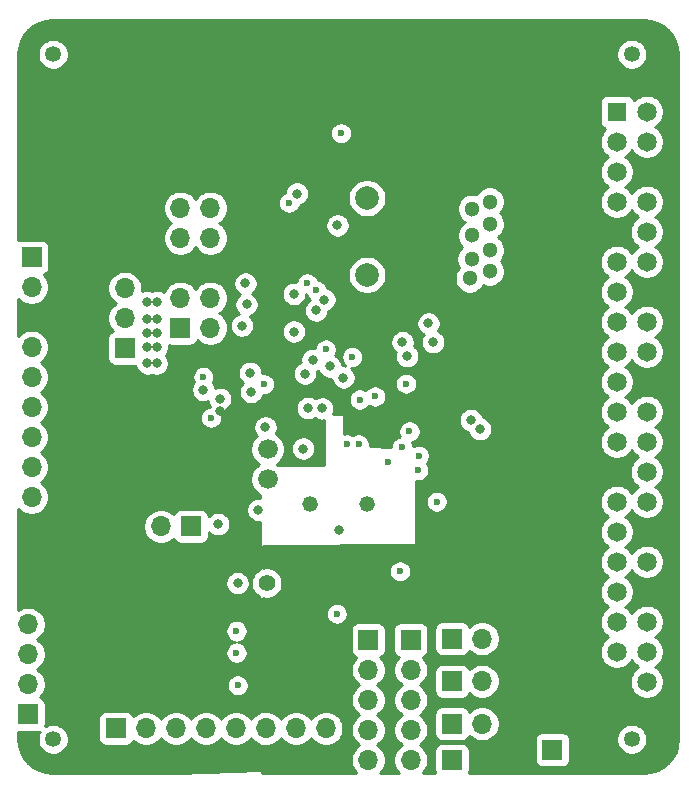
<source format=gbr>
%TF.GenerationSoftware,KiCad,Pcbnew,5.1.5+dfsg1-2build2*%
%TF.CreationDate,2021-10-16T11:12:39+01:00*%
%TF.ProjectId,bluePillG,626c7565-5069-46c6-9c47-2e6b69636164,rev?*%
%TF.SameCoordinates,Original*%
%TF.FileFunction,Copper,L3,Inr*%
%TF.FilePolarity,Positive*%
%FSLAX46Y46*%
G04 Gerber Fmt 4.6, Leading zero omitted, Abs format (unit mm)*
G04 Created by KiCad (PCBNEW 5.1.5+dfsg1-2build2) date 2021-10-16 11:12:39*
%MOMM*%
%LPD*%
G04 APERTURE LIST*
%TA.AperFunction,ViaPad*%
%ADD10C,1.350000*%
%TD*%
%TA.AperFunction,ViaPad*%
%ADD11C,1.640000*%
%TD*%
%TA.AperFunction,ViaPad*%
%ADD12R,1.640000X1.640000*%
%TD*%
%TA.AperFunction,ViaPad*%
%ADD13O,1.700000X1.700000*%
%TD*%
%TA.AperFunction,ViaPad*%
%ADD14R,1.700000X1.700000*%
%TD*%
%TA.AperFunction,ViaPad*%
%ADD15C,1.320800*%
%TD*%
%TA.AperFunction,ViaPad*%
%ADD16C,1.676400*%
%TD*%
%TA.AperFunction,ViaPad*%
%ADD17C,2.000000*%
%TD*%
%TA.AperFunction,ViaPad*%
%ADD18C,0.800000*%
%TD*%
%TA.AperFunction,ViaPad*%
%ADD19C,0.600000*%
%TD*%
%TA.AperFunction,ViaPad*%
%ADD20C,1.400000*%
%TD*%
%TA.AperFunction,ViaPad*%
%ADD21C,1.300000*%
%TD*%
%TA.AperFunction,Conductor*%
%ADD22C,0.762000*%
%TD*%
%TA.AperFunction,Conductor*%
%ADD23C,0.254000*%
%TD*%
G04 APERTURE END LIST*
D10*
%TO.N,N/C*%
%TO.C,J4*%
X26520000Y-46920000D03*
X26520000Y-104920000D03*
X75520000Y-104920000D03*
X75520000Y-46920000D03*
D11*
%TO.N,Net-(J4-Pad40)*%
X76790000Y-100050000D03*
%TO.N,GND*%
X74250000Y-100050000D03*
%TO.N,Net-(J4-Pad38)*%
X76790000Y-97510000D03*
%TO.N,Net-(J4-Pad37)*%
X74250000Y-97510000D03*
%TO.N,Net-(J4-Pad36)*%
X76790000Y-94970000D03*
%TO.N,Net-(J4-Pad35)*%
X74250000Y-94970000D03*
%TO.N,GND*%
X76790000Y-92430000D03*
%TO.N,Net-(J4-Pad33)*%
X74250000Y-92430000D03*
%TO.N,Net-(J4-Pad32)*%
X76790000Y-89890000D03*
%TO.N,Net-(J4-Pad31)*%
X74250000Y-89890000D03*
%TO.N,GND*%
X76790000Y-87350000D03*
%TO.N,Net-(J4-Pad29)*%
X74250000Y-87350000D03*
%TO.N,Net-(J4-Pad28)*%
X76790000Y-84810000D03*
%TO.N,Net-(J4-Pad27)*%
X74250000Y-84810000D03*
%TO.N,Net-(J4-Pad26)*%
X76790000Y-82270000D03*
%TO.N,GND*%
X74250000Y-82270000D03*
%TO.N,Net-(J4-Pad24)*%
X76790000Y-79730000D03*
%TO.N,Net-(J4-Pad23)*%
X74250000Y-79730000D03*
%TO.N,Net-(J4-Pad22)*%
X76790000Y-77190000D03*
%TO.N,Net-(J4-Pad21)*%
X74250000Y-77190000D03*
%TO.N,GND*%
X76790000Y-74650000D03*
%TO.N,Net-(J4-Pad19)*%
X74250000Y-74650000D03*
%TO.N,Net-(J4-Pad18)*%
X76790000Y-72110000D03*
%TO.N,Net-(J4-Pad17)*%
X74250000Y-72110000D03*
%TO.N,Net-(J4-Pad16)*%
X76790000Y-69570000D03*
%TO.N,Net-(J4-Pad15)*%
X74250000Y-69570000D03*
%TO.N,GND*%
X76790000Y-67030000D03*
%TO.N,Net-(J4-Pad13)*%
X74250000Y-67030000D03*
%TO.N,Net-(J4-Pad12)*%
X76790000Y-64490000D03*
%TO.N,Net-(J4-Pad11)*%
X74250000Y-64490000D03*
%TO.N,PB6*%
X76790000Y-61950000D03*
%TO.N,GND*%
X74250000Y-61950000D03*
%TO.N,PB7*%
X76790000Y-59410000D03*
%TO.N,Net-(J4-Pad7)*%
X74250000Y-59410000D03*
%TO.N,GND*%
X76790000Y-56870000D03*
%TO.N,Net-(J4-Pad5)*%
X74250000Y-56870000D03*
%TO.N,+5V*%
X76790000Y-54330000D03*
%TO.N,Net-(J4-Pad3)*%
X74250000Y-54330000D03*
%TO.N,+5V*%
X76790000Y-51790000D03*
D12*
%TO.N,Net-(J4-Pad1)*%
X74250000Y-51790000D03*
%TD*%
D13*
%TO.N,Net-(J15-Pad9)*%
%TO.C,J15*%
X24700874Y-84420001D03*
%TO.N,Net-(J15-Pad8)*%
X24700874Y-81880001D03*
%TO.N,Net-(J15-Pad7)*%
X24700874Y-79340001D03*
%TO.N,Net-(J15-Pad6)*%
X24700874Y-76800001D03*
%TO.N,I2C_SDA*%
X24700874Y-74260001D03*
%TO.N,I2C_SCL*%
X24700874Y-71720001D03*
%TO.N,GND*%
X24700874Y-69180001D03*
%TO.N,+3V3*%
X24700874Y-66640001D03*
D14*
%TO.N,Net-(J15-Pad1)*%
X24700874Y-64100001D03*
%TD*%
D13*
%TO.N,I2C_SDA*%
%TO.C,J14*%
X53200000Y-106660000D03*
X53200000Y-104120000D03*
X53200000Y-101580000D03*
X53200000Y-99040000D03*
D14*
X53200000Y-96500000D03*
%TD*%
D13*
%TO.N,I2C_SCL*%
%TO.C,J13*%
X56800000Y-106660000D03*
X56800000Y-104120000D03*
X56800000Y-101580000D03*
X56800000Y-99040000D03*
D14*
X56800000Y-96500000D03*
%TD*%
D13*
%TO.N,GND*%
%TO.C,J12*%
X49620000Y-106540000D03*
%TO.N,PB1*%
X49620000Y-104000000D03*
%TO.N,GND*%
X47080000Y-106540000D03*
%TO.N,PB0*%
X47080000Y-104000000D03*
%TO.N,GND*%
X44540000Y-106540000D03*
%TO.N,PA11*%
X44540000Y-104000000D03*
%TO.N,GND*%
X42000000Y-106540000D03*
%TO.N,PA10*%
X42000000Y-104000000D03*
%TO.N,GND*%
X39460000Y-106540000D03*
%TO.N,PB5*%
X39460000Y-104000000D03*
%TO.N,GND*%
X36920000Y-106540000D03*
%TO.N,PB4*%
X36920000Y-104000000D03*
%TO.N,GND*%
X34380000Y-106540000D03*
%TO.N,PA9*%
X34380000Y-104000000D03*
%TO.N,GND*%
X31840000Y-106540000D03*
D14*
%TO.N,PA8*%
X31840000Y-104000000D03*
%TD*%
%TO.N,PA4*%
%TO.C,J11*%
X60300000Y-106700000D03*
%TD*%
D13*
%TO.N,PA7*%
%TO.C,J10*%
X62840000Y-103600000D03*
D14*
X60300000Y-103600000D03*
%TD*%
D13*
%TO.N,PA6*%
%TO.C,J9*%
X62840000Y-100000000D03*
D14*
X60300000Y-100000000D03*
%TD*%
D13*
%TO.N,PA5*%
%TO.C,J8*%
X62840000Y-96400000D03*
D14*
X60300000Y-96400000D03*
%TD*%
D13*
%TO.N,ADC3*%
%TO.C,J7*%
X24400000Y-95180000D03*
%TO.N,ADC2*%
X24400000Y-97720000D03*
%TO.N,ADC1*%
X24400000Y-100260000D03*
D14*
%TO.N,ADC0*%
X24400000Y-102800000D03*
%TD*%
D13*
%TO.N,GND*%
%TO.C,J6*%
X71340000Y-105800000D03*
D14*
%TO.N,+5V*%
X68800000Y-105800000D03*
%TD*%
D15*
%TO.N,Net-(C19-Pad1)*%
%TO.C,Y2*%
X53126000Y-85000000D03*
%TO.N,OSC_IN*%
X48300000Y-85000000D03*
%TD*%
D16*
%TO.N,OSC32_OUT*%
%TO.C,Y1*%
X44700000Y-82900000D03*
%TO.N,OSC32_IN*%
X44700000Y-80360000D03*
%TD*%
D17*
%TO.N,NRST*%
%TO.C,SW1*%
X53100000Y-59100000D03*
%TO.N,GND*%
X57600000Y-59100000D03*
%TO.N,NRST*%
X53100000Y-65600000D03*
%TO.N,GND*%
X57600000Y-65600000D03*
%TD*%
D13*
%TO.N,+3V3S*%
%TO.C,J3*%
X32600000Y-66720000D03*
%TO.N,+3V3*%
X32600000Y-69260000D03*
D14*
%TO.N,+3.3VP*%
X32600000Y-71800000D03*
%TD*%
D13*
%TO.N,GND*%
%TO.C,J2*%
X33120000Y-86900000D03*
%TO.N,Net-(J2-Pad2)*%
X35660000Y-86900000D03*
D14*
%TO.N,+3V3*%
X38200000Y-86900000D03*
%TD*%
D13*
%TO.N,+5V*%
%TO.C,J1*%
X39840000Y-59940000D03*
X37300000Y-59940000D03*
%TO.N,+3V3S*%
X39840000Y-62480000D03*
X37300000Y-62480000D03*
%TO.N,GND*%
X39840000Y-65020000D03*
X37300000Y-65020000D03*
%TO.N,PA13*%
X39840000Y-67560000D03*
%TO.N,SWIW*%
X37300000Y-67560000D03*
%TO.N,PA14*%
X39840000Y-70100000D03*
D14*
%TO.N,NRST*%
X37300000Y-70100000D03*
%TD*%
D18*
%TO.N,+3V3*%
X47700000Y-80300000D03*
X44500000Y-78500000D03*
X50600000Y-61400000D03*
X58300000Y-69700000D03*
X56100000Y-71300000D03*
X58700000Y-71300000D03*
X34500000Y-69300000D03*
X34500000Y-70500000D03*
X34500000Y-71700000D03*
X34500000Y-73100000D03*
X34500000Y-67900000D03*
X35300000Y-67900000D03*
X35300000Y-69300000D03*
X35300000Y-70500000D03*
X35300000Y-71700000D03*
X35300000Y-73100000D03*
X48100000Y-76887500D03*
X46900000Y-67200000D03*
X46900000Y-70400000D03*
D19*
X39889667Y-77700000D03*
X39250000Y-74250000D03*
X46500000Y-59500000D03*
X50900000Y-53600000D03*
D18*
X40500000Y-86700000D03*
%TO.N,GND*%
X45900000Y-78500000D03*
X40500000Y-80500000D03*
X40500000Y-82900000D03*
X40550000Y-78750000D03*
X40650000Y-77100000D03*
X53300000Y-72500000D03*
X53300000Y-74300000D03*
X55900000Y-67500000D03*
X57100000Y-67500000D03*
X60700000Y-71900000D03*
X45300000Y-70400000D03*
X45300000Y-67200000D03*
X29500000Y-65300000D03*
X35100000Y-78700000D03*
X35100000Y-79500000D03*
X36700000Y-80500000D03*
X37100000Y-77100000D03*
X38100000Y-77100000D03*
X38100000Y-78100000D03*
X38100000Y-79300000D03*
X38100000Y-80500000D03*
X38100000Y-81900000D03*
X35300000Y-80700000D03*
X35500000Y-82900000D03*
X37100000Y-76100000D03*
X38100000Y-76100000D03*
X35300000Y-81700000D03*
X34300000Y-80700000D03*
X34300000Y-81700000D03*
X50700000Y-87200000D03*
X50700000Y-89150000D03*
X42225000Y-63900000D03*
D19*
X28400000Y-72900000D03*
X54900000Y-81400000D03*
X47748544Y-71531093D03*
X45600000Y-57700000D03*
X50300000Y-57600000D03*
X47700000Y-52300000D03*
X44385113Y-77414558D03*
%TO.N,NRST*%
X51850000Y-72550000D03*
D18*
%TO.N,PC13*%
X49300000Y-76900000D03*
X43900000Y-85500000D03*
%TO.N,BOOT0*%
X43300874Y-75500001D03*
X40650000Y-76099997D03*
%TO.N,PB7*%
X61900000Y-77900000D03*
X51100000Y-74300000D03*
%TO.N,PB6*%
X62650000Y-78650000D03*
X49950000Y-73350000D03*
D19*
%TO.N,PB5*%
X44400874Y-74850001D03*
D18*
%TO.N,PB4*%
X43200874Y-73894221D03*
%TO.N,PB3*%
X47849502Y-73962000D03*
X42150001Y-91700001D03*
D20*
X44600874Y-91700001D03*
D19*
%TO.N,PA12*%
X49610070Y-71908540D03*
D21*
X63500874Y-59400001D03*
D18*
%TO.N,PA11*%
X48800000Y-68600000D03*
%TO.N,PA10*%
X49500000Y-67699997D03*
D19*
%TO.N,PA9*%
X48800000Y-66900000D03*
%TO.N,PA8*%
X48040154Y-66308660D03*
D21*
%TO.N,PB15*%
X62000874Y-60000001D03*
%TO.N,PB14*%
X63500874Y-61300001D03*
%TO.N,PB13*%
X62000874Y-62249998D03*
%TO.N,PB12*%
X63500874Y-63500001D03*
%TO.N,PB11*%
X61950872Y-64249999D03*
D18*
%TO.N,PB10*%
X56500000Y-72487000D03*
D21*
X61798330Y-65897457D03*
D19*
%TO.N,PB2*%
X56400874Y-74800001D03*
D21*
X63500874Y-65300001D03*
D19*
%TO.N,PB1*%
X57490380Y-80909620D03*
X56700000Y-78850000D03*
%TO.N,PB0*%
X53779995Y-75892806D03*
X57450000Y-82150000D03*
D18*
%TO.N,I2C_SDA*%
X39239667Y-75339667D03*
D19*
X50540380Y-94290380D03*
D18*
%TO.N,I2C_SCL*%
X42800000Y-66325000D03*
X47170000Y-58720000D03*
X48500000Y-72800000D03*
D19*
X59000000Y-84800000D03*
%TO.N,ADC3*%
X56065380Y-80184620D03*
%TO.N,ADC2*%
X52479994Y-76150000D03*
X42050001Y-95754518D03*
%TO.N,ADC1*%
X52389135Y-79959635D03*
X42050001Y-97600000D03*
%TO.N,ADC0*%
X51388640Y-79958269D03*
X55900874Y-90700001D03*
X42150000Y-100350000D03*
D18*
%TO.N,PA14*%
X42500000Y-69900000D03*
%TO.N,PA13*%
X42900000Y-68100000D03*
%TD*%
D22*
%TO.N,GND*%
X29972081Y-76100000D02*
X36534315Y-76100000D01*
X36534315Y-76100000D02*
X37100000Y-76100000D01*
%TD*%
D23*
%TO.N,GND*%
G36*
X77151010Y-44117192D02*
G01*
X77681036Y-44277216D01*
X78169879Y-44537140D01*
X78598931Y-44887065D01*
X78951844Y-45313664D01*
X79215173Y-45800681D01*
X79378894Y-46329578D01*
X79440000Y-46910960D01*
X79440001Y-85967581D01*
X79440000Y-104867721D01*
X79382808Y-105451010D01*
X79222783Y-105981036D01*
X78962860Y-106469880D01*
X78612935Y-106898931D01*
X78186335Y-107251845D01*
X77699320Y-107515173D01*
X77170422Y-107678894D01*
X76589040Y-107740000D01*
X61755937Y-107740000D01*
X61775812Y-107674482D01*
X61788072Y-107550000D01*
X61788072Y-105850000D01*
X61775812Y-105725518D01*
X61739502Y-105605820D01*
X61680537Y-105495506D01*
X61601185Y-105398815D01*
X61504494Y-105319463D01*
X61394180Y-105260498D01*
X61274482Y-105224188D01*
X61150000Y-105211928D01*
X59450000Y-105211928D01*
X59325518Y-105224188D01*
X59205820Y-105260498D01*
X59095506Y-105319463D01*
X58998815Y-105398815D01*
X58919463Y-105495506D01*
X58860498Y-105605820D01*
X58824188Y-105725518D01*
X58811928Y-105850000D01*
X58811928Y-107550000D01*
X58824188Y-107674482D01*
X58844063Y-107740000D01*
X57820107Y-107740000D01*
X57953475Y-107606632D01*
X58115990Y-107363411D01*
X58227932Y-107093158D01*
X58285000Y-106806260D01*
X58285000Y-106513740D01*
X58227932Y-106226842D01*
X58115990Y-105956589D01*
X57953475Y-105713368D01*
X57746632Y-105506525D01*
X57572240Y-105390000D01*
X57746632Y-105273475D01*
X57953475Y-105066632D01*
X58115990Y-104823411D01*
X58227932Y-104553158D01*
X58285000Y-104266260D01*
X58285000Y-103973740D01*
X58227932Y-103686842D01*
X58115990Y-103416589D01*
X57953475Y-103173368D01*
X57746632Y-102966525D01*
X57572240Y-102850000D01*
X57721900Y-102750000D01*
X58811928Y-102750000D01*
X58811928Y-104450000D01*
X58824188Y-104574482D01*
X58860498Y-104694180D01*
X58919463Y-104804494D01*
X58998815Y-104901185D01*
X59095506Y-104980537D01*
X59205820Y-105039502D01*
X59325518Y-105075812D01*
X59450000Y-105088072D01*
X61150000Y-105088072D01*
X61274482Y-105075812D01*
X61394180Y-105039502D01*
X61504494Y-104980537D01*
X61601185Y-104901185D01*
X61680537Y-104804494D01*
X61739502Y-104694180D01*
X61761513Y-104621620D01*
X61893368Y-104753475D01*
X62136589Y-104915990D01*
X62406842Y-105027932D01*
X62693740Y-105085000D01*
X62986260Y-105085000D01*
X63273158Y-105027932D01*
X63461303Y-104950000D01*
X67311928Y-104950000D01*
X67311928Y-106650000D01*
X67324188Y-106774482D01*
X67360498Y-106894180D01*
X67419463Y-107004494D01*
X67498815Y-107101185D01*
X67595506Y-107180537D01*
X67705820Y-107239502D01*
X67825518Y-107275812D01*
X67950000Y-107288072D01*
X69650000Y-107288072D01*
X69774482Y-107275812D01*
X69894180Y-107239502D01*
X70004494Y-107180537D01*
X70101185Y-107101185D01*
X70180537Y-107004494D01*
X70239502Y-106894180D01*
X70275812Y-106774482D01*
X70288072Y-106650000D01*
X70288072Y-104950000D01*
X70275812Y-104825518D01*
X70265334Y-104790976D01*
X74210000Y-104790976D01*
X74210000Y-105049024D01*
X74260342Y-105302113D01*
X74359093Y-105540518D01*
X74502456Y-105755077D01*
X74684923Y-105937544D01*
X74899482Y-106080907D01*
X75137887Y-106179658D01*
X75390976Y-106230000D01*
X75649024Y-106230000D01*
X75902113Y-106179658D01*
X76140518Y-106080907D01*
X76355077Y-105937544D01*
X76537544Y-105755077D01*
X76680907Y-105540518D01*
X76779658Y-105302113D01*
X76830000Y-105049024D01*
X76830000Y-104790976D01*
X76779658Y-104537887D01*
X76680907Y-104299482D01*
X76537544Y-104084923D01*
X76355077Y-103902456D01*
X76140518Y-103759093D01*
X75902113Y-103660342D01*
X75649024Y-103610000D01*
X75390976Y-103610000D01*
X75137887Y-103660342D01*
X74899482Y-103759093D01*
X74684923Y-103902456D01*
X74502456Y-104084923D01*
X74359093Y-104299482D01*
X74260342Y-104537887D01*
X74210000Y-104790976D01*
X70265334Y-104790976D01*
X70239502Y-104705820D01*
X70180537Y-104595506D01*
X70101185Y-104498815D01*
X70004494Y-104419463D01*
X69894180Y-104360498D01*
X69774482Y-104324188D01*
X69650000Y-104311928D01*
X67950000Y-104311928D01*
X67825518Y-104324188D01*
X67705820Y-104360498D01*
X67595506Y-104419463D01*
X67498815Y-104498815D01*
X67419463Y-104595506D01*
X67360498Y-104705820D01*
X67324188Y-104825518D01*
X67311928Y-104950000D01*
X63461303Y-104950000D01*
X63543411Y-104915990D01*
X63786632Y-104753475D01*
X63993475Y-104546632D01*
X64155990Y-104303411D01*
X64267932Y-104033158D01*
X64325000Y-103746260D01*
X64325000Y-103453740D01*
X64267932Y-103166842D01*
X64155990Y-102896589D01*
X63993475Y-102653368D01*
X63786632Y-102446525D01*
X63543411Y-102284010D01*
X63273158Y-102172068D01*
X62986260Y-102115000D01*
X62693740Y-102115000D01*
X62406842Y-102172068D01*
X62136589Y-102284010D01*
X61893368Y-102446525D01*
X61761513Y-102578380D01*
X61739502Y-102505820D01*
X61680537Y-102395506D01*
X61601185Y-102298815D01*
X61504494Y-102219463D01*
X61394180Y-102160498D01*
X61274482Y-102124188D01*
X61150000Y-102111928D01*
X59450000Y-102111928D01*
X59325518Y-102124188D01*
X59205820Y-102160498D01*
X59095506Y-102219463D01*
X58998815Y-102298815D01*
X58919463Y-102395506D01*
X58860498Y-102505820D01*
X58824188Y-102625518D01*
X58811928Y-102750000D01*
X57721900Y-102750000D01*
X57746632Y-102733475D01*
X57953475Y-102526632D01*
X58115990Y-102283411D01*
X58227932Y-102013158D01*
X58285000Y-101726260D01*
X58285000Y-101433740D01*
X58227932Y-101146842D01*
X58115990Y-100876589D01*
X57953475Y-100633368D01*
X57746632Y-100426525D01*
X57572240Y-100310000D01*
X57746632Y-100193475D01*
X57953475Y-99986632D01*
X58115990Y-99743411D01*
X58227932Y-99473158D01*
X58285000Y-99186260D01*
X58285000Y-99150000D01*
X58811928Y-99150000D01*
X58811928Y-100850000D01*
X58824188Y-100974482D01*
X58860498Y-101094180D01*
X58919463Y-101204494D01*
X58998815Y-101301185D01*
X59095506Y-101380537D01*
X59205820Y-101439502D01*
X59325518Y-101475812D01*
X59450000Y-101488072D01*
X61150000Y-101488072D01*
X61274482Y-101475812D01*
X61394180Y-101439502D01*
X61504494Y-101380537D01*
X61601185Y-101301185D01*
X61680537Y-101204494D01*
X61739502Y-101094180D01*
X61761513Y-101021620D01*
X61893368Y-101153475D01*
X62136589Y-101315990D01*
X62406842Y-101427932D01*
X62693740Y-101485000D01*
X62986260Y-101485000D01*
X63273158Y-101427932D01*
X63543411Y-101315990D01*
X63786632Y-101153475D01*
X63993475Y-100946632D01*
X64155990Y-100703411D01*
X64267932Y-100433158D01*
X64325000Y-100146260D01*
X64325000Y-99853740D01*
X64267932Y-99566842D01*
X64155990Y-99296589D01*
X63993475Y-99053368D01*
X63786632Y-98846525D01*
X63543411Y-98684010D01*
X63273158Y-98572068D01*
X62986260Y-98515000D01*
X62693740Y-98515000D01*
X62406842Y-98572068D01*
X62136589Y-98684010D01*
X61893368Y-98846525D01*
X61761513Y-98978380D01*
X61739502Y-98905820D01*
X61680537Y-98795506D01*
X61601185Y-98698815D01*
X61504494Y-98619463D01*
X61394180Y-98560498D01*
X61274482Y-98524188D01*
X61150000Y-98511928D01*
X59450000Y-98511928D01*
X59325518Y-98524188D01*
X59205820Y-98560498D01*
X59095506Y-98619463D01*
X58998815Y-98698815D01*
X58919463Y-98795506D01*
X58860498Y-98905820D01*
X58824188Y-99025518D01*
X58811928Y-99150000D01*
X58285000Y-99150000D01*
X58285000Y-98893740D01*
X58227932Y-98606842D01*
X58115990Y-98336589D01*
X57953475Y-98093368D01*
X57821620Y-97961513D01*
X57894180Y-97939502D01*
X58004494Y-97880537D01*
X58101185Y-97801185D01*
X58180537Y-97704494D01*
X58239502Y-97594180D01*
X58275812Y-97474482D01*
X58288072Y-97350000D01*
X58288072Y-95650000D01*
X58278224Y-95550000D01*
X58811928Y-95550000D01*
X58811928Y-97250000D01*
X58824188Y-97374482D01*
X58860498Y-97494180D01*
X58919463Y-97604494D01*
X58998815Y-97701185D01*
X59095506Y-97780537D01*
X59205820Y-97839502D01*
X59325518Y-97875812D01*
X59450000Y-97888072D01*
X61150000Y-97888072D01*
X61274482Y-97875812D01*
X61394180Y-97839502D01*
X61504494Y-97780537D01*
X61601185Y-97701185D01*
X61680537Y-97604494D01*
X61739502Y-97494180D01*
X61761513Y-97421620D01*
X61893368Y-97553475D01*
X62136589Y-97715990D01*
X62406842Y-97827932D01*
X62693740Y-97885000D01*
X62986260Y-97885000D01*
X63273158Y-97827932D01*
X63543411Y-97715990D01*
X63786632Y-97553475D01*
X63993475Y-97346632D01*
X64155990Y-97103411D01*
X64267932Y-96833158D01*
X64325000Y-96546260D01*
X64325000Y-96253740D01*
X64267932Y-95966842D01*
X64155990Y-95696589D01*
X63993475Y-95453368D01*
X63786632Y-95246525D01*
X63543411Y-95084010D01*
X63273158Y-94972068D01*
X62986260Y-94915000D01*
X62693740Y-94915000D01*
X62406842Y-94972068D01*
X62136589Y-95084010D01*
X61893368Y-95246525D01*
X61761513Y-95378380D01*
X61739502Y-95305820D01*
X61680537Y-95195506D01*
X61601185Y-95098815D01*
X61504494Y-95019463D01*
X61394180Y-94960498D01*
X61274482Y-94924188D01*
X61150000Y-94911928D01*
X59450000Y-94911928D01*
X59325518Y-94924188D01*
X59205820Y-94960498D01*
X59095506Y-95019463D01*
X58998815Y-95098815D01*
X58919463Y-95195506D01*
X58860498Y-95305820D01*
X58824188Y-95425518D01*
X58811928Y-95550000D01*
X58278224Y-95550000D01*
X58275812Y-95525518D01*
X58239502Y-95405820D01*
X58180537Y-95295506D01*
X58101185Y-95198815D01*
X58004494Y-95119463D01*
X57894180Y-95060498D01*
X57774482Y-95024188D01*
X57650000Y-95011928D01*
X57227000Y-95011928D01*
X57227000Y-84707911D01*
X58065000Y-84707911D01*
X58065000Y-84892089D01*
X58100932Y-85072729D01*
X58171414Y-85242889D01*
X58273738Y-85396028D01*
X58403972Y-85526262D01*
X58557111Y-85628586D01*
X58727271Y-85699068D01*
X58907911Y-85735000D01*
X59092089Y-85735000D01*
X59272729Y-85699068D01*
X59442889Y-85628586D01*
X59596028Y-85526262D01*
X59726262Y-85396028D01*
X59828586Y-85242889D01*
X59899068Y-85072729D01*
X59935000Y-84892089D01*
X59935000Y-84707911D01*
X59899068Y-84527271D01*
X59828586Y-84357111D01*
X59726262Y-84203972D01*
X59596028Y-84073738D01*
X59442889Y-83971414D01*
X59272729Y-83900932D01*
X59092089Y-83865000D01*
X58907911Y-83865000D01*
X58727271Y-83900932D01*
X58557111Y-83971414D01*
X58403972Y-84073738D01*
X58273738Y-84203972D01*
X58171414Y-84357111D01*
X58100932Y-84527271D01*
X58065000Y-84707911D01*
X57227000Y-84707911D01*
X57227000Y-83058960D01*
X57357911Y-83085000D01*
X57542089Y-83085000D01*
X57722729Y-83049068D01*
X57892889Y-82978586D01*
X58046028Y-82876262D01*
X58176262Y-82746028D01*
X58278586Y-82592889D01*
X58349068Y-82422729D01*
X58385000Y-82242089D01*
X58385000Y-82057911D01*
X58349068Y-81877271D01*
X58278586Y-81707111D01*
X58176262Y-81553972D01*
X58172290Y-81550000D01*
X58216642Y-81505648D01*
X58318966Y-81352509D01*
X58389448Y-81182349D01*
X58425380Y-81001709D01*
X58425380Y-80817531D01*
X58389448Y-80636891D01*
X58318966Y-80466731D01*
X58216642Y-80313592D01*
X58086408Y-80183358D01*
X57933269Y-80081034D01*
X57763109Y-80010552D01*
X57582469Y-79974620D01*
X57398291Y-79974620D01*
X57217651Y-80010552D01*
X57047491Y-80081034D01*
X57000380Y-80112512D01*
X57000380Y-80092531D01*
X56964448Y-79911891D01*
X56902769Y-79762984D01*
X56972729Y-79749068D01*
X57142889Y-79678586D01*
X57296028Y-79576262D01*
X57426262Y-79446028D01*
X57528586Y-79292889D01*
X57599068Y-79122729D01*
X57635000Y-78942089D01*
X57635000Y-78757911D01*
X57599068Y-78577271D01*
X57528586Y-78407111D01*
X57426262Y-78253972D01*
X57296028Y-78123738D01*
X57142889Y-78021414D01*
X56972729Y-77950932D01*
X56792089Y-77915000D01*
X56607911Y-77915000D01*
X56427271Y-77950932D01*
X56257111Y-78021414D01*
X56103972Y-78123738D01*
X55973738Y-78253972D01*
X55871414Y-78407111D01*
X55800932Y-78577271D01*
X55765000Y-78757911D01*
X55765000Y-78942089D01*
X55800932Y-79122729D01*
X55862611Y-79271636D01*
X55792651Y-79285552D01*
X55622491Y-79356034D01*
X55469352Y-79458358D01*
X55339118Y-79588592D01*
X55236794Y-79741731D01*
X55166312Y-79911891D01*
X55130380Y-80092531D01*
X55130380Y-80142172D01*
X53320895Y-80068013D01*
X53324135Y-80051724D01*
X53324135Y-79867546D01*
X53288203Y-79686906D01*
X53217721Y-79516746D01*
X53115397Y-79363607D01*
X52985163Y-79233373D01*
X52832024Y-79131049D01*
X52661864Y-79060567D01*
X52481224Y-79024635D01*
X52297046Y-79024635D01*
X52116406Y-79060567D01*
X51946246Y-79131049D01*
X51889910Y-79168692D01*
X51831529Y-79129683D01*
X51661369Y-79059201D01*
X51480729Y-79023269D01*
X51296551Y-79023269D01*
X51127000Y-79056995D01*
X51127000Y-77798061D01*
X60865000Y-77798061D01*
X60865000Y-78001939D01*
X60904774Y-78201898D01*
X60982795Y-78390256D01*
X61096063Y-78559774D01*
X61240226Y-78703937D01*
X61409744Y-78817205D01*
X61598102Y-78895226D01*
X61645372Y-78904628D01*
X61654774Y-78951898D01*
X61732795Y-79140256D01*
X61846063Y-79309774D01*
X61990226Y-79453937D01*
X62159744Y-79567205D01*
X62348102Y-79645226D01*
X62548061Y-79685000D01*
X62751939Y-79685000D01*
X62951898Y-79645226D01*
X63140256Y-79567205D01*
X63309774Y-79453937D01*
X63453937Y-79309774D01*
X63567205Y-79140256D01*
X63645226Y-78951898D01*
X63685000Y-78751939D01*
X63685000Y-78548061D01*
X63645226Y-78348102D01*
X63567205Y-78159744D01*
X63453937Y-77990226D01*
X63309774Y-77846063D01*
X63140256Y-77732795D01*
X62951898Y-77654774D01*
X62904628Y-77645372D01*
X62895226Y-77598102D01*
X62817205Y-77409744D01*
X62703937Y-77240226D01*
X62559774Y-77096063D01*
X62390256Y-76982795D01*
X62201898Y-76904774D01*
X62001939Y-76865000D01*
X61798061Y-76865000D01*
X61598102Y-76904774D01*
X61409744Y-76982795D01*
X61240226Y-77096063D01*
X61096063Y-77240226D01*
X60982795Y-77409744D01*
X60904774Y-77598102D01*
X60865000Y-77798061D01*
X51127000Y-77798061D01*
X51127000Y-77500000D01*
X51124560Y-77475224D01*
X51117333Y-77451399D01*
X51105597Y-77429443D01*
X51089803Y-77410197D01*
X51070557Y-77394403D01*
X51048601Y-77382667D01*
X51024776Y-77375440D01*
X51000000Y-77373000D01*
X50224353Y-77373000D01*
X50295226Y-77201898D01*
X50335000Y-77001939D01*
X50335000Y-76798061D01*
X50295226Y-76598102D01*
X50217205Y-76409744D01*
X50103937Y-76240226D01*
X49959774Y-76096063D01*
X49902676Y-76057911D01*
X51544994Y-76057911D01*
X51544994Y-76242089D01*
X51580926Y-76422729D01*
X51651408Y-76592889D01*
X51753732Y-76746028D01*
X51883966Y-76876262D01*
X52037105Y-76978586D01*
X52207265Y-77049068D01*
X52387905Y-77085000D01*
X52572083Y-77085000D01*
X52752723Y-77049068D01*
X52922883Y-76978586D01*
X53076022Y-76876262D01*
X53206256Y-76746028D01*
X53258024Y-76668551D01*
X53337106Y-76721392D01*
X53507266Y-76791874D01*
X53687906Y-76827806D01*
X53872084Y-76827806D01*
X54052724Y-76791874D01*
X54222884Y-76721392D01*
X54376023Y-76619068D01*
X54506257Y-76488834D01*
X54608581Y-76335695D01*
X54679063Y-76165535D01*
X54714995Y-75984895D01*
X54714995Y-75800717D01*
X54679063Y-75620077D01*
X54608581Y-75449917D01*
X54506257Y-75296778D01*
X54376023Y-75166544D01*
X54222884Y-75064220D01*
X54052724Y-74993738D01*
X53872084Y-74957806D01*
X53687906Y-74957806D01*
X53507266Y-74993738D01*
X53337106Y-75064220D01*
X53183967Y-75166544D01*
X53053733Y-75296778D01*
X53001965Y-75374255D01*
X52922883Y-75321414D01*
X52752723Y-75250932D01*
X52572083Y-75215000D01*
X52387905Y-75215000D01*
X52207265Y-75250932D01*
X52037105Y-75321414D01*
X51883966Y-75423738D01*
X51753732Y-75553972D01*
X51651408Y-75707111D01*
X51580926Y-75877271D01*
X51544994Y-76057911D01*
X49902676Y-76057911D01*
X49790256Y-75982795D01*
X49601898Y-75904774D01*
X49401939Y-75865000D01*
X49198061Y-75865000D01*
X48998102Y-75904774D01*
X48809744Y-75982795D01*
X48709354Y-76049873D01*
X48590256Y-75970295D01*
X48401898Y-75892274D01*
X48201939Y-75852500D01*
X47998061Y-75852500D01*
X47798102Y-75892274D01*
X47609744Y-75970295D01*
X47440226Y-76083563D01*
X47296063Y-76227726D01*
X47182795Y-76397244D01*
X47104774Y-76585602D01*
X47065000Y-76785561D01*
X47065000Y-76989439D01*
X47104774Y-77189398D01*
X47182795Y-77377756D01*
X47296063Y-77547274D01*
X47440226Y-77691437D01*
X47609744Y-77804705D01*
X47798102Y-77882726D01*
X47998061Y-77922500D01*
X48201939Y-77922500D01*
X48401898Y-77882726D01*
X48590256Y-77804705D01*
X48690646Y-77737627D01*
X48809744Y-77817205D01*
X48998102Y-77895226D01*
X49198061Y-77935000D01*
X49401939Y-77935000D01*
X49473000Y-77920865D01*
X49473000Y-81673000D01*
X45515355Y-81673000D01*
X45451001Y-81630000D01*
X45639110Y-81504309D01*
X45844309Y-81299110D01*
X46005533Y-81057822D01*
X46116586Y-80789717D01*
X46173200Y-80505098D01*
X46173200Y-80214902D01*
X46169851Y-80198061D01*
X46665000Y-80198061D01*
X46665000Y-80401939D01*
X46704774Y-80601898D01*
X46782795Y-80790256D01*
X46896063Y-80959774D01*
X47040226Y-81103937D01*
X47209744Y-81217205D01*
X47398102Y-81295226D01*
X47598061Y-81335000D01*
X47801939Y-81335000D01*
X48001898Y-81295226D01*
X48190256Y-81217205D01*
X48359774Y-81103937D01*
X48503937Y-80959774D01*
X48617205Y-80790256D01*
X48695226Y-80601898D01*
X48735000Y-80401939D01*
X48735000Y-80198061D01*
X48695226Y-79998102D01*
X48617205Y-79809744D01*
X48503937Y-79640226D01*
X48359774Y-79496063D01*
X48190256Y-79382795D01*
X48001898Y-79304774D01*
X47801939Y-79265000D01*
X47598061Y-79265000D01*
X47398102Y-79304774D01*
X47209744Y-79382795D01*
X47040226Y-79496063D01*
X46896063Y-79640226D01*
X46782795Y-79809744D01*
X46704774Y-79998102D01*
X46665000Y-80198061D01*
X46169851Y-80198061D01*
X46116586Y-79930283D01*
X46005533Y-79662178D01*
X45844309Y-79420890D01*
X45639110Y-79215691D01*
X45397822Y-79054467D01*
X45379399Y-79046836D01*
X45417205Y-78990256D01*
X45495226Y-78801898D01*
X45535000Y-78601939D01*
X45535000Y-78398061D01*
X45495226Y-78198102D01*
X45417205Y-78009744D01*
X45303937Y-77840226D01*
X45159774Y-77696063D01*
X44990256Y-77582795D01*
X44801898Y-77504774D01*
X44601939Y-77465000D01*
X44398061Y-77465000D01*
X44198102Y-77504774D01*
X44009744Y-77582795D01*
X43840226Y-77696063D01*
X43696063Y-77840226D01*
X43582795Y-78009744D01*
X43504774Y-78198102D01*
X43465000Y-78398061D01*
X43465000Y-78601939D01*
X43504774Y-78801898D01*
X43582795Y-78990256D01*
X43696063Y-79159774D01*
X43756435Y-79220146D01*
X43555691Y-79420890D01*
X43394467Y-79662178D01*
X43283414Y-79930283D01*
X43226800Y-80214902D01*
X43226800Y-80505098D01*
X43283414Y-80789717D01*
X43394467Y-81057822D01*
X43555691Y-81299110D01*
X43760890Y-81504309D01*
X43948999Y-81630000D01*
X43760890Y-81755691D01*
X43555691Y-81960890D01*
X43394467Y-82202178D01*
X43283414Y-82470283D01*
X43226800Y-82754902D01*
X43226800Y-83045098D01*
X43283414Y-83329717D01*
X43394467Y-83597822D01*
X43555691Y-83839110D01*
X43760890Y-84044309D01*
X44002178Y-84205533D01*
X44073000Y-84234869D01*
X44073000Y-84479135D01*
X44001939Y-84465000D01*
X43798061Y-84465000D01*
X43598102Y-84504774D01*
X43409744Y-84582795D01*
X43240226Y-84696063D01*
X43096063Y-84840226D01*
X42982795Y-85009744D01*
X42904774Y-85198102D01*
X42865000Y-85398061D01*
X42865000Y-85601939D01*
X42904774Y-85801898D01*
X42982795Y-85990256D01*
X43096063Y-86159774D01*
X43240226Y-86303937D01*
X43409744Y-86417205D01*
X43598102Y-86495226D01*
X43798061Y-86535000D01*
X44001939Y-86535000D01*
X44073000Y-86520865D01*
X44073000Y-90473661D01*
X43968515Y-90516940D01*
X43749861Y-90663039D01*
X43563912Y-90848988D01*
X43417813Y-91067642D01*
X43317178Y-91310596D01*
X43265874Y-91568515D01*
X43265874Y-91831487D01*
X43317178Y-92089406D01*
X43417813Y-92332360D01*
X43563912Y-92551014D01*
X43749861Y-92736963D01*
X43968515Y-92883062D01*
X44073000Y-92926341D01*
X44073000Y-102586086D01*
X43836589Y-102684010D01*
X43593368Y-102846525D01*
X43386525Y-103053368D01*
X43270000Y-103227760D01*
X43153475Y-103053368D01*
X42946632Y-102846525D01*
X42703411Y-102684010D01*
X42433158Y-102572068D01*
X42146260Y-102515000D01*
X41853740Y-102515000D01*
X41566842Y-102572068D01*
X41296589Y-102684010D01*
X41053368Y-102846525D01*
X40846525Y-103053368D01*
X40730000Y-103227760D01*
X40613475Y-103053368D01*
X40406632Y-102846525D01*
X40163411Y-102684010D01*
X39893158Y-102572068D01*
X39606260Y-102515000D01*
X39313740Y-102515000D01*
X39026842Y-102572068D01*
X38756589Y-102684010D01*
X38513368Y-102846525D01*
X38306525Y-103053368D01*
X38190000Y-103227760D01*
X38073475Y-103053368D01*
X37866632Y-102846525D01*
X37623411Y-102684010D01*
X37353158Y-102572068D01*
X37066260Y-102515000D01*
X36773740Y-102515000D01*
X36486842Y-102572068D01*
X36216589Y-102684010D01*
X35973368Y-102846525D01*
X35766525Y-103053368D01*
X35650000Y-103227760D01*
X35533475Y-103053368D01*
X35326632Y-102846525D01*
X35083411Y-102684010D01*
X34813158Y-102572068D01*
X34526260Y-102515000D01*
X34233740Y-102515000D01*
X33946842Y-102572068D01*
X33676589Y-102684010D01*
X33433368Y-102846525D01*
X33301513Y-102978380D01*
X33279502Y-102905820D01*
X33220537Y-102795506D01*
X33141185Y-102698815D01*
X33044494Y-102619463D01*
X32934180Y-102560498D01*
X32814482Y-102524188D01*
X32690000Y-102511928D01*
X30990000Y-102511928D01*
X30865518Y-102524188D01*
X30745820Y-102560498D01*
X30635506Y-102619463D01*
X30538815Y-102698815D01*
X30459463Y-102795506D01*
X30400498Y-102905820D01*
X30364188Y-103025518D01*
X30351928Y-103150000D01*
X30351928Y-104850000D01*
X30364188Y-104974482D01*
X30400498Y-105094180D01*
X30459463Y-105204494D01*
X30538815Y-105301185D01*
X30635506Y-105380537D01*
X30745820Y-105439502D01*
X30865518Y-105475812D01*
X30990000Y-105488072D01*
X32690000Y-105488072D01*
X32814482Y-105475812D01*
X32934180Y-105439502D01*
X33044494Y-105380537D01*
X33141185Y-105301185D01*
X33220537Y-105204494D01*
X33279502Y-105094180D01*
X33301513Y-105021620D01*
X33433368Y-105153475D01*
X33676589Y-105315990D01*
X33946842Y-105427932D01*
X34233740Y-105485000D01*
X34526260Y-105485000D01*
X34813158Y-105427932D01*
X35083411Y-105315990D01*
X35326632Y-105153475D01*
X35533475Y-104946632D01*
X35650000Y-104772240D01*
X35766525Y-104946632D01*
X35973368Y-105153475D01*
X36216589Y-105315990D01*
X36486842Y-105427932D01*
X36773740Y-105485000D01*
X37066260Y-105485000D01*
X37353158Y-105427932D01*
X37623411Y-105315990D01*
X37866632Y-105153475D01*
X38073475Y-104946632D01*
X38190000Y-104772240D01*
X38306525Y-104946632D01*
X38513368Y-105153475D01*
X38756589Y-105315990D01*
X39026842Y-105427932D01*
X39313740Y-105485000D01*
X39606260Y-105485000D01*
X39893158Y-105427932D01*
X40163411Y-105315990D01*
X40406632Y-105153475D01*
X40613475Y-104946632D01*
X40730000Y-104772240D01*
X40846525Y-104946632D01*
X41053368Y-105153475D01*
X41296589Y-105315990D01*
X41566842Y-105427932D01*
X41853740Y-105485000D01*
X42146260Y-105485000D01*
X42433158Y-105427932D01*
X42703411Y-105315990D01*
X42946632Y-105153475D01*
X43153475Y-104946632D01*
X43270000Y-104772240D01*
X43386525Y-104946632D01*
X43593368Y-105153475D01*
X43836589Y-105315990D01*
X44073000Y-105413914D01*
X44073000Y-107477702D01*
X37122097Y-107740000D01*
X26432279Y-107740000D01*
X25848990Y-107682808D01*
X25318964Y-107522783D01*
X24830120Y-107262860D01*
X24401069Y-106912935D01*
X24048155Y-106486335D01*
X23784827Y-105999320D01*
X23621106Y-105470422D01*
X23560000Y-104889038D01*
X23560010Y-104288072D01*
X25250000Y-104288072D01*
X25374482Y-104275812D01*
X25375017Y-104275650D01*
X25359093Y-104299482D01*
X25260342Y-104537887D01*
X25210000Y-104790976D01*
X25210000Y-105049024D01*
X25260342Y-105302113D01*
X25359093Y-105540518D01*
X25502456Y-105755077D01*
X25684923Y-105937544D01*
X25899482Y-106080907D01*
X26137887Y-106179658D01*
X26390976Y-106230000D01*
X26649024Y-106230000D01*
X26902113Y-106179658D01*
X27140518Y-106080907D01*
X27355077Y-105937544D01*
X27537544Y-105755077D01*
X27680907Y-105540518D01*
X27779658Y-105302113D01*
X27830000Y-105049024D01*
X27830000Y-104790976D01*
X27779658Y-104537887D01*
X27680907Y-104299482D01*
X27537544Y-104084923D01*
X27355077Y-103902456D01*
X27140518Y-103759093D01*
X26902113Y-103660342D01*
X26649024Y-103610000D01*
X26390976Y-103610000D01*
X26137887Y-103660342D01*
X25899482Y-103759093D01*
X25875650Y-103775017D01*
X25875812Y-103774482D01*
X25888072Y-103650000D01*
X25888072Y-101950000D01*
X25875812Y-101825518D01*
X25839502Y-101705820D01*
X25780537Y-101595506D01*
X25701185Y-101498815D01*
X25604494Y-101419463D01*
X25494180Y-101360498D01*
X25421620Y-101338487D01*
X25553475Y-101206632D01*
X25715990Y-100963411D01*
X25827932Y-100693158D01*
X25885000Y-100406260D01*
X25885000Y-100257911D01*
X41215000Y-100257911D01*
X41215000Y-100442089D01*
X41250932Y-100622729D01*
X41321414Y-100792889D01*
X41423738Y-100946028D01*
X41553972Y-101076262D01*
X41707111Y-101178586D01*
X41877271Y-101249068D01*
X42057911Y-101285000D01*
X42242089Y-101285000D01*
X42422729Y-101249068D01*
X42592889Y-101178586D01*
X42746028Y-101076262D01*
X42876262Y-100946028D01*
X42978586Y-100792889D01*
X43049068Y-100622729D01*
X43085000Y-100442089D01*
X43085000Y-100257911D01*
X43049068Y-100077271D01*
X42978586Y-99907111D01*
X42876262Y-99753972D01*
X42746028Y-99623738D01*
X42592889Y-99521414D01*
X42422729Y-99450932D01*
X42242089Y-99415000D01*
X42057911Y-99415000D01*
X41877271Y-99450932D01*
X41707111Y-99521414D01*
X41553972Y-99623738D01*
X41423738Y-99753972D01*
X41321414Y-99907111D01*
X41250932Y-100077271D01*
X41215000Y-100257911D01*
X25885000Y-100257911D01*
X25885000Y-100113740D01*
X25827932Y-99826842D01*
X25715990Y-99556589D01*
X25553475Y-99313368D01*
X25346632Y-99106525D01*
X25172240Y-98990000D01*
X25346632Y-98873475D01*
X25553475Y-98666632D01*
X25715990Y-98423411D01*
X25827932Y-98153158D01*
X25885000Y-97866260D01*
X25885000Y-97573740D01*
X25827932Y-97286842D01*
X25715990Y-97016589D01*
X25553475Y-96773368D01*
X25346632Y-96566525D01*
X25172240Y-96450000D01*
X25346632Y-96333475D01*
X25553475Y-96126632D01*
X25715990Y-95883411D01*
X25807523Y-95662429D01*
X41115001Y-95662429D01*
X41115001Y-95846607D01*
X41150933Y-96027247D01*
X41221415Y-96197407D01*
X41323739Y-96350546D01*
X41453973Y-96480780D01*
X41607112Y-96583104D01*
X41777272Y-96653586D01*
X41896283Y-96677259D01*
X41777272Y-96700932D01*
X41607112Y-96771414D01*
X41453973Y-96873738D01*
X41323739Y-97003972D01*
X41221415Y-97157111D01*
X41150933Y-97327271D01*
X41115001Y-97507911D01*
X41115001Y-97692089D01*
X41150933Y-97872729D01*
X41221415Y-98042889D01*
X41323739Y-98196028D01*
X41453973Y-98326262D01*
X41607112Y-98428586D01*
X41777272Y-98499068D01*
X41957912Y-98535000D01*
X42142090Y-98535000D01*
X42322730Y-98499068D01*
X42492890Y-98428586D01*
X42646029Y-98326262D01*
X42776263Y-98196028D01*
X42878587Y-98042889D01*
X42949069Y-97872729D01*
X42985001Y-97692089D01*
X42985001Y-97507911D01*
X42949069Y-97327271D01*
X42878587Y-97157111D01*
X42776263Y-97003972D01*
X42646029Y-96873738D01*
X42492890Y-96771414D01*
X42322730Y-96700932D01*
X42203719Y-96677259D01*
X42322730Y-96653586D01*
X42492890Y-96583104D01*
X42646029Y-96480780D01*
X42776263Y-96350546D01*
X42878587Y-96197407D01*
X42949069Y-96027247D01*
X42985001Y-95846607D01*
X42985001Y-95662429D01*
X42949069Y-95481789D01*
X42878587Y-95311629D01*
X42776263Y-95158490D01*
X42646029Y-95028256D01*
X42492890Y-94925932D01*
X42322730Y-94855450D01*
X42142090Y-94819518D01*
X41957912Y-94819518D01*
X41777272Y-94855450D01*
X41607112Y-94925932D01*
X41453973Y-95028256D01*
X41323739Y-95158490D01*
X41221415Y-95311629D01*
X41150933Y-95481789D01*
X41115001Y-95662429D01*
X25807523Y-95662429D01*
X25827932Y-95613158D01*
X25885000Y-95326260D01*
X25885000Y-95033740D01*
X25827932Y-94746842D01*
X25715990Y-94476589D01*
X25553475Y-94233368D01*
X25346632Y-94026525D01*
X25103411Y-93864010D01*
X24833158Y-93752068D01*
X24546260Y-93695000D01*
X24253740Y-93695000D01*
X23966842Y-93752068D01*
X23696589Y-93864010D01*
X23560188Y-93955150D01*
X23560228Y-91598062D01*
X41115001Y-91598062D01*
X41115001Y-91801940D01*
X41154775Y-92001899D01*
X41232796Y-92190257D01*
X41346064Y-92359775D01*
X41490227Y-92503938D01*
X41659745Y-92617206D01*
X41848103Y-92695227D01*
X42048062Y-92735001D01*
X42251940Y-92735001D01*
X42451899Y-92695227D01*
X42640257Y-92617206D01*
X42809775Y-92503938D01*
X42953938Y-92359775D01*
X43067206Y-92190257D01*
X43145227Y-92001899D01*
X43185001Y-91801940D01*
X43185001Y-91598062D01*
X43145227Y-91398103D01*
X43067206Y-91209745D01*
X42953938Y-91040227D01*
X42809775Y-90896064D01*
X42640257Y-90782796D01*
X42451899Y-90704775D01*
X42251940Y-90665001D01*
X42048062Y-90665001D01*
X41848103Y-90704775D01*
X41659745Y-90782796D01*
X41490227Y-90896064D01*
X41346064Y-91040227D01*
X41232796Y-91209745D01*
X41154775Y-91398103D01*
X41115001Y-91598062D01*
X23560228Y-91598062D01*
X23560312Y-86753740D01*
X34175000Y-86753740D01*
X34175000Y-87046260D01*
X34232068Y-87333158D01*
X34344010Y-87603411D01*
X34506525Y-87846632D01*
X34713368Y-88053475D01*
X34956589Y-88215990D01*
X35226842Y-88327932D01*
X35513740Y-88385000D01*
X35806260Y-88385000D01*
X36093158Y-88327932D01*
X36363411Y-88215990D01*
X36606632Y-88053475D01*
X36738487Y-87921620D01*
X36760498Y-87994180D01*
X36819463Y-88104494D01*
X36898815Y-88201185D01*
X36995506Y-88280537D01*
X37105820Y-88339502D01*
X37225518Y-88375812D01*
X37350000Y-88388072D01*
X39050000Y-88388072D01*
X39174482Y-88375812D01*
X39294180Y-88339502D01*
X39404494Y-88280537D01*
X39501185Y-88201185D01*
X39580537Y-88104494D01*
X39639502Y-87994180D01*
X39675812Y-87874482D01*
X39688072Y-87750000D01*
X39688072Y-87347815D01*
X39696063Y-87359774D01*
X39840226Y-87503937D01*
X40009744Y-87617205D01*
X40198102Y-87695226D01*
X40398061Y-87735000D01*
X40601939Y-87735000D01*
X40801898Y-87695226D01*
X40990256Y-87617205D01*
X41159774Y-87503937D01*
X41303937Y-87359774D01*
X41417205Y-87190256D01*
X41495226Y-87001898D01*
X41535000Y-86801939D01*
X41535000Y-86598061D01*
X41495226Y-86398102D01*
X41417205Y-86209744D01*
X41303937Y-86040226D01*
X41159774Y-85896063D01*
X40990256Y-85782795D01*
X40801898Y-85704774D01*
X40601939Y-85665000D01*
X40398061Y-85665000D01*
X40198102Y-85704774D01*
X40009744Y-85782795D01*
X39840226Y-85896063D01*
X39696063Y-86040226D01*
X39688072Y-86052185D01*
X39688072Y-86050000D01*
X39675812Y-85925518D01*
X39639502Y-85805820D01*
X39580537Y-85695506D01*
X39501185Y-85598815D01*
X39404494Y-85519463D01*
X39294180Y-85460498D01*
X39174482Y-85424188D01*
X39050000Y-85411928D01*
X37350000Y-85411928D01*
X37225518Y-85424188D01*
X37105820Y-85460498D01*
X36995506Y-85519463D01*
X36898815Y-85598815D01*
X36819463Y-85695506D01*
X36760498Y-85805820D01*
X36738487Y-85878380D01*
X36606632Y-85746525D01*
X36363411Y-85584010D01*
X36093158Y-85472068D01*
X35806260Y-85415000D01*
X35513740Y-85415000D01*
X35226842Y-85472068D01*
X34956589Y-85584010D01*
X34713368Y-85746525D01*
X34506525Y-85953368D01*
X34344010Y-86196589D01*
X34232068Y-86466842D01*
X34175000Y-86753740D01*
X23560312Y-86753740D01*
X23560336Y-85379570D01*
X23754242Y-85573476D01*
X23997463Y-85735991D01*
X24267716Y-85847933D01*
X24554614Y-85905001D01*
X24847134Y-85905001D01*
X25134032Y-85847933D01*
X25404285Y-85735991D01*
X25647506Y-85573476D01*
X25854349Y-85366633D01*
X26016864Y-85123412D01*
X26128806Y-84853159D01*
X26185874Y-84566261D01*
X26185874Y-84273741D01*
X26128806Y-83986843D01*
X26016864Y-83716590D01*
X25854349Y-83473369D01*
X25647506Y-83266526D01*
X25473114Y-83150001D01*
X25647506Y-83033476D01*
X25854349Y-82826633D01*
X26016864Y-82583412D01*
X26128806Y-82313159D01*
X26185874Y-82026261D01*
X26185874Y-81733741D01*
X26128806Y-81446843D01*
X26016864Y-81176590D01*
X25854349Y-80933369D01*
X25647506Y-80726526D01*
X25473114Y-80610001D01*
X25647506Y-80493476D01*
X25854349Y-80286633D01*
X26016864Y-80043412D01*
X26128806Y-79773159D01*
X26185874Y-79486261D01*
X26185874Y-79193741D01*
X26128806Y-78906843D01*
X26016864Y-78636590D01*
X25854349Y-78393369D01*
X25647506Y-78186526D01*
X25473114Y-78070001D01*
X25647506Y-77953476D01*
X25854349Y-77746633D01*
X26016864Y-77503412D01*
X26128806Y-77233159D01*
X26185874Y-76946261D01*
X26185874Y-76653741D01*
X26128806Y-76366843D01*
X26016864Y-76096590D01*
X25854349Y-75853369D01*
X25647506Y-75646526D01*
X25473114Y-75530001D01*
X25647506Y-75413476D01*
X25823254Y-75237728D01*
X38204667Y-75237728D01*
X38204667Y-75441606D01*
X38244441Y-75641565D01*
X38322462Y-75829923D01*
X38435730Y-75999441D01*
X38579893Y-76143604D01*
X38749411Y-76256872D01*
X38937769Y-76334893D01*
X39137728Y-76374667D01*
X39341606Y-76374667D01*
X39541565Y-76334893D01*
X39633844Y-76296670D01*
X39654774Y-76401895D01*
X39732795Y-76590253D01*
X39846063Y-76759771D01*
X39851292Y-76765000D01*
X39797578Y-76765000D01*
X39616938Y-76800932D01*
X39446778Y-76871414D01*
X39293639Y-76973738D01*
X39163405Y-77103972D01*
X39061081Y-77257111D01*
X38990599Y-77427271D01*
X38954667Y-77607911D01*
X38954667Y-77792089D01*
X38990599Y-77972729D01*
X39061081Y-78142889D01*
X39163405Y-78296028D01*
X39293639Y-78426262D01*
X39446778Y-78528586D01*
X39616938Y-78599068D01*
X39797578Y-78635000D01*
X39981756Y-78635000D01*
X40162396Y-78599068D01*
X40332556Y-78528586D01*
X40485695Y-78426262D01*
X40615929Y-78296028D01*
X40718253Y-78142889D01*
X40788735Y-77972729D01*
X40824667Y-77792089D01*
X40824667Y-77607911D01*
X40788735Y-77427271D01*
X40718253Y-77257111D01*
X40636659Y-77134997D01*
X40751939Y-77134997D01*
X40951898Y-77095223D01*
X41140256Y-77017202D01*
X41309774Y-76903934D01*
X41453937Y-76759771D01*
X41567205Y-76590253D01*
X41645226Y-76401895D01*
X41685000Y-76201936D01*
X41685000Y-75998058D01*
X41645226Y-75798099D01*
X41567205Y-75609741D01*
X41453937Y-75440223D01*
X41309774Y-75296060D01*
X41140256Y-75182792D01*
X40951898Y-75104771D01*
X40751939Y-75064997D01*
X40548061Y-75064997D01*
X40348102Y-75104771D01*
X40255823Y-75142994D01*
X40234893Y-75037769D01*
X40156872Y-74849411D01*
X40065437Y-74712568D01*
X40078586Y-74692889D01*
X40149068Y-74522729D01*
X40185000Y-74342089D01*
X40185000Y-74157911D01*
X40149068Y-73977271D01*
X40078586Y-73807111D01*
X40068678Y-73792282D01*
X42165874Y-73792282D01*
X42165874Y-73996160D01*
X42205648Y-74196119D01*
X42283669Y-74384477D01*
X42396937Y-74553995D01*
X42541100Y-74698158D01*
X42599790Y-74737374D01*
X42496937Y-74840227D01*
X42383669Y-75009745D01*
X42305648Y-75198103D01*
X42265874Y-75398062D01*
X42265874Y-75601940D01*
X42305648Y-75801899D01*
X42383669Y-75990257D01*
X42496937Y-76159775D01*
X42641100Y-76303938D01*
X42810618Y-76417206D01*
X42998976Y-76495227D01*
X43198935Y-76535001D01*
X43402813Y-76535001D01*
X43602772Y-76495227D01*
X43791130Y-76417206D01*
X43960648Y-76303938D01*
X44104811Y-76159775D01*
X44218079Y-75990257D01*
X44296100Y-75801899D01*
X44299816Y-75783217D01*
X44308785Y-75785001D01*
X44492963Y-75785001D01*
X44673603Y-75749069D01*
X44843763Y-75678587D01*
X44996902Y-75576263D01*
X45127136Y-75446029D01*
X45229460Y-75292890D01*
X45299942Y-75122730D01*
X45335874Y-74942090D01*
X45335874Y-74757912D01*
X45299942Y-74577272D01*
X45229460Y-74407112D01*
X45127136Y-74253973D01*
X44996902Y-74123739D01*
X44843763Y-74021415D01*
X44673603Y-73950933D01*
X44492963Y-73915001D01*
X44308785Y-73915001D01*
X44235874Y-73929504D01*
X44235874Y-73860061D01*
X46814502Y-73860061D01*
X46814502Y-74063939D01*
X46854276Y-74263898D01*
X46932297Y-74452256D01*
X47045565Y-74621774D01*
X47189728Y-74765937D01*
X47359246Y-74879205D01*
X47547604Y-74957226D01*
X47747563Y-74997000D01*
X47951441Y-74997000D01*
X48151400Y-74957226D01*
X48339758Y-74879205D01*
X48509276Y-74765937D01*
X48653439Y-74621774D01*
X48766707Y-74452256D01*
X48844728Y-74263898D01*
X48884502Y-74063939D01*
X48884502Y-73860061D01*
X48866299Y-73768550D01*
X48983060Y-73720186D01*
X49032795Y-73840256D01*
X49146063Y-74009774D01*
X49290226Y-74153937D01*
X49459744Y-74267205D01*
X49648102Y-74345226D01*
X49848061Y-74385000D01*
X50051939Y-74385000D01*
X50065000Y-74382402D01*
X50065000Y-74401939D01*
X50104774Y-74601898D01*
X50182795Y-74790256D01*
X50296063Y-74959774D01*
X50440226Y-75103937D01*
X50609744Y-75217205D01*
X50798102Y-75295226D01*
X50998061Y-75335000D01*
X51201939Y-75335000D01*
X51401898Y-75295226D01*
X51590256Y-75217205D01*
X51759774Y-75103937D01*
X51903937Y-74959774D01*
X52017205Y-74790256D01*
X52051313Y-74707912D01*
X55465874Y-74707912D01*
X55465874Y-74892090D01*
X55501806Y-75072730D01*
X55572288Y-75242890D01*
X55674612Y-75396029D01*
X55804846Y-75526263D01*
X55957985Y-75628587D01*
X56128145Y-75699069D01*
X56308785Y-75735001D01*
X56492963Y-75735001D01*
X56673603Y-75699069D01*
X56843763Y-75628587D01*
X56996902Y-75526263D01*
X57127136Y-75396029D01*
X57229460Y-75242890D01*
X57299942Y-75072730D01*
X57335874Y-74892090D01*
X57335874Y-74707912D01*
X57299942Y-74527272D01*
X57229460Y-74357112D01*
X57127136Y-74203973D01*
X56996902Y-74073739D01*
X56843763Y-73971415D01*
X56673603Y-73900933D01*
X56492963Y-73865001D01*
X56308785Y-73865001D01*
X56128145Y-73900933D01*
X55957985Y-73971415D01*
X55804846Y-74073739D01*
X55674612Y-74203973D01*
X55572288Y-74357112D01*
X55501806Y-74527272D01*
X55465874Y-74707912D01*
X52051313Y-74707912D01*
X52095226Y-74601898D01*
X52135000Y-74401939D01*
X52135000Y-74198061D01*
X52095226Y-73998102D01*
X52017205Y-73809744D01*
X51903937Y-73640226D01*
X51759774Y-73496063D01*
X51736988Y-73480838D01*
X51757911Y-73485000D01*
X51942089Y-73485000D01*
X52122729Y-73449068D01*
X52292889Y-73378586D01*
X52446028Y-73276262D01*
X52576262Y-73146028D01*
X52678586Y-72992889D01*
X52749068Y-72822729D01*
X52785000Y-72642089D01*
X52785000Y-72457911D01*
X52749068Y-72277271D01*
X52678586Y-72107111D01*
X52576262Y-71953972D01*
X52446028Y-71823738D01*
X52292889Y-71721414D01*
X52122729Y-71650932D01*
X51942089Y-71615000D01*
X51757911Y-71615000D01*
X51577271Y-71650932D01*
X51407111Y-71721414D01*
X51253972Y-71823738D01*
X51123738Y-71953972D01*
X51021414Y-72107111D01*
X50950932Y-72277271D01*
X50915000Y-72457911D01*
X50915000Y-72642089D01*
X50950932Y-72822729D01*
X51021414Y-72992889D01*
X51123738Y-73146028D01*
X51252833Y-73275123D01*
X51201939Y-73265000D01*
X50998061Y-73265000D01*
X50985000Y-73267598D01*
X50985000Y-73248061D01*
X50945226Y-73048102D01*
X50867205Y-72859744D01*
X50753937Y-72690226D01*
X50609774Y-72546063D01*
X50440256Y-72432795D01*
X50396421Y-72414638D01*
X50438656Y-72351429D01*
X50509138Y-72181269D01*
X50545070Y-72000629D01*
X50545070Y-71816451D01*
X50509138Y-71635811D01*
X50438656Y-71465651D01*
X50336332Y-71312512D01*
X50221881Y-71198061D01*
X55065000Y-71198061D01*
X55065000Y-71401939D01*
X55104774Y-71601898D01*
X55182795Y-71790256D01*
X55296063Y-71959774D01*
X55440226Y-72103937D01*
X55517114Y-72155312D01*
X55504774Y-72185102D01*
X55465000Y-72385061D01*
X55465000Y-72588939D01*
X55504774Y-72788898D01*
X55582795Y-72977256D01*
X55696063Y-73146774D01*
X55840226Y-73290937D01*
X56009744Y-73404205D01*
X56198102Y-73482226D01*
X56398061Y-73522000D01*
X56601939Y-73522000D01*
X56801898Y-73482226D01*
X56990256Y-73404205D01*
X57159774Y-73290937D01*
X57303937Y-73146774D01*
X57417205Y-72977256D01*
X57495226Y-72788898D01*
X57535000Y-72588939D01*
X57535000Y-72385061D01*
X57495226Y-72185102D01*
X57417205Y-71996744D01*
X57303937Y-71827226D01*
X57159774Y-71683063D01*
X57082886Y-71631688D01*
X57095226Y-71601898D01*
X57135000Y-71401939D01*
X57135000Y-71198061D01*
X57095226Y-70998102D01*
X57017205Y-70809744D01*
X56903937Y-70640226D01*
X56759774Y-70496063D01*
X56590256Y-70382795D01*
X56401898Y-70304774D01*
X56201939Y-70265000D01*
X55998061Y-70265000D01*
X55798102Y-70304774D01*
X55609744Y-70382795D01*
X55440226Y-70496063D01*
X55296063Y-70640226D01*
X55182795Y-70809744D01*
X55104774Y-70998102D01*
X55065000Y-71198061D01*
X50221881Y-71198061D01*
X50206098Y-71182278D01*
X50052959Y-71079954D01*
X49882799Y-71009472D01*
X49702159Y-70973540D01*
X49517981Y-70973540D01*
X49337341Y-71009472D01*
X49167181Y-71079954D01*
X49014042Y-71182278D01*
X48883808Y-71312512D01*
X48781484Y-71465651D01*
X48711002Y-71635811D01*
X48682131Y-71780951D01*
X48601939Y-71765000D01*
X48398061Y-71765000D01*
X48198102Y-71804774D01*
X48009744Y-71882795D01*
X47840226Y-71996063D01*
X47696063Y-72140226D01*
X47582795Y-72309744D01*
X47504774Y-72498102D01*
X47465000Y-72698061D01*
X47465000Y-72901939D01*
X47483203Y-72993450D01*
X47359246Y-73044795D01*
X47189728Y-73158063D01*
X47045565Y-73302226D01*
X46932297Y-73471744D01*
X46854276Y-73660102D01*
X46814502Y-73860061D01*
X44235874Y-73860061D01*
X44235874Y-73792282D01*
X44196100Y-73592323D01*
X44118079Y-73403965D01*
X44004811Y-73234447D01*
X43860648Y-73090284D01*
X43691130Y-72977016D01*
X43502772Y-72898995D01*
X43302813Y-72859221D01*
X43098935Y-72859221D01*
X42898976Y-72898995D01*
X42710618Y-72977016D01*
X42541100Y-73090284D01*
X42396937Y-73234447D01*
X42283669Y-73403965D01*
X42205648Y-73592323D01*
X42165874Y-73792282D01*
X40068678Y-73792282D01*
X39976262Y-73653972D01*
X39846028Y-73523738D01*
X39692889Y-73421414D01*
X39522729Y-73350932D01*
X39342089Y-73315000D01*
X39157911Y-73315000D01*
X38977271Y-73350932D01*
X38807111Y-73421414D01*
X38653972Y-73523738D01*
X38523738Y-73653972D01*
X38421414Y-73807111D01*
X38350932Y-73977271D01*
X38315000Y-74157911D01*
X38315000Y-74342089D01*
X38350932Y-74522729D01*
X38421414Y-74692889D01*
X38424230Y-74697104D01*
X38322462Y-74849411D01*
X38244441Y-75037769D01*
X38204667Y-75237728D01*
X25823254Y-75237728D01*
X25854349Y-75206633D01*
X26016864Y-74963412D01*
X26128806Y-74693159D01*
X26185874Y-74406261D01*
X26185874Y-74113741D01*
X26128806Y-73826843D01*
X26016864Y-73556590D01*
X25854349Y-73313369D01*
X25647506Y-73106526D01*
X25473114Y-72990001D01*
X25647506Y-72873476D01*
X25854349Y-72666633D01*
X26016864Y-72423412D01*
X26128806Y-72153159D01*
X26185874Y-71866261D01*
X26185874Y-71573741D01*
X26128806Y-71286843D01*
X26016864Y-71016590D01*
X25972371Y-70950000D01*
X31111928Y-70950000D01*
X31111928Y-72650000D01*
X31124188Y-72774482D01*
X31160498Y-72894180D01*
X31219463Y-73004494D01*
X31298815Y-73101185D01*
X31395506Y-73180537D01*
X31505820Y-73239502D01*
X31625518Y-73275812D01*
X31750000Y-73288072D01*
X33450000Y-73288072D01*
X33481515Y-73284968D01*
X33504774Y-73401898D01*
X33582795Y-73590256D01*
X33696063Y-73759774D01*
X33840226Y-73903937D01*
X34009744Y-74017205D01*
X34198102Y-74095226D01*
X34398061Y-74135000D01*
X34601939Y-74135000D01*
X34801898Y-74095226D01*
X34900000Y-74054591D01*
X34998102Y-74095226D01*
X35198061Y-74135000D01*
X35401939Y-74135000D01*
X35601898Y-74095226D01*
X35790256Y-74017205D01*
X35959774Y-73903937D01*
X36103937Y-73759774D01*
X36217205Y-73590256D01*
X36295226Y-73401898D01*
X36335000Y-73201939D01*
X36335000Y-72998061D01*
X36295226Y-72798102D01*
X36217205Y-72609744D01*
X36103937Y-72440226D01*
X36063711Y-72400000D01*
X36103937Y-72359774D01*
X36217205Y-72190256D01*
X36295226Y-72001898D01*
X36335000Y-71801939D01*
X36335000Y-71598061D01*
X36330675Y-71576320D01*
X36450000Y-71588072D01*
X38150000Y-71588072D01*
X38274482Y-71575812D01*
X38394180Y-71539502D01*
X38504494Y-71480537D01*
X38601185Y-71401185D01*
X38680537Y-71304494D01*
X38739502Y-71194180D01*
X38761513Y-71121620D01*
X38893368Y-71253475D01*
X39136589Y-71415990D01*
X39406842Y-71527932D01*
X39693740Y-71585000D01*
X39986260Y-71585000D01*
X40273158Y-71527932D01*
X40543411Y-71415990D01*
X40786632Y-71253475D01*
X40993475Y-71046632D01*
X41155990Y-70803411D01*
X41267932Y-70533158D01*
X41325000Y-70246260D01*
X41325000Y-69953740D01*
X41294034Y-69798061D01*
X41465000Y-69798061D01*
X41465000Y-70001939D01*
X41504774Y-70201898D01*
X41582795Y-70390256D01*
X41696063Y-70559774D01*
X41840226Y-70703937D01*
X42009744Y-70817205D01*
X42198102Y-70895226D01*
X42398061Y-70935000D01*
X42601939Y-70935000D01*
X42801898Y-70895226D01*
X42990256Y-70817205D01*
X43159774Y-70703937D01*
X43303937Y-70559774D01*
X43417205Y-70390256D01*
X43455393Y-70298061D01*
X45865000Y-70298061D01*
X45865000Y-70501939D01*
X45904774Y-70701898D01*
X45982795Y-70890256D01*
X46096063Y-71059774D01*
X46240226Y-71203937D01*
X46409744Y-71317205D01*
X46598102Y-71395226D01*
X46798061Y-71435000D01*
X47001939Y-71435000D01*
X47201898Y-71395226D01*
X47390256Y-71317205D01*
X47559774Y-71203937D01*
X47703937Y-71059774D01*
X47817205Y-70890256D01*
X47895226Y-70701898D01*
X47935000Y-70501939D01*
X47935000Y-70298061D01*
X47895226Y-70098102D01*
X47817205Y-69909744D01*
X47703937Y-69740226D01*
X47559774Y-69596063D01*
X47390256Y-69482795D01*
X47201898Y-69404774D01*
X47001939Y-69365000D01*
X46798061Y-69365000D01*
X46598102Y-69404774D01*
X46409744Y-69482795D01*
X46240226Y-69596063D01*
X46096063Y-69740226D01*
X45982795Y-69909744D01*
X45904774Y-70098102D01*
X45865000Y-70298061D01*
X43455393Y-70298061D01*
X43495226Y-70201898D01*
X43535000Y-70001939D01*
X43535000Y-69798061D01*
X43495226Y-69598102D01*
X43417205Y-69409744D01*
X43303937Y-69240226D01*
X43166065Y-69102354D01*
X43201898Y-69095226D01*
X43390256Y-69017205D01*
X43559774Y-68903937D01*
X43703937Y-68759774D01*
X43817205Y-68590256D01*
X43895226Y-68401898D01*
X43935000Y-68201939D01*
X43935000Y-67998061D01*
X43895226Y-67798102D01*
X43817205Y-67609744D01*
X43703937Y-67440226D01*
X43559774Y-67296063D01*
X43390256Y-67182795D01*
X43383412Y-67179960D01*
X43459774Y-67128937D01*
X43490650Y-67098061D01*
X45865000Y-67098061D01*
X45865000Y-67301939D01*
X45904774Y-67501898D01*
X45982795Y-67690256D01*
X46096063Y-67859774D01*
X46240226Y-68003937D01*
X46409744Y-68117205D01*
X46598102Y-68195226D01*
X46798061Y-68235000D01*
X47001939Y-68235000D01*
X47201898Y-68195226D01*
X47390256Y-68117205D01*
X47559774Y-68003937D01*
X47703937Y-67859774D01*
X47817205Y-67690256D01*
X47895226Y-67501898D01*
X47935000Y-67301939D01*
X47935000Y-67254977D01*
X47971414Y-67342889D01*
X48073738Y-67496028D01*
X48203972Y-67626262D01*
X48299162Y-67689866D01*
X48140226Y-67796063D01*
X47996063Y-67940226D01*
X47882795Y-68109744D01*
X47804774Y-68298102D01*
X47765000Y-68498061D01*
X47765000Y-68701939D01*
X47804774Y-68901898D01*
X47882795Y-69090256D01*
X47996063Y-69259774D01*
X48140226Y-69403937D01*
X48309744Y-69517205D01*
X48498102Y-69595226D01*
X48698061Y-69635000D01*
X48901939Y-69635000D01*
X49087645Y-69598061D01*
X57265000Y-69598061D01*
X57265000Y-69801939D01*
X57304774Y-70001898D01*
X57382795Y-70190256D01*
X57496063Y-70359774D01*
X57640226Y-70503937D01*
X57809744Y-70617205D01*
X57889399Y-70650199D01*
X57782795Y-70809744D01*
X57704774Y-70998102D01*
X57665000Y-71198061D01*
X57665000Y-71401939D01*
X57704774Y-71601898D01*
X57782795Y-71790256D01*
X57896063Y-71959774D01*
X58040226Y-72103937D01*
X58209744Y-72217205D01*
X58398102Y-72295226D01*
X58598061Y-72335000D01*
X58801939Y-72335000D01*
X59001898Y-72295226D01*
X59190256Y-72217205D01*
X59359774Y-72103937D01*
X59503937Y-71959774D01*
X59617205Y-71790256D01*
X59695226Y-71601898D01*
X59735000Y-71401939D01*
X59735000Y-71198061D01*
X59695226Y-70998102D01*
X59617205Y-70809744D01*
X59503937Y-70640226D01*
X59359774Y-70496063D01*
X59190256Y-70382795D01*
X59110601Y-70349801D01*
X59217205Y-70190256D01*
X59295226Y-70001898D01*
X59335000Y-69801939D01*
X59335000Y-69598061D01*
X59295226Y-69398102D01*
X59217205Y-69209744D01*
X59103937Y-69040226D01*
X58959774Y-68896063D01*
X58790256Y-68782795D01*
X58601898Y-68704774D01*
X58401939Y-68665000D01*
X58198061Y-68665000D01*
X57998102Y-68704774D01*
X57809744Y-68782795D01*
X57640226Y-68896063D01*
X57496063Y-69040226D01*
X57382795Y-69209744D01*
X57304774Y-69398102D01*
X57265000Y-69598061D01*
X49087645Y-69598061D01*
X49101898Y-69595226D01*
X49290256Y-69517205D01*
X49459774Y-69403937D01*
X49603937Y-69259774D01*
X49717205Y-69090256D01*
X49795226Y-68901898D01*
X49835000Y-68701939D01*
X49835000Y-68681512D01*
X49990256Y-68617202D01*
X50159774Y-68503934D01*
X50303937Y-68359771D01*
X50417205Y-68190253D01*
X50495226Y-68001895D01*
X50535000Y-67801936D01*
X50535000Y-67598058D01*
X50495226Y-67398099D01*
X50417205Y-67209741D01*
X50303937Y-67040223D01*
X50159774Y-66896060D01*
X49990256Y-66782792D01*
X49801898Y-66704771D01*
X49710883Y-66686667D01*
X49699068Y-66627271D01*
X49628586Y-66457111D01*
X49526262Y-66303972D01*
X49396028Y-66173738D01*
X49242889Y-66071414D01*
X49072729Y-66000932D01*
X48911436Y-65968848D01*
X48868740Y-65865771D01*
X48766416Y-65712632D01*
X48636182Y-65582398D01*
X48483043Y-65480074D01*
X48383802Y-65438967D01*
X51465000Y-65438967D01*
X51465000Y-65761033D01*
X51527832Y-66076912D01*
X51651082Y-66374463D01*
X51830013Y-66642252D01*
X52057748Y-66869987D01*
X52325537Y-67048918D01*
X52623088Y-67172168D01*
X52938967Y-67235000D01*
X53261033Y-67235000D01*
X53576912Y-67172168D01*
X53874463Y-67048918D01*
X54142252Y-66869987D01*
X54369987Y-66642252D01*
X54548918Y-66374463D01*
X54672168Y-66076912D01*
X54733038Y-65770896D01*
X60513330Y-65770896D01*
X60513330Y-66024018D01*
X60562711Y-66272278D01*
X60659577Y-66506133D01*
X60800205Y-66716597D01*
X60979190Y-66895582D01*
X61189654Y-67036210D01*
X61423509Y-67133076D01*
X61671769Y-67182457D01*
X61924891Y-67182457D01*
X62173151Y-67133076D01*
X62407006Y-67036210D01*
X62617470Y-66895582D01*
X62796455Y-66716597D01*
X62937083Y-66506133D01*
X62954332Y-66464491D01*
X63126053Y-66535620D01*
X63374313Y-66585001D01*
X63627435Y-66585001D01*
X63875695Y-66535620D01*
X64109550Y-66438754D01*
X64320014Y-66298126D01*
X64498999Y-66119141D01*
X64639627Y-65908677D01*
X64736493Y-65674822D01*
X64785874Y-65426562D01*
X64785874Y-65173440D01*
X64736493Y-64925180D01*
X64639627Y-64691325D01*
X64498999Y-64480861D01*
X64418139Y-64400001D01*
X64498999Y-64319141D01*
X64639627Y-64108677D01*
X64736493Y-63874822D01*
X64785874Y-63626562D01*
X64785874Y-63373440D01*
X64736493Y-63125180D01*
X64639627Y-62891325D01*
X64498999Y-62680861D01*
X64320014Y-62501876D01*
X64167548Y-62400001D01*
X64320014Y-62298126D01*
X64498999Y-62119141D01*
X64639627Y-61908677D01*
X64736493Y-61674822D01*
X64785874Y-61426562D01*
X64785874Y-61173440D01*
X64736493Y-60925180D01*
X64639627Y-60691325D01*
X64498999Y-60480861D01*
X64368139Y-60350001D01*
X64498999Y-60219141D01*
X64639627Y-60008677D01*
X64736493Y-59774822D01*
X64785874Y-59526562D01*
X64785874Y-59273440D01*
X64736493Y-59025180D01*
X64639627Y-58791325D01*
X64498999Y-58580861D01*
X64320014Y-58401876D01*
X64109550Y-58261248D01*
X63875695Y-58164382D01*
X63627435Y-58115001D01*
X63374313Y-58115001D01*
X63126053Y-58164382D01*
X62892198Y-58261248D01*
X62681734Y-58401876D01*
X62502749Y-58580861D01*
X62379164Y-58765819D01*
X62375695Y-58764382D01*
X62127435Y-58715001D01*
X61874313Y-58715001D01*
X61626053Y-58764382D01*
X61392198Y-58861248D01*
X61181734Y-59001876D01*
X61002749Y-59180861D01*
X60862121Y-59391325D01*
X60765255Y-59625180D01*
X60715874Y-59873440D01*
X60715874Y-60126562D01*
X60765255Y-60374822D01*
X60862121Y-60608677D01*
X61002749Y-60819141D01*
X61181734Y-60998126D01*
X61371613Y-61125000D01*
X61181734Y-61251873D01*
X61002749Y-61430858D01*
X60862121Y-61641322D01*
X60765255Y-61875177D01*
X60715874Y-62123437D01*
X60715874Y-62376559D01*
X60765255Y-62624819D01*
X60862121Y-62858674D01*
X61002749Y-63069138D01*
X61163955Y-63230344D01*
X61131732Y-63251874D01*
X60952747Y-63430859D01*
X60812119Y-63641323D01*
X60715253Y-63875178D01*
X60665872Y-64123438D01*
X60665872Y-64376560D01*
X60715253Y-64624820D01*
X60812119Y-64858675D01*
X60895323Y-64983199D01*
X60800205Y-65078317D01*
X60659577Y-65288781D01*
X60562711Y-65522636D01*
X60513330Y-65770896D01*
X54733038Y-65770896D01*
X54735000Y-65761033D01*
X54735000Y-65438967D01*
X54672168Y-65123088D01*
X54548918Y-64825537D01*
X54369987Y-64557748D01*
X54142252Y-64330013D01*
X53874463Y-64151082D01*
X53576912Y-64027832D01*
X53261033Y-63965000D01*
X52938967Y-63965000D01*
X52623088Y-64027832D01*
X52325537Y-64151082D01*
X52057748Y-64330013D01*
X51830013Y-64557748D01*
X51651082Y-64825537D01*
X51527832Y-65123088D01*
X51465000Y-65438967D01*
X48383802Y-65438967D01*
X48312883Y-65409592D01*
X48132243Y-65373660D01*
X47948065Y-65373660D01*
X47767425Y-65409592D01*
X47597265Y-65480074D01*
X47444126Y-65582398D01*
X47313892Y-65712632D01*
X47211568Y-65865771D01*
X47141086Y-66035931D01*
X47111093Y-66186712D01*
X47001939Y-66165000D01*
X46798061Y-66165000D01*
X46598102Y-66204774D01*
X46409744Y-66282795D01*
X46240226Y-66396063D01*
X46096063Y-66540226D01*
X45982795Y-66709744D01*
X45904774Y-66898102D01*
X45865000Y-67098061D01*
X43490650Y-67098061D01*
X43603937Y-66984774D01*
X43717205Y-66815256D01*
X43795226Y-66626898D01*
X43835000Y-66426939D01*
X43835000Y-66223061D01*
X43795226Y-66023102D01*
X43717205Y-65834744D01*
X43603937Y-65665226D01*
X43459774Y-65521063D01*
X43290256Y-65407795D01*
X43101898Y-65329774D01*
X42901939Y-65290000D01*
X42698061Y-65290000D01*
X42498102Y-65329774D01*
X42309744Y-65407795D01*
X42140226Y-65521063D01*
X41996063Y-65665226D01*
X41882795Y-65834744D01*
X41804774Y-66023102D01*
X41765000Y-66223061D01*
X41765000Y-66426939D01*
X41804774Y-66626898D01*
X41882795Y-66815256D01*
X41996063Y-66984774D01*
X42140226Y-67128937D01*
X42309744Y-67242205D01*
X42316588Y-67245040D01*
X42240226Y-67296063D01*
X42096063Y-67440226D01*
X41982795Y-67609744D01*
X41904774Y-67798102D01*
X41865000Y-67998061D01*
X41865000Y-68201939D01*
X41904774Y-68401898D01*
X41982795Y-68590256D01*
X42096063Y-68759774D01*
X42233935Y-68897646D01*
X42198102Y-68904774D01*
X42009744Y-68982795D01*
X41840226Y-69096063D01*
X41696063Y-69240226D01*
X41582795Y-69409744D01*
X41504774Y-69598102D01*
X41465000Y-69798061D01*
X41294034Y-69798061D01*
X41267932Y-69666842D01*
X41155990Y-69396589D01*
X40993475Y-69153368D01*
X40786632Y-68946525D01*
X40612240Y-68830000D01*
X40786632Y-68713475D01*
X40993475Y-68506632D01*
X41155990Y-68263411D01*
X41267932Y-67993158D01*
X41325000Y-67706260D01*
X41325000Y-67413740D01*
X41267932Y-67126842D01*
X41155990Y-66856589D01*
X40993475Y-66613368D01*
X40786632Y-66406525D01*
X40543411Y-66244010D01*
X40273158Y-66132068D01*
X39986260Y-66075000D01*
X39693740Y-66075000D01*
X39406842Y-66132068D01*
X39136589Y-66244010D01*
X38893368Y-66406525D01*
X38686525Y-66613368D01*
X38570000Y-66787760D01*
X38453475Y-66613368D01*
X38246632Y-66406525D01*
X38003411Y-66244010D01*
X37733158Y-66132068D01*
X37446260Y-66075000D01*
X37153740Y-66075000D01*
X36866842Y-66132068D01*
X36596589Y-66244010D01*
X36353368Y-66406525D01*
X36146525Y-66613368D01*
X35984010Y-66856589D01*
X35901066Y-67056835D01*
X35790256Y-66982795D01*
X35601898Y-66904774D01*
X35401939Y-66865000D01*
X35198061Y-66865000D01*
X34998102Y-66904774D01*
X34900000Y-66945409D01*
X34801898Y-66904774D01*
X34601939Y-66865000D01*
X34398061Y-66865000D01*
X34198102Y-66904774D01*
X34066496Y-66959288D01*
X34085000Y-66866260D01*
X34085000Y-66573740D01*
X34027932Y-66286842D01*
X33915990Y-66016589D01*
X33753475Y-65773368D01*
X33546632Y-65566525D01*
X33303411Y-65404010D01*
X33033158Y-65292068D01*
X32746260Y-65235000D01*
X32453740Y-65235000D01*
X32166842Y-65292068D01*
X31896589Y-65404010D01*
X31653368Y-65566525D01*
X31446525Y-65773368D01*
X31284010Y-66016589D01*
X31172068Y-66286842D01*
X31115000Y-66573740D01*
X31115000Y-66866260D01*
X31172068Y-67153158D01*
X31284010Y-67423411D01*
X31446525Y-67666632D01*
X31653368Y-67873475D01*
X31827760Y-67990000D01*
X31653368Y-68106525D01*
X31446525Y-68313368D01*
X31284010Y-68556589D01*
X31172068Y-68826842D01*
X31115000Y-69113740D01*
X31115000Y-69406260D01*
X31172068Y-69693158D01*
X31284010Y-69963411D01*
X31446525Y-70206632D01*
X31578380Y-70338487D01*
X31505820Y-70360498D01*
X31395506Y-70419463D01*
X31298815Y-70498815D01*
X31219463Y-70595506D01*
X31160498Y-70705820D01*
X31124188Y-70825518D01*
X31111928Y-70950000D01*
X25972371Y-70950000D01*
X25854349Y-70773369D01*
X25647506Y-70566526D01*
X25404285Y-70404011D01*
X25134032Y-70292069D01*
X24847134Y-70235001D01*
X24554614Y-70235001D01*
X24267716Y-70292069D01*
X23997463Y-70404011D01*
X23754242Y-70566526D01*
X23560588Y-70760180D01*
X23560643Y-67599877D01*
X23754242Y-67793476D01*
X23997463Y-67955991D01*
X24267716Y-68067933D01*
X24554614Y-68125001D01*
X24847134Y-68125001D01*
X25134032Y-68067933D01*
X25404285Y-67955991D01*
X25647506Y-67793476D01*
X25854349Y-67586633D01*
X26016864Y-67343412D01*
X26128806Y-67073159D01*
X26185874Y-66786261D01*
X26185874Y-66493741D01*
X26128806Y-66206843D01*
X26016864Y-65936590D01*
X25854349Y-65693369D01*
X25722494Y-65561514D01*
X25795054Y-65539503D01*
X25905368Y-65480538D01*
X26002059Y-65401186D01*
X26081411Y-65304495D01*
X26140376Y-65194181D01*
X26176686Y-65074483D01*
X26188946Y-64950001D01*
X26188946Y-63250001D01*
X26176686Y-63125519D01*
X26140376Y-63005821D01*
X26081411Y-62895507D01*
X26002059Y-62798816D01*
X25905368Y-62719464D01*
X25795054Y-62660499D01*
X25675356Y-62624189D01*
X25550874Y-62611929D01*
X23850874Y-62611929D01*
X23726392Y-62624189D01*
X23606694Y-62660499D01*
X23560727Y-62685069D01*
X23560776Y-59793740D01*
X35815000Y-59793740D01*
X35815000Y-60086260D01*
X35872068Y-60373158D01*
X35984010Y-60643411D01*
X36146525Y-60886632D01*
X36353368Y-61093475D01*
X36527760Y-61210000D01*
X36353368Y-61326525D01*
X36146525Y-61533368D01*
X35984010Y-61776589D01*
X35872068Y-62046842D01*
X35815000Y-62333740D01*
X35815000Y-62626260D01*
X35872068Y-62913158D01*
X35984010Y-63183411D01*
X36146525Y-63426632D01*
X36353368Y-63633475D01*
X36596589Y-63795990D01*
X36866842Y-63907932D01*
X37153740Y-63965000D01*
X37446260Y-63965000D01*
X37733158Y-63907932D01*
X38003411Y-63795990D01*
X38246632Y-63633475D01*
X38453475Y-63426632D01*
X38570000Y-63252240D01*
X38686525Y-63426632D01*
X38893368Y-63633475D01*
X39136589Y-63795990D01*
X39406842Y-63907932D01*
X39693740Y-63965000D01*
X39986260Y-63965000D01*
X40273158Y-63907932D01*
X40543411Y-63795990D01*
X40786632Y-63633475D01*
X40993475Y-63426632D01*
X41155990Y-63183411D01*
X41267932Y-62913158D01*
X41325000Y-62626260D01*
X41325000Y-62333740D01*
X41267932Y-62046842D01*
X41155990Y-61776589D01*
X40993475Y-61533368D01*
X40786632Y-61326525D01*
X40744033Y-61298061D01*
X49565000Y-61298061D01*
X49565000Y-61501939D01*
X49604774Y-61701898D01*
X49682795Y-61890256D01*
X49796063Y-62059774D01*
X49940226Y-62203937D01*
X50109744Y-62317205D01*
X50298102Y-62395226D01*
X50498061Y-62435000D01*
X50701939Y-62435000D01*
X50901898Y-62395226D01*
X51090256Y-62317205D01*
X51259774Y-62203937D01*
X51403937Y-62059774D01*
X51517205Y-61890256D01*
X51595226Y-61701898D01*
X51635000Y-61501939D01*
X51635000Y-61298061D01*
X51595226Y-61098102D01*
X51517205Y-60909744D01*
X51403937Y-60740226D01*
X51259774Y-60596063D01*
X51090256Y-60482795D01*
X50901898Y-60404774D01*
X50701939Y-60365000D01*
X50498061Y-60365000D01*
X50298102Y-60404774D01*
X50109744Y-60482795D01*
X49940226Y-60596063D01*
X49796063Y-60740226D01*
X49682795Y-60909744D01*
X49604774Y-61098102D01*
X49565000Y-61298061D01*
X40744033Y-61298061D01*
X40612240Y-61210000D01*
X40786632Y-61093475D01*
X40993475Y-60886632D01*
X41155990Y-60643411D01*
X41267932Y-60373158D01*
X41325000Y-60086260D01*
X41325000Y-59793740D01*
X41267932Y-59506842D01*
X41226954Y-59407911D01*
X45565000Y-59407911D01*
X45565000Y-59592089D01*
X45600932Y-59772729D01*
X45671414Y-59942889D01*
X45773738Y-60096028D01*
X45903972Y-60226262D01*
X46057111Y-60328586D01*
X46227271Y-60399068D01*
X46407911Y-60435000D01*
X46592089Y-60435000D01*
X46772729Y-60399068D01*
X46942889Y-60328586D01*
X47096028Y-60226262D01*
X47226262Y-60096028D01*
X47328586Y-59942889D01*
X47399068Y-59772729D01*
X47407977Y-59727941D01*
X47471898Y-59715226D01*
X47660256Y-59637205D01*
X47829774Y-59523937D01*
X47973937Y-59379774D01*
X48087205Y-59210256D01*
X48165226Y-59021898D01*
X48181721Y-58938967D01*
X51465000Y-58938967D01*
X51465000Y-59261033D01*
X51527832Y-59576912D01*
X51651082Y-59874463D01*
X51830013Y-60142252D01*
X52057748Y-60369987D01*
X52325537Y-60548918D01*
X52623088Y-60672168D01*
X52938967Y-60735000D01*
X53261033Y-60735000D01*
X53576912Y-60672168D01*
X53874463Y-60548918D01*
X54142252Y-60369987D01*
X54369987Y-60142252D01*
X54548918Y-59874463D01*
X54672168Y-59576912D01*
X54735000Y-59261033D01*
X54735000Y-58938967D01*
X54672168Y-58623088D01*
X54548918Y-58325537D01*
X54369987Y-58057748D01*
X54142252Y-57830013D01*
X53874463Y-57651082D01*
X53576912Y-57527832D01*
X53261033Y-57465000D01*
X52938967Y-57465000D01*
X52623088Y-57527832D01*
X52325537Y-57651082D01*
X52057748Y-57830013D01*
X51830013Y-58057748D01*
X51651082Y-58325537D01*
X51527832Y-58623088D01*
X51465000Y-58938967D01*
X48181721Y-58938967D01*
X48205000Y-58821939D01*
X48205000Y-58618061D01*
X48165226Y-58418102D01*
X48087205Y-58229744D01*
X47973937Y-58060226D01*
X47829774Y-57916063D01*
X47660256Y-57802795D01*
X47471898Y-57724774D01*
X47271939Y-57685000D01*
X47068061Y-57685000D01*
X46868102Y-57724774D01*
X46679744Y-57802795D01*
X46510226Y-57916063D01*
X46366063Y-58060226D01*
X46252795Y-58229744D01*
X46174774Y-58418102D01*
X46135000Y-58618061D01*
X46135000Y-58639152D01*
X46057111Y-58671414D01*
X45903972Y-58773738D01*
X45773738Y-58903972D01*
X45671414Y-59057111D01*
X45600932Y-59227271D01*
X45565000Y-59407911D01*
X41226954Y-59407911D01*
X41155990Y-59236589D01*
X40993475Y-58993368D01*
X40786632Y-58786525D01*
X40543411Y-58624010D01*
X40273158Y-58512068D01*
X39986260Y-58455000D01*
X39693740Y-58455000D01*
X39406842Y-58512068D01*
X39136589Y-58624010D01*
X38893368Y-58786525D01*
X38686525Y-58993368D01*
X38570000Y-59167760D01*
X38453475Y-58993368D01*
X38246632Y-58786525D01*
X38003411Y-58624010D01*
X37733158Y-58512068D01*
X37446260Y-58455000D01*
X37153740Y-58455000D01*
X36866842Y-58512068D01*
X36596589Y-58624010D01*
X36353368Y-58786525D01*
X36146525Y-58993368D01*
X35984010Y-59236589D01*
X35872068Y-59506842D01*
X35815000Y-59793740D01*
X23560776Y-59793740D01*
X23560884Y-53507911D01*
X49965000Y-53507911D01*
X49965000Y-53692089D01*
X50000932Y-53872729D01*
X50071414Y-54042889D01*
X50173738Y-54196028D01*
X50303972Y-54326262D01*
X50457111Y-54428586D01*
X50627271Y-54499068D01*
X50807911Y-54535000D01*
X50992089Y-54535000D01*
X51172729Y-54499068D01*
X51342889Y-54428586D01*
X51496028Y-54326262D01*
X51626262Y-54196028D01*
X51728586Y-54042889D01*
X51799068Y-53872729D01*
X51835000Y-53692089D01*
X51835000Y-53507911D01*
X51799068Y-53327271D01*
X51728586Y-53157111D01*
X51626262Y-53003972D01*
X51496028Y-52873738D01*
X51342889Y-52771414D01*
X51172729Y-52700932D01*
X50992089Y-52665000D01*
X50807911Y-52665000D01*
X50627271Y-52700932D01*
X50457111Y-52771414D01*
X50303972Y-52873738D01*
X50173738Y-53003972D01*
X50071414Y-53157111D01*
X50000932Y-53327271D01*
X49965000Y-53507911D01*
X23560884Y-53507911D01*
X23560928Y-50970000D01*
X72791928Y-50970000D01*
X72791928Y-52610000D01*
X72804188Y-52734482D01*
X72840498Y-52854180D01*
X72899463Y-52964494D01*
X72978815Y-53061185D01*
X73075506Y-53140537D01*
X73185820Y-53199502D01*
X73290932Y-53231388D01*
X73119828Y-53402492D01*
X72960596Y-53640799D01*
X72850915Y-53905592D01*
X72795000Y-54186695D01*
X72795000Y-54473305D01*
X72850915Y-54754408D01*
X72960596Y-55019201D01*
X73119828Y-55257508D01*
X73322492Y-55460172D01*
X73531759Y-55600000D01*
X73322492Y-55739828D01*
X73119828Y-55942492D01*
X72960596Y-56180799D01*
X72850915Y-56445592D01*
X72795000Y-56726695D01*
X72795000Y-57013305D01*
X72850915Y-57294408D01*
X72960596Y-57559201D01*
X73119828Y-57797508D01*
X73322492Y-58000172D01*
X73531759Y-58140000D01*
X73322492Y-58279828D01*
X73119828Y-58482492D01*
X72960596Y-58720799D01*
X72850915Y-58985592D01*
X72795000Y-59266695D01*
X72795000Y-59553305D01*
X72850915Y-59834408D01*
X72960596Y-60099201D01*
X73119828Y-60337508D01*
X73322492Y-60540172D01*
X73560799Y-60699404D01*
X73825592Y-60809085D01*
X74106695Y-60865000D01*
X74393305Y-60865000D01*
X74674408Y-60809085D01*
X74939201Y-60699404D01*
X75177508Y-60540172D01*
X75380172Y-60337508D01*
X75520000Y-60128241D01*
X75659828Y-60337508D01*
X75862492Y-60540172D01*
X76071759Y-60680000D01*
X75862492Y-60819828D01*
X75659828Y-61022492D01*
X75500596Y-61260799D01*
X75390915Y-61525592D01*
X75335000Y-61806695D01*
X75335000Y-62093305D01*
X75390915Y-62374408D01*
X75500596Y-62639201D01*
X75659828Y-62877508D01*
X75862492Y-63080172D01*
X76071759Y-63220000D01*
X75862492Y-63359828D01*
X75659828Y-63562492D01*
X75520000Y-63771759D01*
X75380172Y-63562492D01*
X75177508Y-63359828D01*
X74939201Y-63200596D01*
X74674408Y-63090915D01*
X74393305Y-63035000D01*
X74106695Y-63035000D01*
X73825592Y-63090915D01*
X73560799Y-63200596D01*
X73322492Y-63359828D01*
X73119828Y-63562492D01*
X72960596Y-63800799D01*
X72850915Y-64065592D01*
X72795000Y-64346695D01*
X72795000Y-64633305D01*
X72850915Y-64914408D01*
X72960596Y-65179201D01*
X73119828Y-65417508D01*
X73322492Y-65620172D01*
X73531759Y-65760000D01*
X73322492Y-65899828D01*
X73119828Y-66102492D01*
X72960596Y-66340799D01*
X72850915Y-66605592D01*
X72795000Y-66886695D01*
X72795000Y-67173305D01*
X72850915Y-67454408D01*
X72960596Y-67719201D01*
X73119828Y-67957508D01*
X73322492Y-68160172D01*
X73531759Y-68300000D01*
X73322492Y-68439828D01*
X73119828Y-68642492D01*
X72960596Y-68880799D01*
X72850915Y-69145592D01*
X72795000Y-69426695D01*
X72795000Y-69713305D01*
X72850915Y-69994408D01*
X72960596Y-70259201D01*
X73119828Y-70497508D01*
X73322492Y-70700172D01*
X73531759Y-70840000D01*
X73322492Y-70979828D01*
X73119828Y-71182492D01*
X72960596Y-71420799D01*
X72850915Y-71685592D01*
X72795000Y-71966695D01*
X72795000Y-72253305D01*
X72850915Y-72534408D01*
X72960596Y-72799201D01*
X73119828Y-73037508D01*
X73322492Y-73240172D01*
X73531759Y-73380000D01*
X73322492Y-73519828D01*
X73119828Y-73722492D01*
X72960596Y-73960799D01*
X72850915Y-74225592D01*
X72795000Y-74506695D01*
X72795000Y-74793305D01*
X72850915Y-75074408D01*
X72960596Y-75339201D01*
X73119828Y-75577508D01*
X73322492Y-75780172D01*
X73531759Y-75920000D01*
X73322492Y-76059828D01*
X73119828Y-76262492D01*
X72960596Y-76500799D01*
X72850915Y-76765592D01*
X72795000Y-77046695D01*
X72795000Y-77333305D01*
X72850915Y-77614408D01*
X72960596Y-77879201D01*
X73119828Y-78117508D01*
X73322492Y-78320172D01*
X73531759Y-78460000D01*
X73322492Y-78599828D01*
X73119828Y-78802492D01*
X72960596Y-79040799D01*
X72850915Y-79305592D01*
X72795000Y-79586695D01*
X72795000Y-79873305D01*
X72850915Y-80154408D01*
X72960596Y-80419201D01*
X73119828Y-80657508D01*
X73322492Y-80860172D01*
X73560799Y-81019404D01*
X73825592Y-81129085D01*
X74106695Y-81185000D01*
X74393305Y-81185000D01*
X74674408Y-81129085D01*
X74939201Y-81019404D01*
X75177508Y-80860172D01*
X75380172Y-80657508D01*
X75520000Y-80448241D01*
X75659828Y-80657508D01*
X75862492Y-80860172D01*
X76071759Y-81000000D01*
X75862492Y-81139828D01*
X75659828Y-81342492D01*
X75500596Y-81580799D01*
X75390915Y-81845592D01*
X75335000Y-82126695D01*
X75335000Y-82413305D01*
X75390915Y-82694408D01*
X75500596Y-82959201D01*
X75659828Y-83197508D01*
X75862492Y-83400172D01*
X76071759Y-83540000D01*
X75862492Y-83679828D01*
X75659828Y-83882492D01*
X75520000Y-84091759D01*
X75380172Y-83882492D01*
X75177508Y-83679828D01*
X74939201Y-83520596D01*
X74674408Y-83410915D01*
X74393305Y-83355000D01*
X74106695Y-83355000D01*
X73825592Y-83410915D01*
X73560799Y-83520596D01*
X73322492Y-83679828D01*
X73119828Y-83882492D01*
X72960596Y-84120799D01*
X72850915Y-84385592D01*
X72795000Y-84666695D01*
X72795000Y-84953305D01*
X72850915Y-85234408D01*
X72960596Y-85499201D01*
X73119828Y-85737508D01*
X73322492Y-85940172D01*
X73531759Y-86080000D01*
X73322492Y-86219828D01*
X73119828Y-86422492D01*
X72960596Y-86660799D01*
X72850915Y-86925592D01*
X72795000Y-87206695D01*
X72795000Y-87493305D01*
X72850915Y-87774408D01*
X72960596Y-88039201D01*
X73119828Y-88277508D01*
X73322492Y-88480172D01*
X73531759Y-88620000D01*
X73322492Y-88759828D01*
X73119828Y-88962492D01*
X72960596Y-89200799D01*
X72850915Y-89465592D01*
X72795000Y-89746695D01*
X72795000Y-90033305D01*
X72850915Y-90314408D01*
X72960596Y-90579201D01*
X73119828Y-90817508D01*
X73322492Y-91020172D01*
X73531759Y-91160000D01*
X73322492Y-91299828D01*
X73119828Y-91502492D01*
X72960596Y-91740799D01*
X72850915Y-92005592D01*
X72795000Y-92286695D01*
X72795000Y-92573305D01*
X72850915Y-92854408D01*
X72960596Y-93119201D01*
X73119828Y-93357508D01*
X73322492Y-93560172D01*
X73531759Y-93700000D01*
X73322492Y-93839828D01*
X73119828Y-94042492D01*
X72960596Y-94280799D01*
X72850915Y-94545592D01*
X72795000Y-94826695D01*
X72795000Y-95113305D01*
X72850915Y-95394408D01*
X72960596Y-95659201D01*
X73119828Y-95897508D01*
X73322492Y-96100172D01*
X73531759Y-96240000D01*
X73322492Y-96379828D01*
X73119828Y-96582492D01*
X72960596Y-96820799D01*
X72850915Y-97085592D01*
X72795000Y-97366695D01*
X72795000Y-97653305D01*
X72850915Y-97934408D01*
X72960596Y-98199201D01*
X73119828Y-98437508D01*
X73322492Y-98640172D01*
X73560799Y-98799404D01*
X73825592Y-98909085D01*
X74106695Y-98965000D01*
X74393305Y-98965000D01*
X74674408Y-98909085D01*
X74939201Y-98799404D01*
X75177508Y-98640172D01*
X75380172Y-98437508D01*
X75520000Y-98228241D01*
X75659828Y-98437508D01*
X75862492Y-98640172D01*
X76071759Y-98780000D01*
X75862492Y-98919828D01*
X75659828Y-99122492D01*
X75500596Y-99360799D01*
X75390915Y-99625592D01*
X75335000Y-99906695D01*
X75335000Y-100193305D01*
X75390915Y-100474408D01*
X75500596Y-100739201D01*
X75659828Y-100977508D01*
X75862492Y-101180172D01*
X76100799Y-101339404D01*
X76365592Y-101449085D01*
X76646695Y-101505000D01*
X76933305Y-101505000D01*
X77214408Y-101449085D01*
X77479201Y-101339404D01*
X77717508Y-101180172D01*
X77920172Y-100977508D01*
X78079404Y-100739201D01*
X78189085Y-100474408D01*
X78245000Y-100193305D01*
X78245000Y-99906695D01*
X78189085Y-99625592D01*
X78079404Y-99360799D01*
X77920172Y-99122492D01*
X77717508Y-98919828D01*
X77508241Y-98780000D01*
X77717508Y-98640172D01*
X77920172Y-98437508D01*
X78079404Y-98199201D01*
X78189085Y-97934408D01*
X78245000Y-97653305D01*
X78245000Y-97366695D01*
X78189085Y-97085592D01*
X78079404Y-96820799D01*
X77920172Y-96582492D01*
X77717508Y-96379828D01*
X77508241Y-96240000D01*
X77717508Y-96100172D01*
X77920172Y-95897508D01*
X78079404Y-95659201D01*
X78189085Y-95394408D01*
X78245000Y-95113305D01*
X78245000Y-94826695D01*
X78189085Y-94545592D01*
X78079404Y-94280799D01*
X77920172Y-94042492D01*
X77717508Y-93839828D01*
X77479201Y-93680596D01*
X77214408Y-93570915D01*
X76933305Y-93515000D01*
X76646695Y-93515000D01*
X76365592Y-93570915D01*
X76100799Y-93680596D01*
X75862492Y-93839828D01*
X75659828Y-94042492D01*
X75520000Y-94251759D01*
X75380172Y-94042492D01*
X75177508Y-93839828D01*
X74968241Y-93700000D01*
X75177508Y-93560172D01*
X75380172Y-93357508D01*
X75539404Y-93119201D01*
X75649085Y-92854408D01*
X75705000Y-92573305D01*
X75705000Y-92286695D01*
X75649085Y-92005592D01*
X75539404Y-91740799D01*
X75380172Y-91502492D01*
X75177508Y-91299828D01*
X74968241Y-91160000D01*
X75177508Y-91020172D01*
X75380172Y-90817508D01*
X75520000Y-90608241D01*
X75659828Y-90817508D01*
X75862492Y-91020172D01*
X76100799Y-91179404D01*
X76365592Y-91289085D01*
X76646695Y-91345000D01*
X76933305Y-91345000D01*
X77214408Y-91289085D01*
X77479201Y-91179404D01*
X77717508Y-91020172D01*
X77920172Y-90817508D01*
X78079404Y-90579201D01*
X78189085Y-90314408D01*
X78245000Y-90033305D01*
X78245000Y-89746695D01*
X78189085Y-89465592D01*
X78079404Y-89200799D01*
X77920172Y-88962492D01*
X77717508Y-88759828D01*
X77479201Y-88600596D01*
X77214408Y-88490915D01*
X76933305Y-88435000D01*
X76646695Y-88435000D01*
X76365592Y-88490915D01*
X76100799Y-88600596D01*
X75862492Y-88759828D01*
X75659828Y-88962492D01*
X75520000Y-89171759D01*
X75380172Y-88962492D01*
X75177508Y-88759828D01*
X74968241Y-88620000D01*
X75177508Y-88480172D01*
X75380172Y-88277508D01*
X75539404Y-88039201D01*
X75649085Y-87774408D01*
X75705000Y-87493305D01*
X75705000Y-87206695D01*
X75649085Y-86925592D01*
X75539404Y-86660799D01*
X75380172Y-86422492D01*
X75177508Y-86219828D01*
X74968241Y-86080000D01*
X75177508Y-85940172D01*
X75380172Y-85737508D01*
X75520000Y-85528241D01*
X75659828Y-85737508D01*
X75862492Y-85940172D01*
X76100799Y-86099404D01*
X76365592Y-86209085D01*
X76646695Y-86265000D01*
X76933305Y-86265000D01*
X77214408Y-86209085D01*
X77479201Y-86099404D01*
X77717508Y-85940172D01*
X77920172Y-85737508D01*
X78079404Y-85499201D01*
X78189085Y-85234408D01*
X78245000Y-84953305D01*
X78245000Y-84666695D01*
X78189085Y-84385592D01*
X78079404Y-84120799D01*
X77920172Y-83882492D01*
X77717508Y-83679828D01*
X77508241Y-83540000D01*
X77717508Y-83400172D01*
X77920172Y-83197508D01*
X78079404Y-82959201D01*
X78189085Y-82694408D01*
X78245000Y-82413305D01*
X78245000Y-82126695D01*
X78189085Y-81845592D01*
X78079404Y-81580799D01*
X77920172Y-81342492D01*
X77717508Y-81139828D01*
X77508241Y-81000000D01*
X77717508Y-80860172D01*
X77920172Y-80657508D01*
X78079404Y-80419201D01*
X78189085Y-80154408D01*
X78245000Y-79873305D01*
X78245000Y-79586695D01*
X78189085Y-79305592D01*
X78079404Y-79040799D01*
X77920172Y-78802492D01*
X77717508Y-78599828D01*
X77508241Y-78460000D01*
X77717508Y-78320172D01*
X77920172Y-78117508D01*
X78079404Y-77879201D01*
X78189085Y-77614408D01*
X78245000Y-77333305D01*
X78245000Y-77046695D01*
X78189085Y-76765592D01*
X78079404Y-76500799D01*
X77920172Y-76262492D01*
X77717508Y-76059828D01*
X77479201Y-75900596D01*
X77214408Y-75790915D01*
X76933305Y-75735000D01*
X76646695Y-75735000D01*
X76365592Y-75790915D01*
X76100799Y-75900596D01*
X75862492Y-76059828D01*
X75659828Y-76262492D01*
X75520000Y-76471759D01*
X75380172Y-76262492D01*
X75177508Y-76059828D01*
X74968241Y-75920000D01*
X75177508Y-75780172D01*
X75380172Y-75577508D01*
X75539404Y-75339201D01*
X75649085Y-75074408D01*
X75705000Y-74793305D01*
X75705000Y-74506695D01*
X75649085Y-74225592D01*
X75539404Y-73960799D01*
X75380172Y-73722492D01*
X75177508Y-73519828D01*
X74968241Y-73380000D01*
X75177508Y-73240172D01*
X75380172Y-73037508D01*
X75520000Y-72828241D01*
X75659828Y-73037508D01*
X75862492Y-73240172D01*
X76100799Y-73399404D01*
X76365592Y-73509085D01*
X76646695Y-73565000D01*
X76933305Y-73565000D01*
X77214408Y-73509085D01*
X77479201Y-73399404D01*
X77717508Y-73240172D01*
X77920172Y-73037508D01*
X78079404Y-72799201D01*
X78189085Y-72534408D01*
X78245000Y-72253305D01*
X78245000Y-71966695D01*
X78189085Y-71685592D01*
X78079404Y-71420799D01*
X77920172Y-71182492D01*
X77717508Y-70979828D01*
X77508241Y-70840000D01*
X77717508Y-70700172D01*
X77920172Y-70497508D01*
X78079404Y-70259201D01*
X78189085Y-69994408D01*
X78245000Y-69713305D01*
X78245000Y-69426695D01*
X78189085Y-69145592D01*
X78079404Y-68880799D01*
X77920172Y-68642492D01*
X77717508Y-68439828D01*
X77479201Y-68280596D01*
X77214408Y-68170915D01*
X76933305Y-68115000D01*
X76646695Y-68115000D01*
X76365592Y-68170915D01*
X76100799Y-68280596D01*
X75862492Y-68439828D01*
X75659828Y-68642492D01*
X75520000Y-68851759D01*
X75380172Y-68642492D01*
X75177508Y-68439828D01*
X74968241Y-68300000D01*
X75177508Y-68160172D01*
X75380172Y-67957508D01*
X75539404Y-67719201D01*
X75649085Y-67454408D01*
X75705000Y-67173305D01*
X75705000Y-66886695D01*
X75649085Y-66605592D01*
X75539404Y-66340799D01*
X75380172Y-66102492D01*
X75177508Y-65899828D01*
X74968241Y-65760000D01*
X75177508Y-65620172D01*
X75380172Y-65417508D01*
X75520000Y-65208241D01*
X75659828Y-65417508D01*
X75862492Y-65620172D01*
X76100799Y-65779404D01*
X76365592Y-65889085D01*
X76646695Y-65945000D01*
X76933305Y-65945000D01*
X77214408Y-65889085D01*
X77479201Y-65779404D01*
X77717508Y-65620172D01*
X77920172Y-65417508D01*
X78079404Y-65179201D01*
X78189085Y-64914408D01*
X78245000Y-64633305D01*
X78245000Y-64346695D01*
X78189085Y-64065592D01*
X78079404Y-63800799D01*
X77920172Y-63562492D01*
X77717508Y-63359828D01*
X77508241Y-63220000D01*
X77717508Y-63080172D01*
X77920172Y-62877508D01*
X78079404Y-62639201D01*
X78189085Y-62374408D01*
X78245000Y-62093305D01*
X78245000Y-61806695D01*
X78189085Y-61525592D01*
X78079404Y-61260799D01*
X77920172Y-61022492D01*
X77717508Y-60819828D01*
X77508241Y-60680000D01*
X77717508Y-60540172D01*
X77920172Y-60337508D01*
X78079404Y-60099201D01*
X78189085Y-59834408D01*
X78245000Y-59553305D01*
X78245000Y-59266695D01*
X78189085Y-58985592D01*
X78079404Y-58720799D01*
X77920172Y-58482492D01*
X77717508Y-58279828D01*
X77479201Y-58120596D01*
X77214408Y-58010915D01*
X76933305Y-57955000D01*
X76646695Y-57955000D01*
X76365592Y-58010915D01*
X76100799Y-58120596D01*
X75862492Y-58279828D01*
X75659828Y-58482492D01*
X75520000Y-58691759D01*
X75380172Y-58482492D01*
X75177508Y-58279828D01*
X74968241Y-58140000D01*
X75177508Y-58000172D01*
X75380172Y-57797508D01*
X75539404Y-57559201D01*
X75649085Y-57294408D01*
X75705000Y-57013305D01*
X75705000Y-56726695D01*
X75649085Y-56445592D01*
X75539404Y-56180799D01*
X75380172Y-55942492D01*
X75177508Y-55739828D01*
X74968241Y-55600000D01*
X75177508Y-55460172D01*
X75380172Y-55257508D01*
X75520000Y-55048241D01*
X75659828Y-55257508D01*
X75862492Y-55460172D01*
X76100799Y-55619404D01*
X76365592Y-55729085D01*
X76646695Y-55785000D01*
X76933305Y-55785000D01*
X77214408Y-55729085D01*
X77479201Y-55619404D01*
X77717508Y-55460172D01*
X77920172Y-55257508D01*
X78079404Y-55019201D01*
X78189085Y-54754408D01*
X78245000Y-54473305D01*
X78245000Y-54186695D01*
X78189085Y-53905592D01*
X78079404Y-53640799D01*
X77920172Y-53402492D01*
X77717508Y-53199828D01*
X77508241Y-53060000D01*
X77717508Y-52920172D01*
X77920172Y-52717508D01*
X78079404Y-52479201D01*
X78189085Y-52214408D01*
X78245000Y-51933305D01*
X78245000Y-51646695D01*
X78189085Y-51365592D01*
X78079404Y-51100799D01*
X77920172Y-50862492D01*
X77717508Y-50659828D01*
X77479201Y-50500596D01*
X77214408Y-50390915D01*
X76933305Y-50335000D01*
X76646695Y-50335000D01*
X76365592Y-50390915D01*
X76100799Y-50500596D01*
X75862492Y-50659828D01*
X75691388Y-50830932D01*
X75659502Y-50725820D01*
X75600537Y-50615506D01*
X75521185Y-50518815D01*
X75424494Y-50439463D01*
X75314180Y-50380498D01*
X75194482Y-50344188D01*
X75070000Y-50331928D01*
X73430000Y-50331928D01*
X73305518Y-50344188D01*
X73185820Y-50380498D01*
X73075506Y-50439463D01*
X72978815Y-50518815D01*
X72899463Y-50615506D01*
X72840498Y-50725820D01*
X72804188Y-50845518D01*
X72791928Y-50970000D01*
X23560928Y-50970000D01*
X23560999Y-46922090D01*
X23573854Y-46790976D01*
X25210000Y-46790976D01*
X25210000Y-47049024D01*
X25260342Y-47302113D01*
X25359093Y-47540518D01*
X25502456Y-47755077D01*
X25684923Y-47937544D01*
X25899482Y-48080907D01*
X26137887Y-48179658D01*
X26390976Y-48230000D01*
X26649024Y-48230000D01*
X26902113Y-48179658D01*
X27140518Y-48080907D01*
X27355077Y-47937544D01*
X27537544Y-47755077D01*
X27680907Y-47540518D01*
X27779658Y-47302113D01*
X27830000Y-47049024D01*
X27830000Y-46790976D01*
X74210000Y-46790976D01*
X74210000Y-47049024D01*
X74260342Y-47302113D01*
X74359093Y-47540518D01*
X74502456Y-47755077D01*
X74684923Y-47937544D01*
X74899482Y-48080907D01*
X75137887Y-48179658D01*
X75390976Y-48230000D01*
X75649024Y-48230000D01*
X75902113Y-48179658D01*
X76140518Y-48080907D01*
X76355077Y-47937544D01*
X76537544Y-47755077D01*
X76680907Y-47540518D01*
X76779658Y-47302113D01*
X76830000Y-47049024D01*
X76830000Y-46790976D01*
X76779658Y-46537887D01*
X76680907Y-46299482D01*
X76537544Y-46084923D01*
X76355077Y-45902456D01*
X76140518Y-45759093D01*
X75902113Y-45660342D01*
X75649024Y-45610000D01*
X75390976Y-45610000D01*
X75137887Y-45660342D01*
X74899482Y-45759093D01*
X74684923Y-45902456D01*
X74502456Y-46084923D01*
X74359093Y-46299482D01*
X74260342Y-46537887D01*
X74210000Y-46790976D01*
X27830000Y-46790976D01*
X27779658Y-46537887D01*
X27680907Y-46299482D01*
X27537544Y-46084923D01*
X27355077Y-45902456D01*
X27140518Y-45759093D01*
X26902113Y-45660342D01*
X26649024Y-45610000D01*
X26390976Y-45610000D01*
X26137887Y-45660342D01*
X25899482Y-45759093D01*
X25684923Y-45902456D01*
X25502456Y-46084923D01*
X25359093Y-46299482D01*
X25260342Y-46537887D01*
X25210000Y-46790976D01*
X23573854Y-46790976D01*
X23617192Y-46348990D01*
X23777216Y-45818964D01*
X24037140Y-45330121D01*
X24387065Y-44901069D01*
X24813664Y-44548156D01*
X25300681Y-44284827D01*
X25829578Y-44121106D01*
X26410960Y-44060000D01*
X76567721Y-44060000D01*
X77151010Y-44117192D01*
G37*
X77151010Y-44117192D02*
X77681036Y-44277216D01*
X78169879Y-44537140D01*
X78598931Y-44887065D01*
X78951844Y-45313664D01*
X79215173Y-45800681D01*
X79378894Y-46329578D01*
X79440000Y-46910960D01*
X79440001Y-85967581D01*
X79440000Y-104867721D01*
X79382808Y-105451010D01*
X79222783Y-105981036D01*
X78962860Y-106469880D01*
X78612935Y-106898931D01*
X78186335Y-107251845D01*
X77699320Y-107515173D01*
X77170422Y-107678894D01*
X76589040Y-107740000D01*
X61755937Y-107740000D01*
X61775812Y-107674482D01*
X61788072Y-107550000D01*
X61788072Y-105850000D01*
X61775812Y-105725518D01*
X61739502Y-105605820D01*
X61680537Y-105495506D01*
X61601185Y-105398815D01*
X61504494Y-105319463D01*
X61394180Y-105260498D01*
X61274482Y-105224188D01*
X61150000Y-105211928D01*
X59450000Y-105211928D01*
X59325518Y-105224188D01*
X59205820Y-105260498D01*
X59095506Y-105319463D01*
X58998815Y-105398815D01*
X58919463Y-105495506D01*
X58860498Y-105605820D01*
X58824188Y-105725518D01*
X58811928Y-105850000D01*
X58811928Y-107550000D01*
X58824188Y-107674482D01*
X58844063Y-107740000D01*
X57820107Y-107740000D01*
X57953475Y-107606632D01*
X58115990Y-107363411D01*
X58227932Y-107093158D01*
X58285000Y-106806260D01*
X58285000Y-106513740D01*
X58227932Y-106226842D01*
X58115990Y-105956589D01*
X57953475Y-105713368D01*
X57746632Y-105506525D01*
X57572240Y-105390000D01*
X57746632Y-105273475D01*
X57953475Y-105066632D01*
X58115990Y-104823411D01*
X58227932Y-104553158D01*
X58285000Y-104266260D01*
X58285000Y-103973740D01*
X58227932Y-103686842D01*
X58115990Y-103416589D01*
X57953475Y-103173368D01*
X57746632Y-102966525D01*
X57572240Y-102850000D01*
X57721900Y-102750000D01*
X58811928Y-102750000D01*
X58811928Y-104450000D01*
X58824188Y-104574482D01*
X58860498Y-104694180D01*
X58919463Y-104804494D01*
X58998815Y-104901185D01*
X59095506Y-104980537D01*
X59205820Y-105039502D01*
X59325518Y-105075812D01*
X59450000Y-105088072D01*
X61150000Y-105088072D01*
X61274482Y-105075812D01*
X61394180Y-105039502D01*
X61504494Y-104980537D01*
X61601185Y-104901185D01*
X61680537Y-104804494D01*
X61739502Y-104694180D01*
X61761513Y-104621620D01*
X61893368Y-104753475D01*
X62136589Y-104915990D01*
X62406842Y-105027932D01*
X62693740Y-105085000D01*
X62986260Y-105085000D01*
X63273158Y-105027932D01*
X63461303Y-104950000D01*
X67311928Y-104950000D01*
X67311928Y-106650000D01*
X67324188Y-106774482D01*
X67360498Y-106894180D01*
X67419463Y-107004494D01*
X67498815Y-107101185D01*
X67595506Y-107180537D01*
X67705820Y-107239502D01*
X67825518Y-107275812D01*
X67950000Y-107288072D01*
X69650000Y-107288072D01*
X69774482Y-107275812D01*
X69894180Y-107239502D01*
X70004494Y-107180537D01*
X70101185Y-107101185D01*
X70180537Y-107004494D01*
X70239502Y-106894180D01*
X70275812Y-106774482D01*
X70288072Y-106650000D01*
X70288072Y-104950000D01*
X70275812Y-104825518D01*
X70265334Y-104790976D01*
X74210000Y-104790976D01*
X74210000Y-105049024D01*
X74260342Y-105302113D01*
X74359093Y-105540518D01*
X74502456Y-105755077D01*
X74684923Y-105937544D01*
X74899482Y-106080907D01*
X75137887Y-106179658D01*
X75390976Y-106230000D01*
X75649024Y-106230000D01*
X75902113Y-106179658D01*
X76140518Y-106080907D01*
X76355077Y-105937544D01*
X76537544Y-105755077D01*
X76680907Y-105540518D01*
X76779658Y-105302113D01*
X76830000Y-105049024D01*
X76830000Y-104790976D01*
X76779658Y-104537887D01*
X76680907Y-104299482D01*
X76537544Y-104084923D01*
X76355077Y-103902456D01*
X76140518Y-103759093D01*
X75902113Y-103660342D01*
X75649024Y-103610000D01*
X75390976Y-103610000D01*
X75137887Y-103660342D01*
X74899482Y-103759093D01*
X74684923Y-103902456D01*
X74502456Y-104084923D01*
X74359093Y-104299482D01*
X74260342Y-104537887D01*
X74210000Y-104790976D01*
X70265334Y-104790976D01*
X70239502Y-104705820D01*
X70180537Y-104595506D01*
X70101185Y-104498815D01*
X70004494Y-104419463D01*
X69894180Y-104360498D01*
X69774482Y-104324188D01*
X69650000Y-104311928D01*
X67950000Y-104311928D01*
X67825518Y-104324188D01*
X67705820Y-104360498D01*
X67595506Y-104419463D01*
X67498815Y-104498815D01*
X67419463Y-104595506D01*
X67360498Y-104705820D01*
X67324188Y-104825518D01*
X67311928Y-104950000D01*
X63461303Y-104950000D01*
X63543411Y-104915990D01*
X63786632Y-104753475D01*
X63993475Y-104546632D01*
X64155990Y-104303411D01*
X64267932Y-104033158D01*
X64325000Y-103746260D01*
X64325000Y-103453740D01*
X64267932Y-103166842D01*
X64155990Y-102896589D01*
X63993475Y-102653368D01*
X63786632Y-102446525D01*
X63543411Y-102284010D01*
X63273158Y-102172068D01*
X62986260Y-102115000D01*
X62693740Y-102115000D01*
X62406842Y-102172068D01*
X62136589Y-102284010D01*
X61893368Y-102446525D01*
X61761513Y-102578380D01*
X61739502Y-102505820D01*
X61680537Y-102395506D01*
X61601185Y-102298815D01*
X61504494Y-102219463D01*
X61394180Y-102160498D01*
X61274482Y-102124188D01*
X61150000Y-102111928D01*
X59450000Y-102111928D01*
X59325518Y-102124188D01*
X59205820Y-102160498D01*
X59095506Y-102219463D01*
X58998815Y-102298815D01*
X58919463Y-102395506D01*
X58860498Y-102505820D01*
X58824188Y-102625518D01*
X58811928Y-102750000D01*
X57721900Y-102750000D01*
X57746632Y-102733475D01*
X57953475Y-102526632D01*
X58115990Y-102283411D01*
X58227932Y-102013158D01*
X58285000Y-101726260D01*
X58285000Y-101433740D01*
X58227932Y-101146842D01*
X58115990Y-100876589D01*
X57953475Y-100633368D01*
X57746632Y-100426525D01*
X57572240Y-100310000D01*
X57746632Y-100193475D01*
X57953475Y-99986632D01*
X58115990Y-99743411D01*
X58227932Y-99473158D01*
X58285000Y-99186260D01*
X58285000Y-99150000D01*
X58811928Y-99150000D01*
X58811928Y-100850000D01*
X58824188Y-100974482D01*
X58860498Y-101094180D01*
X58919463Y-101204494D01*
X58998815Y-101301185D01*
X59095506Y-101380537D01*
X59205820Y-101439502D01*
X59325518Y-101475812D01*
X59450000Y-101488072D01*
X61150000Y-101488072D01*
X61274482Y-101475812D01*
X61394180Y-101439502D01*
X61504494Y-101380537D01*
X61601185Y-101301185D01*
X61680537Y-101204494D01*
X61739502Y-101094180D01*
X61761513Y-101021620D01*
X61893368Y-101153475D01*
X62136589Y-101315990D01*
X62406842Y-101427932D01*
X62693740Y-101485000D01*
X62986260Y-101485000D01*
X63273158Y-101427932D01*
X63543411Y-101315990D01*
X63786632Y-101153475D01*
X63993475Y-100946632D01*
X64155990Y-100703411D01*
X64267932Y-100433158D01*
X64325000Y-100146260D01*
X64325000Y-99853740D01*
X64267932Y-99566842D01*
X64155990Y-99296589D01*
X63993475Y-99053368D01*
X63786632Y-98846525D01*
X63543411Y-98684010D01*
X63273158Y-98572068D01*
X62986260Y-98515000D01*
X62693740Y-98515000D01*
X62406842Y-98572068D01*
X62136589Y-98684010D01*
X61893368Y-98846525D01*
X61761513Y-98978380D01*
X61739502Y-98905820D01*
X61680537Y-98795506D01*
X61601185Y-98698815D01*
X61504494Y-98619463D01*
X61394180Y-98560498D01*
X61274482Y-98524188D01*
X61150000Y-98511928D01*
X59450000Y-98511928D01*
X59325518Y-98524188D01*
X59205820Y-98560498D01*
X59095506Y-98619463D01*
X58998815Y-98698815D01*
X58919463Y-98795506D01*
X58860498Y-98905820D01*
X58824188Y-99025518D01*
X58811928Y-99150000D01*
X58285000Y-99150000D01*
X58285000Y-98893740D01*
X58227932Y-98606842D01*
X58115990Y-98336589D01*
X57953475Y-98093368D01*
X57821620Y-97961513D01*
X57894180Y-97939502D01*
X58004494Y-97880537D01*
X58101185Y-97801185D01*
X58180537Y-97704494D01*
X58239502Y-97594180D01*
X58275812Y-97474482D01*
X58288072Y-97350000D01*
X58288072Y-95650000D01*
X58278224Y-95550000D01*
X58811928Y-95550000D01*
X58811928Y-97250000D01*
X58824188Y-97374482D01*
X58860498Y-97494180D01*
X58919463Y-97604494D01*
X58998815Y-97701185D01*
X59095506Y-97780537D01*
X59205820Y-97839502D01*
X59325518Y-97875812D01*
X59450000Y-97888072D01*
X61150000Y-97888072D01*
X61274482Y-97875812D01*
X61394180Y-97839502D01*
X61504494Y-97780537D01*
X61601185Y-97701185D01*
X61680537Y-97604494D01*
X61739502Y-97494180D01*
X61761513Y-97421620D01*
X61893368Y-97553475D01*
X62136589Y-97715990D01*
X62406842Y-97827932D01*
X62693740Y-97885000D01*
X62986260Y-97885000D01*
X63273158Y-97827932D01*
X63543411Y-97715990D01*
X63786632Y-97553475D01*
X63993475Y-97346632D01*
X64155990Y-97103411D01*
X64267932Y-96833158D01*
X64325000Y-96546260D01*
X64325000Y-96253740D01*
X64267932Y-95966842D01*
X64155990Y-95696589D01*
X63993475Y-95453368D01*
X63786632Y-95246525D01*
X63543411Y-95084010D01*
X63273158Y-94972068D01*
X62986260Y-94915000D01*
X62693740Y-94915000D01*
X62406842Y-94972068D01*
X62136589Y-95084010D01*
X61893368Y-95246525D01*
X61761513Y-95378380D01*
X61739502Y-95305820D01*
X61680537Y-95195506D01*
X61601185Y-95098815D01*
X61504494Y-95019463D01*
X61394180Y-94960498D01*
X61274482Y-94924188D01*
X61150000Y-94911928D01*
X59450000Y-94911928D01*
X59325518Y-94924188D01*
X59205820Y-94960498D01*
X59095506Y-95019463D01*
X58998815Y-95098815D01*
X58919463Y-95195506D01*
X58860498Y-95305820D01*
X58824188Y-95425518D01*
X58811928Y-95550000D01*
X58278224Y-95550000D01*
X58275812Y-95525518D01*
X58239502Y-95405820D01*
X58180537Y-95295506D01*
X58101185Y-95198815D01*
X58004494Y-95119463D01*
X57894180Y-95060498D01*
X57774482Y-95024188D01*
X57650000Y-95011928D01*
X57227000Y-95011928D01*
X57227000Y-84707911D01*
X58065000Y-84707911D01*
X58065000Y-84892089D01*
X58100932Y-85072729D01*
X58171414Y-85242889D01*
X58273738Y-85396028D01*
X58403972Y-85526262D01*
X58557111Y-85628586D01*
X58727271Y-85699068D01*
X58907911Y-85735000D01*
X59092089Y-85735000D01*
X59272729Y-85699068D01*
X59442889Y-85628586D01*
X59596028Y-85526262D01*
X59726262Y-85396028D01*
X59828586Y-85242889D01*
X59899068Y-85072729D01*
X59935000Y-84892089D01*
X59935000Y-84707911D01*
X59899068Y-84527271D01*
X59828586Y-84357111D01*
X59726262Y-84203972D01*
X59596028Y-84073738D01*
X59442889Y-83971414D01*
X59272729Y-83900932D01*
X59092089Y-83865000D01*
X58907911Y-83865000D01*
X58727271Y-83900932D01*
X58557111Y-83971414D01*
X58403972Y-84073738D01*
X58273738Y-84203972D01*
X58171414Y-84357111D01*
X58100932Y-84527271D01*
X58065000Y-84707911D01*
X57227000Y-84707911D01*
X57227000Y-83058960D01*
X57357911Y-83085000D01*
X57542089Y-83085000D01*
X57722729Y-83049068D01*
X57892889Y-82978586D01*
X58046028Y-82876262D01*
X58176262Y-82746028D01*
X58278586Y-82592889D01*
X58349068Y-82422729D01*
X58385000Y-82242089D01*
X58385000Y-82057911D01*
X58349068Y-81877271D01*
X58278586Y-81707111D01*
X58176262Y-81553972D01*
X58172290Y-81550000D01*
X58216642Y-81505648D01*
X58318966Y-81352509D01*
X58389448Y-81182349D01*
X58425380Y-81001709D01*
X58425380Y-80817531D01*
X58389448Y-80636891D01*
X58318966Y-80466731D01*
X58216642Y-80313592D01*
X58086408Y-80183358D01*
X57933269Y-80081034D01*
X57763109Y-80010552D01*
X57582469Y-79974620D01*
X57398291Y-79974620D01*
X57217651Y-80010552D01*
X57047491Y-80081034D01*
X57000380Y-80112512D01*
X57000380Y-80092531D01*
X56964448Y-79911891D01*
X56902769Y-79762984D01*
X56972729Y-79749068D01*
X57142889Y-79678586D01*
X57296028Y-79576262D01*
X57426262Y-79446028D01*
X57528586Y-79292889D01*
X57599068Y-79122729D01*
X57635000Y-78942089D01*
X57635000Y-78757911D01*
X57599068Y-78577271D01*
X57528586Y-78407111D01*
X57426262Y-78253972D01*
X57296028Y-78123738D01*
X57142889Y-78021414D01*
X56972729Y-77950932D01*
X56792089Y-77915000D01*
X56607911Y-77915000D01*
X56427271Y-77950932D01*
X56257111Y-78021414D01*
X56103972Y-78123738D01*
X55973738Y-78253972D01*
X55871414Y-78407111D01*
X55800932Y-78577271D01*
X55765000Y-78757911D01*
X55765000Y-78942089D01*
X55800932Y-79122729D01*
X55862611Y-79271636D01*
X55792651Y-79285552D01*
X55622491Y-79356034D01*
X55469352Y-79458358D01*
X55339118Y-79588592D01*
X55236794Y-79741731D01*
X55166312Y-79911891D01*
X55130380Y-80092531D01*
X55130380Y-80142172D01*
X53320895Y-80068013D01*
X53324135Y-80051724D01*
X53324135Y-79867546D01*
X53288203Y-79686906D01*
X53217721Y-79516746D01*
X53115397Y-79363607D01*
X52985163Y-79233373D01*
X52832024Y-79131049D01*
X52661864Y-79060567D01*
X52481224Y-79024635D01*
X52297046Y-79024635D01*
X52116406Y-79060567D01*
X51946246Y-79131049D01*
X51889910Y-79168692D01*
X51831529Y-79129683D01*
X51661369Y-79059201D01*
X51480729Y-79023269D01*
X51296551Y-79023269D01*
X51127000Y-79056995D01*
X51127000Y-77798061D01*
X60865000Y-77798061D01*
X60865000Y-78001939D01*
X60904774Y-78201898D01*
X60982795Y-78390256D01*
X61096063Y-78559774D01*
X61240226Y-78703937D01*
X61409744Y-78817205D01*
X61598102Y-78895226D01*
X61645372Y-78904628D01*
X61654774Y-78951898D01*
X61732795Y-79140256D01*
X61846063Y-79309774D01*
X61990226Y-79453937D01*
X62159744Y-79567205D01*
X62348102Y-79645226D01*
X62548061Y-79685000D01*
X62751939Y-79685000D01*
X62951898Y-79645226D01*
X63140256Y-79567205D01*
X63309774Y-79453937D01*
X63453937Y-79309774D01*
X63567205Y-79140256D01*
X63645226Y-78951898D01*
X63685000Y-78751939D01*
X63685000Y-78548061D01*
X63645226Y-78348102D01*
X63567205Y-78159744D01*
X63453937Y-77990226D01*
X63309774Y-77846063D01*
X63140256Y-77732795D01*
X62951898Y-77654774D01*
X62904628Y-77645372D01*
X62895226Y-77598102D01*
X62817205Y-77409744D01*
X62703937Y-77240226D01*
X62559774Y-77096063D01*
X62390256Y-76982795D01*
X62201898Y-76904774D01*
X62001939Y-76865000D01*
X61798061Y-76865000D01*
X61598102Y-76904774D01*
X61409744Y-76982795D01*
X61240226Y-77096063D01*
X61096063Y-77240226D01*
X60982795Y-77409744D01*
X60904774Y-77598102D01*
X60865000Y-77798061D01*
X51127000Y-77798061D01*
X51127000Y-77500000D01*
X51124560Y-77475224D01*
X51117333Y-77451399D01*
X51105597Y-77429443D01*
X51089803Y-77410197D01*
X51070557Y-77394403D01*
X51048601Y-77382667D01*
X51024776Y-77375440D01*
X51000000Y-77373000D01*
X50224353Y-77373000D01*
X50295226Y-77201898D01*
X50335000Y-77001939D01*
X50335000Y-76798061D01*
X50295226Y-76598102D01*
X50217205Y-76409744D01*
X50103937Y-76240226D01*
X49959774Y-76096063D01*
X49902676Y-76057911D01*
X51544994Y-76057911D01*
X51544994Y-76242089D01*
X51580926Y-76422729D01*
X51651408Y-76592889D01*
X51753732Y-76746028D01*
X51883966Y-76876262D01*
X52037105Y-76978586D01*
X52207265Y-77049068D01*
X52387905Y-77085000D01*
X52572083Y-77085000D01*
X52752723Y-77049068D01*
X52922883Y-76978586D01*
X53076022Y-76876262D01*
X53206256Y-76746028D01*
X53258024Y-76668551D01*
X53337106Y-76721392D01*
X53507266Y-76791874D01*
X53687906Y-76827806D01*
X53872084Y-76827806D01*
X54052724Y-76791874D01*
X54222884Y-76721392D01*
X54376023Y-76619068D01*
X54506257Y-76488834D01*
X54608581Y-76335695D01*
X54679063Y-76165535D01*
X54714995Y-75984895D01*
X54714995Y-75800717D01*
X54679063Y-75620077D01*
X54608581Y-75449917D01*
X54506257Y-75296778D01*
X54376023Y-75166544D01*
X54222884Y-75064220D01*
X54052724Y-74993738D01*
X53872084Y-74957806D01*
X53687906Y-74957806D01*
X53507266Y-74993738D01*
X53337106Y-75064220D01*
X53183967Y-75166544D01*
X53053733Y-75296778D01*
X53001965Y-75374255D01*
X52922883Y-75321414D01*
X52752723Y-75250932D01*
X52572083Y-75215000D01*
X52387905Y-75215000D01*
X52207265Y-75250932D01*
X52037105Y-75321414D01*
X51883966Y-75423738D01*
X51753732Y-75553972D01*
X51651408Y-75707111D01*
X51580926Y-75877271D01*
X51544994Y-76057911D01*
X49902676Y-76057911D01*
X49790256Y-75982795D01*
X49601898Y-75904774D01*
X49401939Y-75865000D01*
X49198061Y-75865000D01*
X48998102Y-75904774D01*
X48809744Y-75982795D01*
X48709354Y-76049873D01*
X48590256Y-75970295D01*
X48401898Y-75892274D01*
X48201939Y-75852500D01*
X47998061Y-75852500D01*
X47798102Y-75892274D01*
X47609744Y-75970295D01*
X47440226Y-76083563D01*
X47296063Y-76227726D01*
X47182795Y-76397244D01*
X47104774Y-76585602D01*
X47065000Y-76785561D01*
X47065000Y-76989439D01*
X47104774Y-77189398D01*
X47182795Y-77377756D01*
X47296063Y-77547274D01*
X47440226Y-77691437D01*
X47609744Y-77804705D01*
X47798102Y-77882726D01*
X47998061Y-77922500D01*
X48201939Y-77922500D01*
X48401898Y-77882726D01*
X48590256Y-77804705D01*
X48690646Y-77737627D01*
X48809744Y-77817205D01*
X48998102Y-77895226D01*
X49198061Y-77935000D01*
X49401939Y-77935000D01*
X49473000Y-77920865D01*
X49473000Y-81673000D01*
X45515355Y-81673000D01*
X45451001Y-81630000D01*
X45639110Y-81504309D01*
X45844309Y-81299110D01*
X46005533Y-81057822D01*
X46116586Y-80789717D01*
X46173200Y-80505098D01*
X46173200Y-80214902D01*
X46169851Y-80198061D01*
X46665000Y-80198061D01*
X46665000Y-80401939D01*
X46704774Y-80601898D01*
X46782795Y-80790256D01*
X46896063Y-80959774D01*
X47040226Y-81103937D01*
X47209744Y-81217205D01*
X47398102Y-81295226D01*
X47598061Y-81335000D01*
X47801939Y-81335000D01*
X48001898Y-81295226D01*
X48190256Y-81217205D01*
X48359774Y-81103937D01*
X48503937Y-80959774D01*
X48617205Y-80790256D01*
X48695226Y-80601898D01*
X48735000Y-80401939D01*
X48735000Y-80198061D01*
X48695226Y-79998102D01*
X48617205Y-79809744D01*
X48503937Y-79640226D01*
X48359774Y-79496063D01*
X48190256Y-79382795D01*
X48001898Y-79304774D01*
X47801939Y-79265000D01*
X47598061Y-79265000D01*
X47398102Y-79304774D01*
X47209744Y-79382795D01*
X47040226Y-79496063D01*
X46896063Y-79640226D01*
X46782795Y-79809744D01*
X46704774Y-79998102D01*
X46665000Y-80198061D01*
X46169851Y-80198061D01*
X46116586Y-79930283D01*
X46005533Y-79662178D01*
X45844309Y-79420890D01*
X45639110Y-79215691D01*
X45397822Y-79054467D01*
X45379399Y-79046836D01*
X45417205Y-78990256D01*
X45495226Y-78801898D01*
X45535000Y-78601939D01*
X45535000Y-78398061D01*
X45495226Y-78198102D01*
X45417205Y-78009744D01*
X45303937Y-77840226D01*
X45159774Y-77696063D01*
X44990256Y-77582795D01*
X44801898Y-77504774D01*
X44601939Y-77465000D01*
X44398061Y-77465000D01*
X44198102Y-77504774D01*
X44009744Y-77582795D01*
X43840226Y-77696063D01*
X43696063Y-77840226D01*
X43582795Y-78009744D01*
X43504774Y-78198102D01*
X43465000Y-78398061D01*
X43465000Y-78601939D01*
X43504774Y-78801898D01*
X43582795Y-78990256D01*
X43696063Y-79159774D01*
X43756435Y-79220146D01*
X43555691Y-79420890D01*
X43394467Y-79662178D01*
X43283414Y-79930283D01*
X43226800Y-80214902D01*
X43226800Y-80505098D01*
X43283414Y-80789717D01*
X43394467Y-81057822D01*
X43555691Y-81299110D01*
X43760890Y-81504309D01*
X43948999Y-81630000D01*
X43760890Y-81755691D01*
X43555691Y-81960890D01*
X43394467Y-82202178D01*
X43283414Y-82470283D01*
X43226800Y-82754902D01*
X43226800Y-83045098D01*
X43283414Y-83329717D01*
X43394467Y-83597822D01*
X43555691Y-83839110D01*
X43760890Y-84044309D01*
X44002178Y-84205533D01*
X44073000Y-84234869D01*
X44073000Y-84479135D01*
X44001939Y-84465000D01*
X43798061Y-84465000D01*
X43598102Y-84504774D01*
X43409744Y-84582795D01*
X43240226Y-84696063D01*
X43096063Y-84840226D01*
X42982795Y-85009744D01*
X42904774Y-85198102D01*
X42865000Y-85398061D01*
X42865000Y-85601939D01*
X42904774Y-85801898D01*
X42982795Y-85990256D01*
X43096063Y-86159774D01*
X43240226Y-86303937D01*
X43409744Y-86417205D01*
X43598102Y-86495226D01*
X43798061Y-86535000D01*
X44001939Y-86535000D01*
X44073000Y-86520865D01*
X44073000Y-90473661D01*
X43968515Y-90516940D01*
X43749861Y-90663039D01*
X43563912Y-90848988D01*
X43417813Y-91067642D01*
X43317178Y-91310596D01*
X43265874Y-91568515D01*
X43265874Y-91831487D01*
X43317178Y-92089406D01*
X43417813Y-92332360D01*
X43563912Y-92551014D01*
X43749861Y-92736963D01*
X43968515Y-92883062D01*
X44073000Y-92926341D01*
X44073000Y-102586086D01*
X43836589Y-102684010D01*
X43593368Y-102846525D01*
X43386525Y-103053368D01*
X43270000Y-103227760D01*
X43153475Y-103053368D01*
X42946632Y-102846525D01*
X42703411Y-102684010D01*
X42433158Y-102572068D01*
X42146260Y-102515000D01*
X41853740Y-102515000D01*
X41566842Y-102572068D01*
X41296589Y-102684010D01*
X41053368Y-102846525D01*
X40846525Y-103053368D01*
X40730000Y-103227760D01*
X40613475Y-103053368D01*
X40406632Y-102846525D01*
X40163411Y-102684010D01*
X39893158Y-102572068D01*
X39606260Y-102515000D01*
X39313740Y-102515000D01*
X39026842Y-102572068D01*
X38756589Y-102684010D01*
X38513368Y-102846525D01*
X38306525Y-103053368D01*
X38190000Y-103227760D01*
X38073475Y-103053368D01*
X37866632Y-102846525D01*
X37623411Y-102684010D01*
X37353158Y-102572068D01*
X37066260Y-102515000D01*
X36773740Y-102515000D01*
X36486842Y-102572068D01*
X36216589Y-102684010D01*
X35973368Y-102846525D01*
X35766525Y-103053368D01*
X35650000Y-103227760D01*
X35533475Y-103053368D01*
X35326632Y-102846525D01*
X35083411Y-102684010D01*
X34813158Y-102572068D01*
X34526260Y-102515000D01*
X34233740Y-102515000D01*
X33946842Y-102572068D01*
X33676589Y-102684010D01*
X33433368Y-102846525D01*
X33301513Y-102978380D01*
X33279502Y-102905820D01*
X33220537Y-102795506D01*
X33141185Y-102698815D01*
X33044494Y-102619463D01*
X32934180Y-102560498D01*
X32814482Y-102524188D01*
X32690000Y-102511928D01*
X30990000Y-102511928D01*
X30865518Y-102524188D01*
X30745820Y-102560498D01*
X30635506Y-102619463D01*
X30538815Y-102698815D01*
X30459463Y-102795506D01*
X30400498Y-102905820D01*
X30364188Y-103025518D01*
X30351928Y-103150000D01*
X30351928Y-104850000D01*
X30364188Y-104974482D01*
X30400498Y-105094180D01*
X30459463Y-105204494D01*
X30538815Y-105301185D01*
X30635506Y-105380537D01*
X30745820Y-105439502D01*
X30865518Y-105475812D01*
X30990000Y-105488072D01*
X32690000Y-105488072D01*
X32814482Y-105475812D01*
X32934180Y-105439502D01*
X33044494Y-105380537D01*
X33141185Y-105301185D01*
X33220537Y-105204494D01*
X33279502Y-105094180D01*
X33301513Y-105021620D01*
X33433368Y-105153475D01*
X33676589Y-105315990D01*
X33946842Y-105427932D01*
X34233740Y-105485000D01*
X34526260Y-105485000D01*
X34813158Y-105427932D01*
X35083411Y-105315990D01*
X35326632Y-105153475D01*
X35533475Y-104946632D01*
X35650000Y-104772240D01*
X35766525Y-104946632D01*
X35973368Y-105153475D01*
X36216589Y-105315990D01*
X36486842Y-105427932D01*
X36773740Y-105485000D01*
X37066260Y-105485000D01*
X37353158Y-105427932D01*
X37623411Y-105315990D01*
X37866632Y-105153475D01*
X38073475Y-104946632D01*
X38190000Y-104772240D01*
X38306525Y-104946632D01*
X38513368Y-105153475D01*
X38756589Y-105315990D01*
X39026842Y-105427932D01*
X39313740Y-105485000D01*
X39606260Y-105485000D01*
X39893158Y-105427932D01*
X40163411Y-105315990D01*
X40406632Y-105153475D01*
X40613475Y-104946632D01*
X40730000Y-104772240D01*
X40846525Y-104946632D01*
X41053368Y-105153475D01*
X41296589Y-105315990D01*
X41566842Y-105427932D01*
X41853740Y-105485000D01*
X42146260Y-105485000D01*
X42433158Y-105427932D01*
X42703411Y-105315990D01*
X42946632Y-105153475D01*
X43153475Y-104946632D01*
X43270000Y-104772240D01*
X43386525Y-104946632D01*
X43593368Y-105153475D01*
X43836589Y-105315990D01*
X44073000Y-105413914D01*
X44073000Y-107477702D01*
X37122097Y-107740000D01*
X26432279Y-107740000D01*
X25848990Y-107682808D01*
X25318964Y-107522783D01*
X24830120Y-107262860D01*
X24401069Y-106912935D01*
X24048155Y-106486335D01*
X23784827Y-105999320D01*
X23621106Y-105470422D01*
X23560000Y-104889038D01*
X23560010Y-104288072D01*
X25250000Y-104288072D01*
X25374482Y-104275812D01*
X25375017Y-104275650D01*
X25359093Y-104299482D01*
X25260342Y-104537887D01*
X25210000Y-104790976D01*
X25210000Y-105049024D01*
X25260342Y-105302113D01*
X25359093Y-105540518D01*
X25502456Y-105755077D01*
X25684923Y-105937544D01*
X25899482Y-106080907D01*
X26137887Y-106179658D01*
X26390976Y-106230000D01*
X26649024Y-106230000D01*
X26902113Y-106179658D01*
X27140518Y-106080907D01*
X27355077Y-105937544D01*
X27537544Y-105755077D01*
X27680907Y-105540518D01*
X27779658Y-105302113D01*
X27830000Y-105049024D01*
X27830000Y-104790976D01*
X27779658Y-104537887D01*
X27680907Y-104299482D01*
X27537544Y-104084923D01*
X27355077Y-103902456D01*
X27140518Y-103759093D01*
X26902113Y-103660342D01*
X26649024Y-103610000D01*
X26390976Y-103610000D01*
X26137887Y-103660342D01*
X25899482Y-103759093D01*
X25875650Y-103775017D01*
X25875812Y-103774482D01*
X25888072Y-103650000D01*
X25888072Y-101950000D01*
X25875812Y-101825518D01*
X25839502Y-101705820D01*
X25780537Y-101595506D01*
X25701185Y-101498815D01*
X25604494Y-101419463D01*
X25494180Y-101360498D01*
X25421620Y-101338487D01*
X25553475Y-101206632D01*
X25715990Y-100963411D01*
X25827932Y-100693158D01*
X25885000Y-100406260D01*
X25885000Y-100257911D01*
X41215000Y-100257911D01*
X41215000Y-100442089D01*
X41250932Y-100622729D01*
X41321414Y-100792889D01*
X41423738Y-100946028D01*
X41553972Y-101076262D01*
X41707111Y-101178586D01*
X41877271Y-101249068D01*
X42057911Y-101285000D01*
X42242089Y-101285000D01*
X42422729Y-101249068D01*
X42592889Y-101178586D01*
X42746028Y-101076262D01*
X42876262Y-100946028D01*
X42978586Y-100792889D01*
X43049068Y-100622729D01*
X43085000Y-100442089D01*
X43085000Y-100257911D01*
X43049068Y-100077271D01*
X42978586Y-99907111D01*
X42876262Y-99753972D01*
X42746028Y-99623738D01*
X42592889Y-99521414D01*
X42422729Y-99450932D01*
X42242089Y-99415000D01*
X42057911Y-99415000D01*
X41877271Y-99450932D01*
X41707111Y-99521414D01*
X41553972Y-99623738D01*
X41423738Y-99753972D01*
X41321414Y-99907111D01*
X41250932Y-100077271D01*
X41215000Y-100257911D01*
X25885000Y-100257911D01*
X25885000Y-100113740D01*
X25827932Y-99826842D01*
X25715990Y-99556589D01*
X25553475Y-99313368D01*
X25346632Y-99106525D01*
X25172240Y-98990000D01*
X25346632Y-98873475D01*
X25553475Y-98666632D01*
X25715990Y-98423411D01*
X25827932Y-98153158D01*
X25885000Y-97866260D01*
X25885000Y-97573740D01*
X25827932Y-97286842D01*
X25715990Y-97016589D01*
X25553475Y-96773368D01*
X25346632Y-96566525D01*
X25172240Y-96450000D01*
X25346632Y-96333475D01*
X25553475Y-96126632D01*
X25715990Y-95883411D01*
X25807523Y-95662429D01*
X41115001Y-95662429D01*
X41115001Y-95846607D01*
X41150933Y-96027247D01*
X41221415Y-96197407D01*
X41323739Y-96350546D01*
X41453973Y-96480780D01*
X41607112Y-96583104D01*
X41777272Y-96653586D01*
X41896283Y-96677259D01*
X41777272Y-96700932D01*
X41607112Y-96771414D01*
X41453973Y-96873738D01*
X41323739Y-97003972D01*
X41221415Y-97157111D01*
X41150933Y-97327271D01*
X41115001Y-97507911D01*
X41115001Y-97692089D01*
X41150933Y-97872729D01*
X41221415Y-98042889D01*
X41323739Y-98196028D01*
X41453973Y-98326262D01*
X41607112Y-98428586D01*
X41777272Y-98499068D01*
X41957912Y-98535000D01*
X42142090Y-98535000D01*
X42322730Y-98499068D01*
X42492890Y-98428586D01*
X42646029Y-98326262D01*
X42776263Y-98196028D01*
X42878587Y-98042889D01*
X42949069Y-97872729D01*
X42985001Y-97692089D01*
X42985001Y-97507911D01*
X42949069Y-97327271D01*
X42878587Y-97157111D01*
X42776263Y-97003972D01*
X42646029Y-96873738D01*
X42492890Y-96771414D01*
X42322730Y-96700932D01*
X42203719Y-96677259D01*
X42322730Y-96653586D01*
X42492890Y-96583104D01*
X42646029Y-96480780D01*
X42776263Y-96350546D01*
X42878587Y-96197407D01*
X42949069Y-96027247D01*
X42985001Y-95846607D01*
X42985001Y-95662429D01*
X42949069Y-95481789D01*
X42878587Y-95311629D01*
X42776263Y-95158490D01*
X42646029Y-95028256D01*
X42492890Y-94925932D01*
X42322730Y-94855450D01*
X42142090Y-94819518D01*
X41957912Y-94819518D01*
X41777272Y-94855450D01*
X41607112Y-94925932D01*
X41453973Y-95028256D01*
X41323739Y-95158490D01*
X41221415Y-95311629D01*
X41150933Y-95481789D01*
X41115001Y-95662429D01*
X25807523Y-95662429D01*
X25827932Y-95613158D01*
X25885000Y-95326260D01*
X25885000Y-95033740D01*
X25827932Y-94746842D01*
X25715990Y-94476589D01*
X25553475Y-94233368D01*
X25346632Y-94026525D01*
X25103411Y-93864010D01*
X24833158Y-93752068D01*
X24546260Y-93695000D01*
X24253740Y-93695000D01*
X23966842Y-93752068D01*
X23696589Y-93864010D01*
X23560188Y-93955150D01*
X23560228Y-91598062D01*
X41115001Y-91598062D01*
X41115001Y-91801940D01*
X41154775Y-92001899D01*
X41232796Y-92190257D01*
X41346064Y-92359775D01*
X41490227Y-92503938D01*
X41659745Y-92617206D01*
X41848103Y-92695227D01*
X42048062Y-92735001D01*
X42251940Y-92735001D01*
X42451899Y-92695227D01*
X42640257Y-92617206D01*
X42809775Y-92503938D01*
X42953938Y-92359775D01*
X43067206Y-92190257D01*
X43145227Y-92001899D01*
X43185001Y-91801940D01*
X43185001Y-91598062D01*
X43145227Y-91398103D01*
X43067206Y-91209745D01*
X42953938Y-91040227D01*
X42809775Y-90896064D01*
X42640257Y-90782796D01*
X42451899Y-90704775D01*
X42251940Y-90665001D01*
X42048062Y-90665001D01*
X41848103Y-90704775D01*
X41659745Y-90782796D01*
X41490227Y-90896064D01*
X41346064Y-91040227D01*
X41232796Y-91209745D01*
X41154775Y-91398103D01*
X41115001Y-91598062D01*
X23560228Y-91598062D01*
X23560312Y-86753740D01*
X34175000Y-86753740D01*
X34175000Y-87046260D01*
X34232068Y-87333158D01*
X34344010Y-87603411D01*
X34506525Y-87846632D01*
X34713368Y-88053475D01*
X34956589Y-88215990D01*
X35226842Y-88327932D01*
X35513740Y-88385000D01*
X35806260Y-88385000D01*
X36093158Y-88327932D01*
X36363411Y-88215990D01*
X36606632Y-88053475D01*
X36738487Y-87921620D01*
X36760498Y-87994180D01*
X36819463Y-88104494D01*
X36898815Y-88201185D01*
X36995506Y-88280537D01*
X37105820Y-88339502D01*
X37225518Y-88375812D01*
X37350000Y-88388072D01*
X39050000Y-88388072D01*
X39174482Y-88375812D01*
X39294180Y-88339502D01*
X39404494Y-88280537D01*
X39501185Y-88201185D01*
X39580537Y-88104494D01*
X39639502Y-87994180D01*
X39675812Y-87874482D01*
X39688072Y-87750000D01*
X39688072Y-87347815D01*
X39696063Y-87359774D01*
X39840226Y-87503937D01*
X40009744Y-87617205D01*
X40198102Y-87695226D01*
X40398061Y-87735000D01*
X40601939Y-87735000D01*
X40801898Y-87695226D01*
X40990256Y-87617205D01*
X41159774Y-87503937D01*
X41303937Y-87359774D01*
X41417205Y-87190256D01*
X41495226Y-87001898D01*
X41535000Y-86801939D01*
X41535000Y-86598061D01*
X41495226Y-86398102D01*
X41417205Y-86209744D01*
X41303937Y-86040226D01*
X41159774Y-85896063D01*
X40990256Y-85782795D01*
X40801898Y-85704774D01*
X40601939Y-85665000D01*
X40398061Y-85665000D01*
X40198102Y-85704774D01*
X40009744Y-85782795D01*
X39840226Y-85896063D01*
X39696063Y-86040226D01*
X39688072Y-86052185D01*
X39688072Y-86050000D01*
X39675812Y-85925518D01*
X39639502Y-85805820D01*
X39580537Y-85695506D01*
X39501185Y-85598815D01*
X39404494Y-85519463D01*
X39294180Y-85460498D01*
X39174482Y-85424188D01*
X39050000Y-85411928D01*
X37350000Y-85411928D01*
X37225518Y-85424188D01*
X37105820Y-85460498D01*
X36995506Y-85519463D01*
X36898815Y-85598815D01*
X36819463Y-85695506D01*
X36760498Y-85805820D01*
X36738487Y-85878380D01*
X36606632Y-85746525D01*
X36363411Y-85584010D01*
X36093158Y-85472068D01*
X35806260Y-85415000D01*
X35513740Y-85415000D01*
X35226842Y-85472068D01*
X34956589Y-85584010D01*
X34713368Y-85746525D01*
X34506525Y-85953368D01*
X34344010Y-86196589D01*
X34232068Y-86466842D01*
X34175000Y-86753740D01*
X23560312Y-86753740D01*
X23560336Y-85379570D01*
X23754242Y-85573476D01*
X23997463Y-85735991D01*
X24267716Y-85847933D01*
X24554614Y-85905001D01*
X24847134Y-85905001D01*
X25134032Y-85847933D01*
X25404285Y-85735991D01*
X25647506Y-85573476D01*
X25854349Y-85366633D01*
X26016864Y-85123412D01*
X26128806Y-84853159D01*
X26185874Y-84566261D01*
X26185874Y-84273741D01*
X26128806Y-83986843D01*
X26016864Y-83716590D01*
X25854349Y-83473369D01*
X25647506Y-83266526D01*
X25473114Y-83150001D01*
X25647506Y-83033476D01*
X25854349Y-82826633D01*
X26016864Y-82583412D01*
X26128806Y-82313159D01*
X26185874Y-82026261D01*
X26185874Y-81733741D01*
X26128806Y-81446843D01*
X26016864Y-81176590D01*
X25854349Y-80933369D01*
X25647506Y-80726526D01*
X25473114Y-80610001D01*
X25647506Y-80493476D01*
X25854349Y-80286633D01*
X26016864Y-80043412D01*
X26128806Y-79773159D01*
X26185874Y-79486261D01*
X26185874Y-79193741D01*
X26128806Y-78906843D01*
X26016864Y-78636590D01*
X25854349Y-78393369D01*
X25647506Y-78186526D01*
X25473114Y-78070001D01*
X25647506Y-77953476D01*
X25854349Y-77746633D01*
X26016864Y-77503412D01*
X26128806Y-77233159D01*
X26185874Y-76946261D01*
X26185874Y-76653741D01*
X26128806Y-76366843D01*
X26016864Y-76096590D01*
X25854349Y-75853369D01*
X25647506Y-75646526D01*
X25473114Y-75530001D01*
X25647506Y-75413476D01*
X25823254Y-75237728D01*
X38204667Y-75237728D01*
X38204667Y-75441606D01*
X38244441Y-75641565D01*
X38322462Y-75829923D01*
X38435730Y-75999441D01*
X38579893Y-76143604D01*
X38749411Y-76256872D01*
X38937769Y-76334893D01*
X39137728Y-76374667D01*
X39341606Y-76374667D01*
X39541565Y-76334893D01*
X39633844Y-76296670D01*
X39654774Y-76401895D01*
X39732795Y-76590253D01*
X39846063Y-76759771D01*
X39851292Y-76765000D01*
X39797578Y-76765000D01*
X39616938Y-76800932D01*
X39446778Y-76871414D01*
X39293639Y-76973738D01*
X39163405Y-77103972D01*
X39061081Y-77257111D01*
X38990599Y-77427271D01*
X38954667Y-77607911D01*
X38954667Y-77792089D01*
X38990599Y-77972729D01*
X39061081Y-78142889D01*
X39163405Y-78296028D01*
X39293639Y-78426262D01*
X39446778Y-78528586D01*
X39616938Y-78599068D01*
X39797578Y-78635000D01*
X39981756Y-78635000D01*
X40162396Y-78599068D01*
X40332556Y-78528586D01*
X40485695Y-78426262D01*
X40615929Y-78296028D01*
X40718253Y-78142889D01*
X40788735Y-77972729D01*
X40824667Y-77792089D01*
X40824667Y-77607911D01*
X40788735Y-77427271D01*
X40718253Y-77257111D01*
X40636659Y-77134997D01*
X40751939Y-77134997D01*
X40951898Y-77095223D01*
X41140256Y-77017202D01*
X41309774Y-76903934D01*
X41453937Y-76759771D01*
X41567205Y-76590253D01*
X41645226Y-76401895D01*
X41685000Y-76201936D01*
X41685000Y-75998058D01*
X41645226Y-75798099D01*
X41567205Y-75609741D01*
X41453937Y-75440223D01*
X41309774Y-75296060D01*
X41140256Y-75182792D01*
X40951898Y-75104771D01*
X40751939Y-75064997D01*
X40548061Y-75064997D01*
X40348102Y-75104771D01*
X40255823Y-75142994D01*
X40234893Y-75037769D01*
X40156872Y-74849411D01*
X40065437Y-74712568D01*
X40078586Y-74692889D01*
X40149068Y-74522729D01*
X40185000Y-74342089D01*
X40185000Y-74157911D01*
X40149068Y-73977271D01*
X40078586Y-73807111D01*
X40068678Y-73792282D01*
X42165874Y-73792282D01*
X42165874Y-73996160D01*
X42205648Y-74196119D01*
X42283669Y-74384477D01*
X42396937Y-74553995D01*
X42541100Y-74698158D01*
X42599790Y-74737374D01*
X42496937Y-74840227D01*
X42383669Y-75009745D01*
X42305648Y-75198103D01*
X42265874Y-75398062D01*
X42265874Y-75601940D01*
X42305648Y-75801899D01*
X42383669Y-75990257D01*
X42496937Y-76159775D01*
X42641100Y-76303938D01*
X42810618Y-76417206D01*
X42998976Y-76495227D01*
X43198935Y-76535001D01*
X43402813Y-76535001D01*
X43602772Y-76495227D01*
X43791130Y-76417206D01*
X43960648Y-76303938D01*
X44104811Y-76159775D01*
X44218079Y-75990257D01*
X44296100Y-75801899D01*
X44299816Y-75783217D01*
X44308785Y-75785001D01*
X44492963Y-75785001D01*
X44673603Y-75749069D01*
X44843763Y-75678587D01*
X44996902Y-75576263D01*
X45127136Y-75446029D01*
X45229460Y-75292890D01*
X45299942Y-75122730D01*
X45335874Y-74942090D01*
X45335874Y-74757912D01*
X45299942Y-74577272D01*
X45229460Y-74407112D01*
X45127136Y-74253973D01*
X44996902Y-74123739D01*
X44843763Y-74021415D01*
X44673603Y-73950933D01*
X44492963Y-73915001D01*
X44308785Y-73915001D01*
X44235874Y-73929504D01*
X44235874Y-73860061D01*
X46814502Y-73860061D01*
X46814502Y-74063939D01*
X46854276Y-74263898D01*
X46932297Y-74452256D01*
X47045565Y-74621774D01*
X47189728Y-74765937D01*
X47359246Y-74879205D01*
X47547604Y-74957226D01*
X47747563Y-74997000D01*
X47951441Y-74997000D01*
X48151400Y-74957226D01*
X48339758Y-74879205D01*
X48509276Y-74765937D01*
X48653439Y-74621774D01*
X48766707Y-74452256D01*
X48844728Y-74263898D01*
X48884502Y-74063939D01*
X48884502Y-73860061D01*
X48866299Y-73768550D01*
X48983060Y-73720186D01*
X49032795Y-73840256D01*
X49146063Y-74009774D01*
X49290226Y-74153937D01*
X49459744Y-74267205D01*
X49648102Y-74345226D01*
X49848061Y-74385000D01*
X50051939Y-74385000D01*
X50065000Y-74382402D01*
X50065000Y-74401939D01*
X50104774Y-74601898D01*
X50182795Y-74790256D01*
X50296063Y-74959774D01*
X50440226Y-75103937D01*
X50609744Y-75217205D01*
X50798102Y-75295226D01*
X50998061Y-75335000D01*
X51201939Y-75335000D01*
X51401898Y-75295226D01*
X51590256Y-75217205D01*
X51759774Y-75103937D01*
X51903937Y-74959774D01*
X52017205Y-74790256D01*
X52051313Y-74707912D01*
X55465874Y-74707912D01*
X55465874Y-74892090D01*
X55501806Y-75072730D01*
X55572288Y-75242890D01*
X55674612Y-75396029D01*
X55804846Y-75526263D01*
X55957985Y-75628587D01*
X56128145Y-75699069D01*
X56308785Y-75735001D01*
X56492963Y-75735001D01*
X56673603Y-75699069D01*
X56843763Y-75628587D01*
X56996902Y-75526263D01*
X57127136Y-75396029D01*
X57229460Y-75242890D01*
X57299942Y-75072730D01*
X57335874Y-74892090D01*
X57335874Y-74707912D01*
X57299942Y-74527272D01*
X57229460Y-74357112D01*
X57127136Y-74203973D01*
X56996902Y-74073739D01*
X56843763Y-73971415D01*
X56673603Y-73900933D01*
X56492963Y-73865001D01*
X56308785Y-73865001D01*
X56128145Y-73900933D01*
X55957985Y-73971415D01*
X55804846Y-74073739D01*
X55674612Y-74203973D01*
X55572288Y-74357112D01*
X55501806Y-74527272D01*
X55465874Y-74707912D01*
X52051313Y-74707912D01*
X52095226Y-74601898D01*
X52135000Y-74401939D01*
X52135000Y-74198061D01*
X52095226Y-73998102D01*
X52017205Y-73809744D01*
X51903937Y-73640226D01*
X51759774Y-73496063D01*
X51736988Y-73480838D01*
X51757911Y-73485000D01*
X51942089Y-73485000D01*
X52122729Y-73449068D01*
X52292889Y-73378586D01*
X52446028Y-73276262D01*
X52576262Y-73146028D01*
X52678586Y-72992889D01*
X52749068Y-72822729D01*
X52785000Y-72642089D01*
X52785000Y-72457911D01*
X52749068Y-72277271D01*
X52678586Y-72107111D01*
X52576262Y-71953972D01*
X52446028Y-71823738D01*
X52292889Y-71721414D01*
X52122729Y-71650932D01*
X51942089Y-71615000D01*
X51757911Y-71615000D01*
X51577271Y-71650932D01*
X51407111Y-71721414D01*
X51253972Y-71823738D01*
X51123738Y-71953972D01*
X51021414Y-72107111D01*
X50950932Y-72277271D01*
X50915000Y-72457911D01*
X50915000Y-72642089D01*
X50950932Y-72822729D01*
X51021414Y-72992889D01*
X51123738Y-73146028D01*
X51252833Y-73275123D01*
X51201939Y-73265000D01*
X50998061Y-73265000D01*
X50985000Y-73267598D01*
X50985000Y-73248061D01*
X50945226Y-73048102D01*
X50867205Y-72859744D01*
X50753937Y-72690226D01*
X50609774Y-72546063D01*
X50440256Y-72432795D01*
X50396421Y-72414638D01*
X50438656Y-72351429D01*
X50509138Y-72181269D01*
X50545070Y-72000629D01*
X50545070Y-71816451D01*
X50509138Y-71635811D01*
X50438656Y-71465651D01*
X50336332Y-71312512D01*
X50221881Y-71198061D01*
X55065000Y-71198061D01*
X55065000Y-71401939D01*
X55104774Y-71601898D01*
X55182795Y-71790256D01*
X55296063Y-71959774D01*
X55440226Y-72103937D01*
X55517114Y-72155312D01*
X55504774Y-72185102D01*
X55465000Y-72385061D01*
X55465000Y-72588939D01*
X55504774Y-72788898D01*
X55582795Y-72977256D01*
X55696063Y-73146774D01*
X55840226Y-73290937D01*
X56009744Y-73404205D01*
X56198102Y-73482226D01*
X56398061Y-73522000D01*
X56601939Y-73522000D01*
X56801898Y-73482226D01*
X56990256Y-73404205D01*
X57159774Y-73290937D01*
X57303937Y-73146774D01*
X57417205Y-72977256D01*
X57495226Y-72788898D01*
X57535000Y-72588939D01*
X57535000Y-72385061D01*
X57495226Y-72185102D01*
X57417205Y-71996744D01*
X57303937Y-71827226D01*
X57159774Y-71683063D01*
X57082886Y-71631688D01*
X57095226Y-71601898D01*
X57135000Y-71401939D01*
X57135000Y-71198061D01*
X57095226Y-70998102D01*
X57017205Y-70809744D01*
X56903937Y-70640226D01*
X56759774Y-70496063D01*
X56590256Y-70382795D01*
X56401898Y-70304774D01*
X56201939Y-70265000D01*
X55998061Y-70265000D01*
X55798102Y-70304774D01*
X55609744Y-70382795D01*
X55440226Y-70496063D01*
X55296063Y-70640226D01*
X55182795Y-70809744D01*
X55104774Y-70998102D01*
X55065000Y-71198061D01*
X50221881Y-71198061D01*
X50206098Y-71182278D01*
X50052959Y-71079954D01*
X49882799Y-71009472D01*
X49702159Y-70973540D01*
X49517981Y-70973540D01*
X49337341Y-71009472D01*
X49167181Y-71079954D01*
X49014042Y-71182278D01*
X48883808Y-71312512D01*
X48781484Y-71465651D01*
X48711002Y-71635811D01*
X48682131Y-71780951D01*
X48601939Y-71765000D01*
X48398061Y-71765000D01*
X48198102Y-71804774D01*
X48009744Y-71882795D01*
X47840226Y-71996063D01*
X47696063Y-72140226D01*
X47582795Y-72309744D01*
X47504774Y-72498102D01*
X47465000Y-72698061D01*
X47465000Y-72901939D01*
X47483203Y-72993450D01*
X47359246Y-73044795D01*
X47189728Y-73158063D01*
X47045565Y-73302226D01*
X46932297Y-73471744D01*
X46854276Y-73660102D01*
X46814502Y-73860061D01*
X44235874Y-73860061D01*
X44235874Y-73792282D01*
X44196100Y-73592323D01*
X44118079Y-73403965D01*
X44004811Y-73234447D01*
X43860648Y-73090284D01*
X43691130Y-72977016D01*
X43502772Y-72898995D01*
X43302813Y-72859221D01*
X43098935Y-72859221D01*
X42898976Y-72898995D01*
X42710618Y-72977016D01*
X42541100Y-73090284D01*
X42396937Y-73234447D01*
X42283669Y-73403965D01*
X42205648Y-73592323D01*
X42165874Y-73792282D01*
X40068678Y-73792282D01*
X39976262Y-73653972D01*
X39846028Y-73523738D01*
X39692889Y-73421414D01*
X39522729Y-73350932D01*
X39342089Y-73315000D01*
X39157911Y-73315000D01*
X38977271Y-73350932D01*
X38807111Y-73421414D01*
X38653972Y-73523738D01*
X38523738Y-73653972D01*
X38421414Y-73807111D01*
X38350932Y-73977271D01*
X38315000Y-74157911D01*
X38315000Y-74342089D01*
X38350932Y-74522729D01*
X38421414Y-74692889D01*
X38424230Y-74697104D01*
X38322462Y-74849411D01*
X38244441Y-75037769D01*
X38204667Y-75237728D01*
X25823254Y-75237728D01*
X25854349Y-75206633D01*
X26016864Y-74963412D01*
X26128806Y-74693159D01*
X26185874Y-74406261D01*
X26185874Y-74113741D01*
X26128806Y-73826843D01*
X26016864Y-73556590D01*
X25854349Y-73313369D01*
X25647506Y-73106526D01*
X25473114Y-72990001D01*
X25647506Y-72873476D01*
X25854349Y-72666633D01*
X26016864Y-72423412D01*
X26128806Y-72153159D01*
X26185874Y-71866261D01*
X26185874Y-71573741D01*
X26128806Y-71286843D01*
X26016864Y-71016590D01*
X25972371Y-70950000D01*
X31111928Y-70950000D01*
X31111928Y-72650000D01*
X31124188Y-72774482D01*
X31160498Y-72894180D01*
X31219463Y-73004494D01*
X31298815Y-73101185D01*
X31395506Y-73180537D01*
X31505820Y-73239502D01*
X31625518Y-73275812D01*
X31750000Y-73288072D01*
X33450000Y-73288072D01*
X33481515Y-73284968D01*
X33504774Y-73401898D01*
X33582795Y-73590256D01*
X33696063Y-73759774D01*
X33840226Y-73903937D01*
X34009744Y-74017205D01*
X34198102Y-74095226D01*
X34398061Y-74135000D01*
X34601939Y-74135000D01*
X34801898Y-74095226D01*
X34900000Y-74054591D01*
X34998102Y-74095226D01*
X35198061Y-74135000D01*
X35401939Y-74135000D01*
X35601898Y-74095226D01*
X35790256Y-74017205D01*
X35959774Y-73903937D01*
X36103937Y-73759774D01*
X36217205Y-73590256D01*
X36295226Y-73401898D01*
X36335000Y-73201939D01*
X36335000Y-72998061D01*
X36295226Y-72798102D01*
X36217205Y-72609744D01*
X36103937Y-72440226D01*
X36063711Y-72400000D01*
X36103937Y-72359774D01*
X36217205Y-72190256D01*
X36295226Y-72001898D01*
X36335000Y-71801939D01*
X36335000Y-71598061D01*
X36330675Y-71576320D01*
X36450000Y-71588072D01*
X38150000Y-71588072D01*
X38274482Y-71575812D01*
X38394180Y-71539502D01*
X38504494Y-71480537D01*
X38601185Y-71401185D01*
X38680537Y-71304494D01*
X38739502Y-71194180D01*
X38761513Y-71121620D01*
X38893368Y-71253475D01*
X39136589Y-71415990D01*
X39406842Y-71527932D01*
X39693740Y-71585000D01*
X39986260Y-71585000D01*
X40273158Y-71527932D01*
X40543411Y-71415990D01*
X40786632Y-71253475D01*
X40993475Y-71046632D01*
X41155990Y-70803411D01*
X41267932Y-70533158D01*
X41325000Y-70246260D01*
X41325000Y-69953740D01*
X41294034Y-69798061D01*
X41465000Y-69798061D01*
X41465000Y-70001939D01*
X41504774Y-70201898D01*
X41582795Y-70390256D01*
X41696063Y-70559774D01*
X41840226Y-70703937D01*
X42009744Y-70817205D01*
X42198102Y-70895226D01*
X42398061Y-70935000D01*
X42601939Y-70935000D01*
X42801898Y-70895226D01*
X42990256Y-70817205D01*
X43159774Y-70703937D01*
X43303937Y-70559774D01*
X43417205Y-70390256D01*
X43455393Y-70298061D01*
X45865000Y-70298061D01*
X45865000Y-70501939D01*
X45904774Y-70701898D01*
X45982795Y-70890256D01*
X46096063Y-71059774D01*
X46240226Y-71203937D01*
X46409744Y-71317205D01*
X46598102Y-71395226D01*
X46798061Y-71435000D01*
X47001939Y-71435000D01*
X47201898Y-71395226D01*
X47390256Y-71317205D01*
X47559774Y-71203937D01*
X47703937Y-71059774D01*
X47817205Y-70890256D01*
X47895226Y-70701898D01*
X47935000Y-70501939D01*
X47935000Y-70298061D01*
X47895226Y-70098102D01*
X47817205Y-69909744D01*
X47703937Y-69740226D01*
X47559774Y-69596063D01*
X47390256Y-69482795D01*
X47201898Y-69404774D01*
X47001939Y-69365000D01*
X46798061Y-69365000D01*
X46598102Y-69404774D01*
X46409744Y-69482795D01*
X46240226Y-69596063D01*
X46096063Y-69740226D01*
X45982795Y-69909744D01*
X45904774Y-70098102D01*
X45865000Y-70298061D01*
X43455393Y-70298061D01*
X43495226Y-70201898D01*
X43535000Y-70001939D01*
X43535000Y-69798061D01*
X43495226Y-69598102D01*
X43417205Y-69409744D01*
X43303937Y-69240226D01*
X43166065Y-69102354D01*
X43201898Y-69095226D01*
X43390256Y-69017205D01*
X43559774Y-68903937D01*
X43703937Y-68759774D01*
X43817205Y-68590256D01*
X43895226Y-68401898D01*
X43935000Y-68201939D01*
X43935000Y-67998061D01*
X43895226Y-67798102D01*
X43817205Y-67609744D01*
X43703937Y-67440226D01*
X43559774Y-67296063D01*
X43390256Y-67182795D01*
X43383412Y-67179960D01*
X43459774Y-67128937D01*
X43490650Y-67098061D01*
X45865000Y-67098061D01*
X45865000Y-67301939D01*
X45904774Y-67501898D01*
X45982795Y-67690256D01*
X46096063Y-67859774D01*
X46240226Y-68003937D01*
X46409744Y-68117205D01*
X46598102Y-68195226D01*
X46798061Y-68235000D01*
X47001939Y-68235000D01*
X47201898Y-68195226D01*
X47390256Y-68117205D01*
X47559774Y-68003937D01*
X47703937Y-67859774D01*
X47817205Y-67690256D01*
X47895226Y-67501898D01*
X47935000Y-67301939D01*
X47935000Y-67254977D01*
X47971414Y-67342889D01*
X48073738Y-67496028D01*
X48203972Y-67626262D01*
X48299162Y-67689866D01*
X48140226Y-67796063D01*
X47996063Y-67940226D01*
X47882795Y-68109744D01*
X47804774Y-68298102D01*
X47765000Y-68498061D01*
X47765000Y-68701939D01*
X47804774Y-68901898D01*
X47882795Y-69090256D01*
X47996063Y-69259774D01*
X48140226Y-69403937D01*
X48309744Y-69517205D01*
X48498102Y-69595226D01*
X48698061Y-69635000D01*
X48901939Y-69635000D01*
X49087645Y-69598061D01*
X57265000Y-69598061D01*
X57265000Y-69801939D01*
X57304774Y-70001898D01*
X57382795Y-70190256D01*
X57496063Y-70359774D01*
X57640226Y-70503937D01*
X57809744Y-70617205D01*
X57889399Y-70650199D01*
X57782795Y-70809744D01*
X57704774Y-70998102D01*
X57665000Y-71198061D01*
X57665000Y-71401939D01*
X57704774Y-71601898D01*
X57782795Y-71790256D01*
X57896063Y-71959774D01*
X58040226Y-72103937D01*
X58209744Y-72217205D01*
X58398102Y-72295226D01*
X58598061Y-72335000D01*
X58801939Y-72335000D01*
X59001898Y-72295226D01*
X59190256Y-72217205D01*
X59359774Y-72103937D01*
X59503937Y-71959774D01*
X59617205Y-71790256D01*
X59695226Y-71601898D01*
X59735000Y-71401939D01*
X59735000Y-71198061D01*
X59695226Y-70998102D01*
X59617205Y-70809744D01*
X59503937Y-70640226D01*
X59359774Y-70496063D01*
X59190256Y-70382795D01*
X59110601Y-70349801D01*
X59217205Y-70190256D01*
X59295226Y-70001898D01*
X59335000Y-69801939D01*
X59335000Y-69598061D01*
X59295226Y-69398102D01*
X59217205Y-69209744D01*
X59103937Y-69040226D01*
X58959774Y-68896063D01*
X58790256Y-68782795D01*
X58601898Y-68704774D01*
X58401939Y-68665000D01*
X58198061Y-68665000D01*
X57998102Y-68704774D01*
X57809744Y-68782795D01*
X57640226Y-68896063D01*
X57496063Y-69040226D01*
X57382795Y-69209744D01*
X57304774Y-69398102D01*
X57265000Y-69598061D01*
X49087645Y-69598061D01*
X49101898Y-69595226D01*
X49290256Y-69517205D01*
X49459774Y-69403937D01*
X49603937Y-69259774D01*
X49717205Y-69090256D01*
X49795226Y-68901898D01*
X49835000Y-68701939D01*
X49835000Y-68681512D01*
X49990256Y-68617202D01*
X50159774Y-68503934D01*
X50303937Y-68359771D01*
X50417205Y-68190253D01*
X50495226Y-68001895D01*
X50535000Y-67801936D01*
X50535000Y-67598058D01*
X50495226Y-67398099D01*
X50417205Y-67209741D01*
X50303937Y-67040223D01*
X50159774Y-66896060D01*
X49990256Y-66782792D01*
X49801898Y-66704771D01*
X49710883Y-66686667D01*
X49699068Y-66627271D01*
X49628586Y-66457111D01*
X49526262Y-66303972D01*
X49396028Y-66173738D01*
X49242889Y-66071414D01*
X49072729Y-66000932D01*
X48911436Y-65968848D01*
X48868740Y-65865771D01*
X48766416Y-65712632D01*
X48636182Y-65582398D01*
X48483043Y-65480074D01*
X48383802Y-65438967D01*
X51465000Y-65438967D01*
X51465000Y-65761033D01*
X51527832Y-66076912D01*
X51651082Y-66374463D01*
X51830013Y-66642252D01*
X52057748Y-66869987D01*
X52325537Y-67048918D01*
X52623088Y-67172168D01*
X52938967Y-67235000D01*
X53261033Y-67235000D01*
X53576912Y-67172168D01*
X53874463Y-67048918D01*
X54142252Y-66869987D01*
X54369987Y-66642252D01*
X54548918Y-66374463D01*
X54672168Y-66076912D01*
X54733038Y-65770896D01*
X60513330Y-65770896D01*
X60513330Y-66024018D01*
X60562711Y-66272278D01*
X60659577Y-66506133D01*
X60800205Y-66716597D01*
X60979190Y-66895582D01*
X61189654Y-67036210D01*
X61423509Y-67133076D01*
X61671769Y-67182457D01*
X61924891Y-67182457D01*
X62173151Y-67133076D01*
X62407006Y-67036210D01*
X62617470Y-66895582D01*
X62796455Y-66716597D01*
X62937083Y-66506133D01*
X62954332Y-66464491D01*
X63126053Y-66535620D01*
X63374313Y-66585001D01*
X63627435Y-66585001D01*
X63875695Y-66535620D01*
X64109550Y-66438754D01*
X64320014Y-66298126D01*
X64498999Y-66119141D01*
X64639627Y-65908677D01*
X64736493Y-65674822D01*
X64785874Y-65426562D01*
X64785874Y-65173440D01*
X64736493Y-64925180D01*
X64639627Y-64691325D01*
X64498999Y-64480861D01*
X64418139Y-64400001D01*
X64498999Y-64319141D01*
X64639627Y-64108677D01*
X64736493Y-63874822D01*
X64785874Y-63626562D01*
X64785874Y-63373440D01*
X64736493Y-63125180D01*
X64639627Y-62891325D01*
X64498999Y-62680861D01*
X64320014Y-62501876D01*
X64167548Y-62400001D01*
X64320014Y-62298126D01*
X64498999Y-62119141D01*
X64639627Y-61908677D01*
X64736493Y-61674822D01*
X64785874Y-61426562D01*
X64785874Y-61173440D01*
X64736493Y-60925180D01*
X64639627Y-60691325D01*
X64498999Y-60480861D01*
X64368139Y-60350001D01*
X64498999Y-60219141D01*
X64639627Y-60008677D01*
X64736493Y-59774822D01*
X64785874Y-59526562D01*
X64785874Y-59273440D01*
X64736493Y-59025180D01*
X64639627Y-58791325D01*
X64498999Y-58580861D01*
X64320014Y-58401876D01*
X64109550Y-58261248D01*
X63875695Y-58164382D01*
X63627435Y-58115001D01*
X63374313Y-58115001D01*
X63126053Y-58164382D01*
X62892198Y-58261248D01*
X62681734Y-58401876D01*
X62502749Y-58580861D01*
X62379164Y-58765819D01*
X62375695Y-58764382D01*
X62127435Y-58715001D01*
X61874313Y-58715001D01*
X61626053Y-58764382D01*
X61392198Y-58861248D01*
X61181734Y-59001876D01*
X61002749Y-59180861D01*
X60862121Y-59391325D01*
X60765255Y-59625180D01*
X60715874Y-59873440D01*
X60715874Y-60126562D01*
X60765255Y-60374822D01*
X60862121Y-60608677D01*
X61002749Y-60819141D01*
X61181734Y-60998126D01*
X61371613Y-61125000D01*
X61181734Y-61251873D01*
X61002749Y-61430858D01*
X60862121Y-61641322D01*
X60765255Y-61875177D01*
X60715874Y-62123437D01*
X60715874Y-62376559D01*
X60765255Y-62624819D01*
X60862121Y-62858674D01*
X61002749Y-63069138D01*
X61163955Y-63230344D01*
X61131732Y-63251874D01*
X60952747Y-63430859D01*
X60812119Y-63641323D01*
X60715253Y-63875178D01*
X60665872Y-64123438D01*
X60665872Y-64376560D01*
X60715253Y-64624820D01*
X60812119Y-64858675D01*
X60895323Y-64983199D01*
X60800205Y-65078317D01*
X60659577Y-65288781D01*
X60562711Y-65522636D01*
X60513330Y-65770896D01*
X54733038Y-65770896D01*
X54735000Y-65761033D01*
X54735000Y-65438967D01*
X54672168Y-65123088D01*
X54548918Y-64825537D01*
X54369987Y-64557748D01*
X54142252Y-64330013D01*
X53874463Y-64151082D01*
X53576912Y-64027832D01*
X53261033Y-63965000D01*
X52938967Y-63965000D01*
X52623088Y-64027832D01*
X52325537Y-64151082D01*
X52057748Y-64330013D01*
X51830013Y-64557748D01*
X51651082Y-64825537D01*
X51527832Y-65123088D01*
X51465000Y-65438967D01*
X48383802Y-65438967D01*
X48312883Y-65409592D01*
X48132243Y-65373660D01*
X47948065Y-65373660D01*
X47767425Y-65409592D01*
X47597265Y-65480074D01*
X47444126Y-65582398D01*
X47313892Y-65712632D01*
X47211568Y-65865771D01*
X47141086Y-66035931D01*
X47111093Y-66186712D01*
X47001939Y-66165000D01*
X46798061Y-66165000D01*
X46598102Y-66204774D01*
X46409744Y-66282795D01*
X46240226Y-66396063D01*
X46096063Y-66540226D01*
X45982795Y-66709744D01*
X45904774Y-66898102D01*
X45865000Y-67098061D01*
X43490650Y-67098061D01*
X43603937Y-66984774D01*
X43717205Y-66815256D01*
X43795226Y-66626898D01*
X43835000Y-66426939D01*
X43835000Y-66223061D01*
X43795226Y-66023102D01*
X43717205Y-65834744D01*
X43603937Y-65665226D01*
X43459774Y-65521063D01*
X43290256Y-65407795D01*
X43101898Y-65329774D01*
X42901939Y-65290000D01*
X42698061Y-65290000D01*
X42498102Y-65329774D01*
X42309744Y-65407795D01*
X42140226Y-65521063D01*
X41996063Y-65665226D01*
X41882795Y-65834744D01*
X41804774Y-66023102D01*
X41765000Y-66223061D01*
X41765000Y-66426939D01*
X41804774Y-66626898D01*
X41882795Y-66815256D01*
X41996063Y-66984774D01*
X42140226Y-67128937D01*
X42309744Y-67242205D01*
X42316588Y-67245040D01*
X42240226Y-67296063D01*
X42096063Y-67440226D01*
X41982795Y-67609744D01*
X41904774Y-67798102D01*
X41865000Y-67998061D01*
X41865000Y-68201939D01*
X41904774Y-68401898D01*
X41982795Y-68590256D01*
X42096063Y-68759774D01*
X42233935Y-68897646D01*
X42198102Y-68904774D01*
X42009744Y-68982795D01*
X41840226Y-69096063D01*
X41696063Y-69240226D01*
X41582795Y-69409744D01*
X41504774Y-69598102D01*
X41465000Y-69798061D01*
X41294034Y-69798061D01*
X41267932Y-69666842D01*
X41155990Y-69396589D01*
X40993475Y-69153368D01*
X40786632Y-68946525D01*
X40612240Y-68830000D01*
X40786632Y-68713475D01*
X40993475Y-68506632D01*
X41155990Y-68263411D01*
X41267932Y-67993158D01*
X41325000Y-67706260D01*
X41325000Y-67413740D01*
X41267932Y-67126842D01*
X41155990Y-66856589D01*
X40993475Y-66613368D01*
X40786632Y-66406525D01*
X40543411Y-66244010D01*
X40273158Y-66132068D01*
X39986260Y-66075000D01*
X39693740Y-66075000D01*
X39406842Y-66132068D01*
X39136589Y-66244010D01*
X38893368Y-66406525D01*
X38686525Y-66613368D01*
X38570000Y-66787760D01*
X38453475Y-66613368D01*
X38246632Y-66406525D01*
X38003411Y-66244010D01*
X37733158Y-66132068D01*
X37446260Y-66075000D01*
X37153740Y-66075000D01*
X36866842Y-66132068D01*
X36596589Y-66244010D01*
X36353368Y-66406525D01*
X36146525Y-66613368D01*
X35984010Y-66856589D01*
X35901066Y-67056835D01*
X35790256Y-66982795D01*
X35601898Y-66904774D01*
X35401939Y-66865000D01*
X35198061Y-66865000D01*
X34998102Y-66904774D01*
X34900000Y-66945409D01*
X34801898Y-66904774D01*
X34601939Y-66865000D01*
X34398061Y-66865000D01*
X34198102Y-66904774D01*
X34066496Y-66959288D01*
X34085000Y-66866260D01*
X34085000Y-66573740D01*
X34027932Y-66286842D01*
X33915990Y-66016589D01*
X33753475Y-65773368D01*
X33546632Y-65566525D01*
X33303411Y-65404010D01*
X33033158Y-65292068D01*
X32746260Y-65235000D01*
X32453740Y-65235000D01*
X32166842Y-65292068D01*
X31896589Y-65404010D01*
X31653368Y-65566525D01*
X31446525Y-65773368D01*
X31284010Y-66016589D01*
X31172068Y-66286842D01*
X31115000Y-66573740D01*
X31115000Y-66866260D01*
X31172068Y-67153158D01*
X31284010Y-67423411D01*
X31446525Y-67666632D01*
X31653368Y-67873475D01*
X31827760Y-67990000D01*
X31653368Y-68106525D01*
X31446525Y-68313368D01*
X31284010Y-68556589D01*
X31172068Y-68826842D01*
X31115000Y-69113740D01*
X31115000Y-69406260D01*
X31172068Y-69693158D01*
X31284010Y-69963411D01*
X31446525Y-70206632D01*
X31578380Y-70338487D01*
X31505820Y-70360498D01*
X31395506Y-70419463D01*
X31298815Y-70498815D01*
X31219463Y-70595506D01*
X31160498Y-70705820D01*
X31124188Y-70825518D01*
X31111928Y-70950000D01*
X25972371Y-70950000D01*
X25854349Y-70773369D01*
X25647506Y-70566526D01*
X25404285Y-70404011D01*
X25134032Y-70292069D01*
X24847134Y-70235001D01*
X24554614Y-70235001D01*
X24267716Y-70292069D01*
X23997463Y-70404011D01*
X23754242Y-70566526D01*
X23560588Y-70760180D01*
X23560643Y-67599877D01*
X23754242Y-67793476D01*
X23997463Y-67955991D01*
X24267716Y-68067933D01*
X24554614Y-68125001D01*
X24847134Y-68125001D01*
X25134032Y-68067933D01*
X25404285Y-67955991D01*
X25647506Y-67793476D01*
X25854349Y-67586633D01*
X26016864Y-67343412D01*
X26128806Y-67073159D01*
X26185874Y-66786261D01*
X26185874Y-66493741D01*
X26128806Y-66206843D01*
X26016864Y-65936590D01*
X25854349Y-65693369D01*
X25722494Y-65561514D01*
X25795054Y-65539503D01*
X25905368Y-65480538D01*
X26002059Y-65401186D01*
X26081411Y-65304495D01*
X26140376Y-65194181D01*
X26176686Y-65074483D01*
X26188946Y-64950001D01*
X26188946Y-63250001D01*
X26176686Y-63125519D01*
X26140376Y-63005821D01*
X26081411Y-62895507D01*
X26002059Y-62798816D01*
X25905368Y-62719464D01*
X25795054Y-62660499D01*
X25675356Y-62624189D01*
X25550874Y-62611929D01*
X23850874Y-62611929D01*
X23726392Y-62624189D01*
X23606694Y-62660499D01*
X23560727Y-62685069D01*
X23560776Y-59793740D01*
X35815000Y-59793740D01*
X35815000Y-60086260D01*
X35872068Y-60373158D01*
X35984010Y-60643411D01*
X36146525Y-60886632D01*
X36353368Y-61093475D01*
X36527760Y-61210000D01*
X36353368Y-61326525D01*
X36146525Y-61533368D01*
X35984010Y-61776589D01*
X35872068Y-62046842D01*
X35815000Y-62333740D01*
X35815000Y-62626260D01*
X35872068Y-62913158D01*
X35984010Y-63183411D01*
X36146525Y-63426632D01*
X36353368Y-63633475D01*
X36596589Y-63795990D01*
X36866842Y-63907932D01*
X37153740Y-63965000D01*
X37446260Y-63965000D01*
X37733158Y-63907932D01*
X38003411Y-63795990D01*
X38246632Y-63633475D01*
X38453475Y-63426632D01*
X38570000Y-63252240D01*
X38686525Y-63426632D01*
X38893368Y-63633475D01*
X39136589Y-63795990D01*
X39406842Y-63907932D01*
X39693740Y-63965000D01*
X39986260Y-63965000D01*
X40273158Y-63907932D01*
X40543411Y-63795990D01*
X40786632Y-63633475D01*
X40993475Y-63426632D01*
X41155990Y-63183411D01*
X41267932Y-62913158D01*
X41325000Y-62626260D01*
X41325000Y-62333740D01*
X41267932Y-62046842D01*
X41155990Y-61776589D01*
X40993475Y-61533368D01*
X40786632Y-61326525D01*
X40744033Y-61298061D01*
X49565000Y-61298061D01*
X49565000Y-61501939D01*
X49604774Y-61701898D01*
X49682795Y-61890256D01*
X49796063Y-62059774D01*
X49940226Y-62203937D01*
X50109744Y-62317205D01*
X50298102Y-62395226D01*
X50498061Y-62435000D01*
X50701939Y-62435000D01*
X50901898Y-62395226D01*
X51090256Y-62317205D01*
X51259774Y-62203937D01*
X51403937Y-62059774D01*
X51517205Y-61890256D01*
X51595226Y-61701898D01*
X51635000Y-61501939D01*
X51635000Y-61298061D01*
X51595226Y-61098102D01*
X51517205Y-60909744D01*
X51403937Y-60740226D01*
X51259774Y-60596063D01*
X51090256Y-60482795D01*
X50901898Y-60404774D01*
X50701939Y-60365000D01*
X50498061Y-60365000D01*
X50298102Y-60404774D01*
X50109744Y-60482795D01*
X49940226Y-60596063D01*
X49796063Y-60740226D01*
X49682795Y-60909744D01*
X49604774Y-61098102D01*
X49565000Y-61298061D01*
X40744033Y-61298061D01*
X40612240Y-61210000D01*
X40786632Y-61093475D01*
X40993475Y-60886632D01*
X41155990Y-60643411D01*
X41267932Y-60373158D01*
X41325000Y-60086260D01*
X41325000Y-59793740D01*
X41267932Y-59506842D01*
X41226954Y-59407911D01*
X45565000Y-59407911D01*
X45565000Y-59592089D01*
X45600932Y-59772729D01*
X45671414Y-59942889D01*
X45773738Y-60096028D01*
X45903972Y-60226262D01*
X46057111Y-60328586D01*
X46227271Y-60399068D01*
X46407911Y-60435000D01*
X46592089Y-60435000D01*
X46772729Y-60399068D01*
X46942889Y-60328586D01*
X47096028Y-60226262D01*
X47226262Y-60096028D01*
X47328586Y-59942889D01*
X47399068Y-59772729D01*
X47407977Y-59727941D01*
X47471898Y-59715226D01*
X47660256Y-59637205D01*
X47829774Y-59523937D01*
X47973937Y-59379774D01*
X48087205Y-59210256D01*
X48165226Y-59021898D01*
X48181721Y-58938967D01*
X51465000Y-58938967D01*
X51465000Y-59261033D01*
X51527832Y-59576912D01*
X51651082Y-59874463D01*
X51830013Y-60142252D01*
X52057748Y-60369987D01*
X52325537Y-60548918D01*
X52623088Y-60672168D01*
X52938967Y-60735000D01*
X53261033Y-60735000D01*
X53576912Y-60672168D01*
X53874463Y-60548918D01*
X54142252Y-60369987D01*
X54369987Y-60142252D01*
X54548918Y-59874463D01*
X54672168Y-59576912D01*
X54735000Y-59261033D01*
X54735000Y-58938967D01*
X54672168Y-58623088D01*
X54548918Y-58325537D01*
X54369987Y-58057748D01*
X54142252Y-57830013D01*
X53874463Y-57651082D01*
X53576912Y-57527832D01*
X53261033Y-57465000D01*
X52938967Y-57465000D01*
X52623088Y-57527832D01*
X52325537Y-57651082D01*
X52057748Y-57830013D01*
X51830013Y-58057748D01*
X51651082Y-58325537D01*
X51527832Y-58623088D01*
X51465000Y-58938967D01*
X48181721Y-58938967D01*
X48205000Y-58821939D01*
X48205000Y-58618061D01*
X48165226Y-58418102D01*
X48087205Y-58229744D01*
X47973937Y-58060226D01*
X47829774Y-57916063D01*
X47660256Y-57802795D01*
X47471898Y-57724774D01*
X47271939Y-57685000D01*
X47068061Y-57685000D01*
X46868102Y-57724774D01*
X46679744Y-57802795D01*
X46510226Y-57916063D01*
X46366063Y-58060226D01*
X46252795Y-58229744D01*
X46174774Y-58418102D01*
X46135000Y-58618061D01*
X46135000Y-58639152D01*
X46057111Y-58671414D01*
X45903972Y-58773738D01*
X45773738Y-58903972D01*
X45671414Y-59057111D01*
X45600932Y-59227271D01*
X45565000Y-59407911D01*
X41226954Y-59407911D01*
X41155990Y-59236589D01*
X40993475Y-58993368D01*
X40786632Y-58786525D01*
X40543411Y-58624010D01*
X40273158Y-58512068D01*
X39986260Y-58455000D01*
X39693740Y-58455000D01*
X39406842Y-58512068D01*
X39136589Y-58624010D01*
X38893368Y-58786525D01*
X38686525Y-58993368D01*
X38570000Y-59167760D01*
X38453475Y-58993368D01*
X38246632Y-58786525D01*
X38003411Y-58624010D01*
X37733158Y-58512068D01*
X37446260Y-58455000D01*
X37153740Y-58455000D01*
X36866842Y-58512068D01*
X36596589Y-58624010D01*
X36353368Y-58786525D01*
X36146525Y-58993368D01*
X35984010Y-59236589D01*
X35872068Y-59506842D01*
X35815000Y-59793740D01*
X23560776Y-59793740D01*
X23560884Y-53507911D01*
X49965000Y-53507911D01*
X49965000Y-53692089D01*
X50000932Y-53872729D01*
X50071414Y-54042889D01*
X50173738Y-54196028D01*
X50303972Y-54326262D01*
X50457111Y-54428586D01*
X50627271Y-54499068D01*
X50807911Y-54535000D01*
X50992089Y-54535000D01*
X51172729Y-54499068D01*
X51342889Y-54428586D01*
X51496028Y-54326262D01*
X51626262Y-54196028D01*
X51728586Y-54042889D01*
X51799068Y-53872729D01*
X51835000Y-53692089D01*
X51835000Y-53507911D01*
X51799068Y-53327271D01*
X51728586Y-53157111D01*
X51626262Y-53003972D01*
X51496028Y-52873738D01*
X51342889Y-52771414D01*
X51172729Y-52700932D01*
X50992089Y-52665000D01*
X50807911Y-52665000D01*
X50627271Y-52700932D01*
X50457111Y-52771414D01*
X50303972Y-52873738D01*
X50173738Y-53003972D01*
X50071414Y-53157111D01*
X50000932Y-53327271D01*
X49965000Y-53507911D01*
X23560884Y-53507911D01*
X23560928Y-50970000D01*
X72791928Y-50970000D01*
X72791928Y-52610000D01*
X72804188Y-52734482D01*
X72840498Y-52854180D01*
X72899463Y-52964494D01*
X72978815Y-53061185D01*
X73075506Y-53140537D01*
X73185820Y-53199502D01*
X73290932Y-53231388D01*
X73119828Y-53402492D01*
X72960596Y-53640799D01*
X72850915Y-53905592D01*
X72795000Y-54186695D01*
X72795000Y-54473305D01*
X72850915Y-54754408D01*
X72960596Y-55019201D01*
X73119828Y-55257508D01*
X73322492Y-55460172D01*
X73531759Y-55600000D01*
X73322492Y-55739828D01*
X73119828Y-55942492D01*
X72960596Y-56180799D01*
X72850915Y-56445592D01*
X72795000Y-56726695D01*
X72795000Y-57013305D01*
X72850915Y-57294408D01*
X72960596Y-57559201D01*
X73119828Y-57797508D01*
X73322492Y-58000172D01*
X73531759Y-58140000D01*
X73322492Y-58279828D01*
X73119828Y-58482492D01*
X72960596Y-58720799D01*
X72850915Y-58985592D01*
X72795000Y-59266695D01*
X72795000Y-59553305D01*
X72850915Y-59834408D01*
X72960596Y-60099201D01*
X73119828Y-60337508D01*
X73322492Y-60540172D01*
X73560799Y-60699404D01*
X73825592Y-60809085D01*
X74106695Y-60865000D01*
X74393305Y-60865000D01*
X74674408Y-60809085D01*
X74939201Y-60699404D01*
X75177508Y-60540172D01*
X75380172Y-60337508D01*
X75520000Y-60128241D01*
X75659828Y-60337508D01*
X75862492Y-60540172D01*
X76071759Y-60680000D01*
X75862492Y-60819828D01*
X75659828Y-61022492D01*
X75500596Y-61260799D01*
X75390915Y-61525592D01*
X75335000Y-61806695D01*
X75335000Y-62093305D01*
X75390915Y-62374408D01*
X75500596Y-62639201D01*
X75659828Y-62877508D01*
X75862492Y-63080172D01*
X76071759Y-63220000D01*
X75862492Y-63359828D01*
X75659828Y-63562492D01*
X75520000Y-63771759D01*
X75380172Y-63562492D01*
X75177508Y-63359828D01*
X74939201Y-63200596D01*
X74674408Y-63090915D01*
X74393305Y-63035000D01*
X74106695Y-63035000D01*
X73825592Y-63090915D01*
X73560799Y-63200596D01*
X73322492Y-63359828D01*
X73119828Y-63562492D01*
X72960596Y-63800799D01*
X72850915Y-64065592D01*
X72795000Y-64346695D01*
X72795000Y-64633305D01*
X72850915Y-64914408D01*
X72960596Y-65179201D01*
X73119828Y-65417508D01*
X73322492Y-65620172D01*
X73531759Y-65760000D01*
X73322492Y-65899828D01*
X73119828Y-66102492D01*
X72960596Y-66340799D01*
X72850915Y-66605592D01*
X72795000Y-66886695D01*
X72795000Y-67173305D01*
X72850915Y-67454408D01*
X72960596Y-67719201D01*
X73119828Y-67957508D01*
X73322492Y-68160172D01*
X73531759Y-68300000D01*
X73322492Y-68439828D01*
X73119828Y-68642492D01*
X72960596Y-68880799D01*
X72850915Y-69145592D01*
X72795000Y-69426695D01*
X72795000Y-69713305D01*
X72850915Y-69994408D01*
X72960596Y-70259201D01*
X73119828Y-70497508D01*
X73322492Y-70700172D01*
X73531759Y-70840000D01*
X73322492Y-70979828D01*
X73119828Y-71182492D01*
X72960596Y-71420799D01*
X72850915Y-71685592D01*
X72795000Y-71966695D01*
X72795000Y-72253305D01*
X72850915Y-72534408D01*
X72960596Y-72799201D01*
X73119828Y-73037508D01*
X73322492Y-73240172D01*
X73531759Y-73380000D01*
X73322492Y-73519828D01*
X73119828Y-73722492D01*
X72960596Y-73960799D01*
X72850915Y-74225592D01*
X72795000Y-74506695D01*
X72795000Y-74793305D01*
X72850915Y-75074408D01*
X72960596Y-75339201D01*
X73119828Y-75577508D01*
X73322492Y-75780172D01*
X73531759Y-75920000D01*
X73322492Y-76059828D01*
X73119828Y-76262492D01*
X72960596Y-76500799D01*
X72850915Y-76765592D01*
X72795000Y-77046695D01*
X72795000Y-77333305D01*
X72850915Y-77614408D01*
X72960596Y-77879201D01*
X73119828Y-78117508D01*
X73322492Y-78320172D01*
X73531759Y-78460000D01*
X73322492Y-78599828D01*
X73119828Y-78802492D01*
X72960596Y-79040799D01*
X72850915Y-79305592D01*
X72795000Y-79586695D01*
X72795000Y-79873305D01*
X72850915Y-80154408D01*
X72960596Y-80419201D01*
X73119828Y-80657508D01*
X73322492Y-80860172D01*
X73560799Y-81019404D01*
X73825592Y-81129085D01*
X74106695Y-81185000D01*
X74393305Y-81185000D01*
X74674408Y-81129085D01*
X74939201Y-81019404D01*
X75177508Y-80860172D01*
X75380172Y-80657508D01*
X75520000Y-80448241D01*
X75659828Y-80657508D01*
X75862492Y-80860172D01*
X76071759Y-81000000D01*
X75862492Y-81139828D01*
X75659828Y-81342492D01*
X75500596Y-81580799D01*
X75390915Y-81845592D01*
X75335000Y-82126695D01*
X75335000Y-82413305D01*
X75390915Y-82694408D01*
X75500596Y-82959201D01*
X75659828Y-83197508D01*
X75862492Y-83400172D01*
X76071759Y-83540000D01*
X75862492Y-83679828D01*
X75659828Y-83882492D01*
X75520000Y-84091759D01*
X75380172Y-83882492D01*
X75177508Y-83679828D01*
X74939201Y-83520596D01*
X74674408Y-83410915D01*
X74393305Y-83355000D01*
X74106695Y-83355000D01*
X73825592Y-83410915D01*
X73560799Y-83520596D01*
X73322492Y-83679828D01*
X73119828Y-83882492D01*
X72960596Y-84120799D01*
X72850915Y-84385592D01*
X72795000Y-84666695D01*
X72795000Y-84953305D01*
X72850915Y-85234408D01*
X72960596Y-85499201D01*
X73119828Y-85737508D01*
X73322492Y-85940172D01*
X73531759Y-86080000D01*
X73322492Y-86219828D01*
X73119828Y-86422492D01*
X72960596Y-86660799D01*
X72850915Y-86925592D01*
X72795000Y-87206695D01*
X72795000Y-87493305D01*
X72850915Y-87774408D01*
X72960596Y-88039201D01*
X73119828Y-88277508D01*
X73322492Y-88480172D01*
X73531759Y-88620000D01*
X73322492Y-88759828D01*
X73119828Y-88962492D01*
X72960596Y-89200799D01*
X72850915Y-89465592D01*
X72795000Y-89746695D01*
X72795000Y-90033305D01*
X72850915Y-90314408D01*
X72960596Y-90579201D01*
X73119828Y-90817508D01*
X73322492Y-91020172D01*
X73531759Y-91160000D01*
X73322492Y-91299828D01*
X73119828Y-91502492D01*
X72960596Y-91740799D01*
X72850915Y-92005592D01*
X72795000Y-92286695D01*
X72795000Y-92573305D01*
X72850915Y-92854408D01*
X72960596Y-93119201D01*
X73119828Y-93357508D01*
X73322492Y-93560172D01*
X73531759Y-93700000D01*
X73322492Y-93839828D01*
X73119828Y-94042492D01*
X72960596Y-94280799D01*
X72850915Y-94545592D01*
X72795000Y-94826695D01*
X72795000Y-95113305D01*
X72850915Y-95394408D01*
X72960596Y-95659201D01*
X73119828Y-95897508D01*
X73322492Y-96100172D01*
X73531759Y-96240000D01*
X73322492Y-96379828D01*
X73119828Y-96582492D01*
X72960596Y-96820799D01*
X72850915Y-97085592D01*
X72795000Y-97366695D01*
X72795000Y-97653305D01*
X72850915Y-97934408D01*
X72960596Y-98199201D01*
X73119828Y-98437508D01*
X73322492Y-98640172D01*
X73560799Y-98799404D01*
X73825592Y-98909085D01*
X74106695Y-98965000D01*
X74393305Y-98965000D01*
X74674408Y-98909085D01*
X74939201Y-98799404D01*
X75177508Y-98640172D01*
X75380172Y-98437508D01*
X75520000Y-98228241D01*
X75659828Y-98437508D01*
X75862492Y-98640172D01*
X76071759Y-98780000D01*
X75862492Y-98919828D01*
X75659828Y-99122492D01*
X75500596Y-99360799D01*
X75390915Y-99625592D01*
X75335000Y-99906695D01*
X75335000Y-100193305D01*
X75390915Y-100474408D01*
X75500596Y-100739201D01*
X75659828Y-100977508D01*
X75862492Y-101180172D01*
X76100799Y-101339404D01*
X76365592Y-101449085D01*
X76646695Y-101505000D01*
X76933305Y-101505000D01*
X77214408Y-101449085D01*
X77479201Y-101339404D01*
X77717508Y-101180172D01*
X77920172Y-100977508D01*
X78079404Y-100739201D01*
X78189085Y-100474408D01*
X78245000Y-100193305D01*
X78245000Y-99906695D01*
X78189085Y-99625592D01*
X78079404Y-99360799D01*
X77920172Y-99122492D01*
X77717508Y-98919828D01*
X77508241Y-98780000D01*
X77717508Y-98640172D01*
X77920172Y-98437508D01*
X78079404Y-98199201D01*
X78189085Y-97934408D01*
X78245000Y-97653305D01*
X78245000Y-97366695D01*
X78189085Y-97085592D01*
X78079404Y-96820799D01*
X77920172Y-96582492D01*
X77717508Y-96379828D01*
X77508241Y-96240000D01*
X77717508Y-96100172D01*
X77920172Y-95897508D01*
X78079404Y-95659201D01*
X78189085Y-95394408D01*
X78245000Y-95113305D01*
X78245000Y-94826695D01*
X78189085Y-94545592D01*
X78079404Y-94280799D01*
X77920172Y-94042492D01*
X77717508Y-93839828D01*
X77479201Y-93680596D01*
X77214408Y-93570915D01*
X76933305Y-93515000D01*
X76646695Y-93515000D01*
X76365592Y-93570915D01*
X76100799Y-93680596D01*
X75862492Y-93839828D01*
X75659828Y-94042492D01*
X75520000Y-94251759D01*
X75380172Y-94042492D01*
X75177508Y-93839828D01*
X74968241Y-93700000D01*
X75177508Y-93560172D01*
X75380172Y-93357508D01*
X75539404Y-93119201D01*
X75649085Y-92854408D01*
X75705000Y-92573305D01*
X75705000Y-92286695D01*
X75649085Y-92005592D01*
X75539404Y-91740799D01*
X75380172Y-91502492D01*
X75177508Y-91299828D01*
X74968241Y-91160000D01*
X75177508Y-91020172D01*
X75380172Y-90817508D01*
X75520000Y-90608241D01*
X75659828Y-90817508D01*
X75862492Y-91020172D01*
X76100799Y-91179404D01*
X76365592Y-91289085D01*
X76646695Y-91345000D01*
X76933305Y-91345000D01*
X77214408Y-91289085D01*
X77479201Y-91179404D01*
X77717508Y-91020172D01*
X77920172Y-90817508D01*
X78079404Y-90579201D01*
X78189085Y-90314408D01*
X78245000Y-90033305D01*
X78245000Y-89746695D01*
X78189085Y-89465592D01*
X78079404Y-89200799D01*
X77920172Y-88962492D01*
X77717508Y-88759828D01*
X77479201Y-88600596D01*
X77214408Y-88490915D01*
X76933305Y-88435000D01*
X76646695Y-88435000D01*
X76365592Y-88490915D01*
X76100799Y-88600596D01*
X75862492Y-88759828D01*
X75659828Y-88962492D01*
X75520000Y-89171759D01*
X75380172Y-88962492D01*
X75177508Y-88759828D01*
X74968241Y-88620000D01*
X75177508Y-88480172D01*
X75380172Y-88277508D01*
X75539404Y-88039201D01*
X75649085Y-87774408D01*
X75705000Y-87493305D01*
X75705000Y-87206695D01*
X75649085Y-86925592D01*
X75539404Y-86660799D01*
X75380172Y-86422492D01*
X75177508Y-86219828D01*
X74968241Y-86080000D01*
X75177508Y-85940172D01*
X75380172Y-85737508D01*
X75520000Y-85528241D01*
X75659828Y-85737508D01*
X75862492Y-85940172D01*
X76100799Y-86099404D01*
X76365592Y-86209085D01*
X76646695Y-86265000D01*
X76933305Y-86265000D01*
X77214408Y-86209085D01*
X77479201Y-86099404D01*
X77717508Y-85940172D01*
X77920172Y-85737508D01*
X78079404Y-85499201D01*
X78189085Y-85234408D01*
X78245000Y-84953305D01*
X78245000Y-84666695D01*
X78189085Y-84385592D01*
X78079404Y-84120799D01*
X77920172Y-83882492D01*
X77717508Y-83679828D01*
X77508241Y-83540000D01*
X77717508Y-83400172D01*
X77920172Y-83197508D01*
X78079404Y-82959201D01*
X78189085Y-82694408D01*
X78245000Y-82413305D01*
X78245000Y-82126695D01*
X78189085Y-81845592D01*
X78079404Y-81580799D01*
X77920172Y-81342492D01*
X77717508Y-81139828D01*
X77508241Y-81000000D01*
X77717508Y-80860172D01*
X77920172Y-80657508D01*
X78079404Y-80419201D01*
X78189085Y-80154408D01*
X78245000Y-79873305D01*
X78245000Y-79586695D01*
X78189085Y-79305592D01*
X78079404Y-79040799D01*
X77920172Y-78802492D01*
X77717508Y-78599828D01*
X77508241Y-78460000D01*
X77717508Y-78320172D01*
X77920172Y-78117508D01*
X78079404Y-77879201D01*
X78189085Y-77614408D01*
X78245000Y-77333305D01*
X78245000Y-77046695D01*
X78189085Y-76765592D01*
X78079404Y-76500799D01*
X77920172Y-76262492D01*
X77717508Y-76059828D01*
X77479201Y-75900596D01*
X77214408Y-75790915D01*
X76933305Y-75735000D01*
X76646695Y-75735000D01*
X76365592Y-75790915D01*
X76100799Y-75900596D01*
X75862492Y-76059828D01*
X75659828Y-76262492D01*
X75520000Y-76471759D01*
X75380172Y-76262492D01*
X75177508Y-76059828D01*
X74968241Y-75920000D01*
X75177508Y-75780172D01*
X75380172Y-75577508D01*
X75539404Y-75339201D01*
X75649085Y-75074408D01*
X75705000Y-74793305D01*
X75705000Y-74506695D01*
X75649085Y-74225592D01*
X75539404Y-73960799D01*
X75380172Y-73722492D01*
X75177508Y-73519828D01*
X74968241Y-73380000D01*
X75177508Y-73240172D01*
X75380172Y-73037508D01*
X75520000Y-72828241D01*
X75659828Y-73037508D01*
X75862492Y-73240172D01*
X76100799Y-73399404D01*
X76365592Y-73509085D01*
X76646695Y-73565000D01*
X76933305Y-73565000D01*
X77214408Y-73509085D01*
X77479201Y-73399404D01*
X77717508Y-73240172D01*
X77920172Y-73037508D01*
X78079404Y-72799201D01*
X78189085Y-72534408D01*
X78245000Y-72253305D01*
X78245000Y-71966695D01*
X78189085Y-71685592D01*
X78079404Y-71420799D01*
X77920172Y-71182492D01*
X77717508Y-70979828D01*
X77508241Y-70840000D01*
X77717508Y-70700172D01*
X77920172Y-70497508D01*
X78079404Y-70259201D01*
X78189085Y-69994408D01*
X78245000Y-69713305D01*
X78245000Y-69426695D01*
X78189085Y-69145592D01*
X78079404Y-68880799D01*
X77920172Y-68642492D01*
X77717508Y-68439828D01*
X77479201Y-68280596D01*
X77214408Y-68170915D01*
X76933305Y-68115000D01*
X76646695Y-68115000D01*
X76365592Y-68170915D01*
X76100799Y-68280596D01*
X75862492Y-68439828D01*
X75659828Y-68642492D01*
X75520000Y-68851759D01*
X75380172Y-68642492D01*
X75177508Y-68439828D01*
X74968241Y-68300000D01*
X75177508Y-68160172D01*
X75380172Y-67957508D01*
X75539404Y-67719201D01*
X75649085Y-67454408D01*
X75705000Y-67173305D01*
X75705000Y-66886695D01*
X75649085Y-66605592D01*
X75539404Y-66340799D01*
X75380172Y-66102492D01*
X75177508Y-65899828D01*
X74968241Y-65760000D01*
X75177508Y-65620172D01*
X75380172Y-65417508D01*
X75520000Y-65208241D01*
X75659828Y-65417508D01*
X75862492Y-65620172D01*
X76100799Y-65779404D01*
X76365592Y-65889085D01*
X76646695Y-65945000D01*
X76933305Y-65945000D01*
X77214408Y-65889085D01*
X77479201Y-65779404D01*
X77717508Y-65620172D01*
X77920172Y-65417508D01*
X78079404Y-65179201D01*
X78189085Y-64914408D01*
X78245000Y-64633305D01*
X78245000Y-64346695D01*
X78189085Y-64065592D01*
X78079404Y-63800799D01*
X77920172Y-63562492D01*
X77717508Y-63359828D01*
X77508241Y-63220000D01*
X77717508Y-63080172D01*
X77920172Y-62877508D01*
X78079404Y-62639201D01*
X78189085Y-62374408D01*
X78245000Y-62093305D01*
X78245000Y-61806695D01*
X78189085Y-61525592D01*
X78079404Y-61260799D01*
X77920172Y-61022492D01*
X77717508Y-60819828D01*
X77508241Y-60680000D01*
X77717508Y-60540172D01*
X77920172Y-60337508D01*
X78079404Y-60099201D01*
X78189085Y-59834408D01*
X78245000Y-59553305D01*
X78245000Y-59266695D01*
X78189085Y-58985592D01*
X78079404Y-58720799D01*
X77920172Y-58482492D01*
X77717508Y-58279828D01*
X77479201Y-58120596D01*
X77214408Y-58010915D01*
X76933305Y-57955000D01*
X76646695Y-57955000D01*
X76365592Y-58010915D01*
X76100799Y-58120596D01*
X75862492Y-58279828D01*
X75659828Y-58482492D01*
X75520000Y-58691759D01*
X75380172Y-58482492D01*
X75177508Y-58279828D01*
X74968241Y-58140000D01*
X75177508Y-58000172D01*
X75380172Y-57797508D01*
X75539404Y-57559201D01*
X75649085Y-57294408D01*
X75705000Y-57013305D01*
X75705000Y-56726695D01*
X75649085Y-56445592D01*
X75539404Y-56180799D01*
X75380172Y-55942492D01*
X75177508Y-55739828D01*
X74968241Y-55600000D01*
X75177508Y-55460172D01*
X75380172Y-55257508D01*
X75520000Y-55048241D01*
X75659828Y-55257508D01*
X75862492Y-55460172D01*
X76100799Y-55619404D01*
X76365592Y-55729085D01*
X76646695Y-55785000D01*
X76933305Y-55785000D01*
X77214408Y-55729085D01*
X77479201Y-55619404D01*
X77717508Y-55460172D01*
X77920172Y-55257508D01*
X78079404Y-55019201D01*
X78189085Y-54754408D01*
X78245000Y-54473305D01*
X78245000Y-54186695D01*
X78189085Y-53905592D01*
X78079404Y-53640799D01*
X77920172Y-53402492D01*
X77717508Y-53199828D01*
X77508241Y-53060000D01*
X77717508Y-52920172D01*
X77920172Y-52717508D01*
X78079404Y-52479201D01*
X78189085Y-52214408D01*
X78245000Y-51933305D01*
X78245000Y-51646695D01*
X78189085Y-51365592D01*
X78079404Y-51100799D01*
X77920172Y-50862492D01*
X77717508Y-50659828D01*
X77479201Y-50500596D01*
X77214408Y-50390915D01*
X76933305Y-50335000D01*
X76646695Y-50335000D01*
X76365592Y-50390915D01*
X76100799Y-50500596D01*
X75862492Y-50659828D01*
X75691388Y-50830932D01*
X75659502Y-50725820D01*
X75600537Y-50615506D01*
X75521185Y-50518815D01*
X75424494Y-50439463D01*
X75314180Y-50380498D01*
X75194482Y-50344188D01*
X75070000Y-50331928D01*
X73430000Y-50331928D01*
X73305518Y-50344188D01*
X73185820Y-50380498D01*
X73075506Y-50439463D01*
X72978815Y-50518815D01*
X72899463Y-50615506D01*
X72840498Y-50725820D01*
X72804188Y-50845518D01*
X72791928Y-50970000D01*
X23560928Y-50970000D01*
X23560999Y-46922090D01*
X23573854Y-46790976D01*
X25210000Y-46790976D01*
X25210000Y-47049024D01*
X25260342Y-47302113D01*
X25359093Y-47540518D01*
X25502456Y-47755077D01*
X25684923Y-47937544D01*
X25899482Y-48080907D01*
X26137887Y-48179658D01*
X26390976Y-48230000D01*
X26649024Y-48230000D01*
X26902113Y-48179658D01*
X27140518Y-48080907D01*
X27355077Y-47937544D01*
X27537544Y-47755077D01*
X27680907Y-47540518D01*
X27779658Y-47302113D01*
X27830000Y-47049024D01*
X27830000Y-46790976D01*
X74210000Y-46790976D01*
X74210000Y-47049024D01*
X74260342Y-47302113D01*
X74359093Y-47540518D01*
X74502456Y-47755077D01*
X74684923Y-47937544D01*
X74899482Y-48080907D01*
X75137887Y-48179658D01*
X75390976Y-48230000D01*
X75649024Y-48230000D01*
X75902113Y-48179658D01*
X76140518Y-48080907D01*
X76355077Y-47937544D01*
X76537544Y-47755077D01*
X76680907Y-47540518D01*
X76779658Y-47302113D01*
X76830000Y-47049024D01*
X76830000Y-46790976D01*
X76779658Y-46537887D01*
X76680907Y-46299482D01*
X76537544Y-46084923D01*
X76355077Y-45902456D01*
X76140518Y-45759093D01*
X75902113Y-45660342D01*
X75649024Y-45610000D01*
X75390976Y-45610000D01*
X75137887Y-45660342D01*
X74899482Y-45759093D01*
X74684923Y-45902456D01*
X74502456Y-46084923D01*
X74359093Y-46299482D01*
X74260342Y-46537887D01*
X74210000Y-46790976D01*
X27830000Y-46790976D01*
X27779658Y-46537887D01*
X27680907Y-46299482D01*
X27537544Y-46084923D01*
X27355077Y-45902456D01*
X27140518Y-45759093D01*
X26902113Y-45660342D01*
X26649024Y-45610000D01*
X26390976Y-45610000D01*
X26137887Y-45660342D01*
X25899482Y-45759093D01*
X25684923Y-45902456D01*
X25502456Y-46084923D01*
X25359093Y-46299482D01*
X25260342Y-46537887D01*
X25210000Y-46790976D01*
X23573854Y-46790976D01*
X23617192Y-46348990D01*
X23777216Y-45818964D01*
X24037140Y-45330121D01*
X24387065Y-44901069D01*
X24813664Y-44548156D01*
X25300681Y-44284827D01*
X25829578Y-44121106D01*
X26410960Y-44060000D01*
X76567721Y-44060000D01*
X77151010Y-44117192D01*
G36*
X57181219Y-95011928D02*
G01*
X55950000Y-95011928D01*
X55825518Y-95024188D01*
X55705820Y-95060498D01*
X55595506Y-95119463D01*
X55498815Y-95198815D01*
X55419463Y-95295506D01*
X55360498Y-95405820D01*
X55324188Y-95525518D01*
X55311928Y-95650000D01*
X55311928Y-97350000D01*
X55324188Y-97474482D01*
X55360498Y-97594180D01*
X55419463Y-97704494D01*
X55498815Y-97801185D01*
X55595506Y-97880537D01*
X55705820Y-97939502D01*
X55778380Y-97961513D01*
X55646525Y-98093368D01*
X55484010Y-98336589D01*
X55372068Y-98606842D01*
X55315000Y-98893740D01*
X55315000Y-99186260D01*
X55372068Y-99473158D01*
X55484010Y-99743411D01*
X55646525Y-99986632D01*
X55853368Y-100193475D01*
X56027760Y-100310000D01*
X55853368Y-100426525D01*
X55646525Y-100633368D01*
X55484010Y-100876589D01*
X55372068Y-101146842D01*
X55315000Y-101433740D01*
X55315000Y-101726260D01*
X55372068Y-102013158D01*
X55484010Y-102283411D01*
X55646525Y-102526632D01*
X55853368Y-102733475D01*
X56027760Y-102850000D01*
X55853368Y-102966525D01*
X55646525Y-103173368D01*
X55484010Y-103416589D01*
X55372068Y-103686842D01*
X55315000Y-103973740D01*
X55315000Y-104266260D01*
X55372068Y-104553158D01*
X55484010Y-104823411D01*
X55646525Y-105066632D01*
X55853368Y-105273475D01*
X56027760Y-105390000D01*
X55853368Y-105506525D01*
X55646525Y-105713368D01*
X55484010Y-105956589D01*
X55372068Y-106226842D01*
X55315000Y-106513740D01*
X55315000Y-106806260D01*
X55372068Y-107093158D01*
X55484010Y-107363411D01*
X55646525Y-107606632D01*
X55779893Y-107740000D01*
X54220107Y-107740000D01*
X54353475Y-107606632D01*
X54515990Y-107363411D01*
X54627932Y-107093158D01*
X54685000Y-106806260D01*
X54685000Y-106513740D01*
X54627932Y-106226842D01*
X54515990Y-105956589D01*
X54353475Y-105713368D01*
X54146632Y-105506525D01*
X53972240Y-105390000D01*
X54146632Y-105273475D01*
X54353475Y-105066632D01*
X54515990Y-104823411D01*
X54627932Y-104553158D01*
X54685000Y-104266260D01*
X54685000Y-103973740D01*
X54627932Y-103686842D01*
X54515990Y-103416589D01*
X54353475Y-103173368D01*
X54146632Y-102966525D01*
X53972240Y-102850000D01*
X54146632Y-102733475D01*
X54353475Y-102526632D01*
X54515990Y-102283411D01*
X54627932Y-102013158D01*
X54685000Y-101726260D01*
X54685000Y-101433740D01*
X54627932Y-101146842D01*
X54515990Y-100876589D01*
X54353475Y-100633368D01*
X54146632Y-100426525D01*
X53972240Y-100310000D01*
X54146632Y-100193475D01*
X54353475Y-99986632D01*
X54515990Y-99743411D01*
X54627932Y-99473158D01*
X54685000Y-99186260D01*
X54685000Y-98893740D01*
X54627932Y-98606842D01*
X54515990Y-98336589D01*
X54353475Y-98093368D01*
X54221620Y-97961513D01*
X54294180Y-97939502D01*
X54404494Y-97880537D01*
X54501185Y-97801185D01*
X54580537Y-97704494D01*
X54639502Y-97594180D01*
X54675812Y-97474482D01*
X54688072Y-97350000D01*
X54688072Y-95650000D01*
X54675812Y-95525518D01*
X54639502Y-95405820D01*
X54580537Y-95295506D01*
X54501185Y-95198815D01*
X54404494Y-95119463D01*
X54294180Y-95060498D01*
X54174482Y-95024188D01*
X54050000Y-95011928D01*
X52350000Y-95011928D01*
X52225518Y-95024188D01*
X52105820Y-95060498D01*
X51995506Y-95119463D01*
X51898815Y-95198815D01*
X51819463Y-95295506D01*
X51760498Y-95405820D01*
X51724188Y-95525518D01*
X51711928Y-95650000D01*
X51711928Y-97350000D01*
X51724188Y-97474482D01*
X51760498Y-97594180D01*
X51819463Y-97704494D01*
X51898815Y-97801185D01*
X51995506Y-97880537D01*
X52105820Y-97939502D01*
X52178380Y-97961513D01*
X52046525Y-98093368D01*
X51884010Y-98336589D01*
X51772068Y-98606842D01*
X51715000Y-98893740D01*
X51715000Y-99186260D01*
X51772068Y-99473158D01*
X51884010Y-99743411D01*
X52046525Y-99986632D01*
X52253368Y-100193475D01*
X52427760Y-100310000D01*
X52253368Y-100426525D01*
X52046525Y-100633368D01*
X51884010Y-100876589D01*
X51772068Y-101146842D01*
X51715000Y-101433740D01*
X51715000Y-101726260D01*
X51772068Y-102013158D01*
X51884010Y-102283411D01*
X52046525Y-102526632D01*
X52253368Y-102733475D01*
X52427760Y-102850000D01*
X52253368Y-102966525D01*
X52046525Y-103173368D01*
X51884010Y-103416589D01*
X51772068Y-103686842D01*
X51715000Y-103973740D01*
X51715000Y-104266260D01*
X51772068Y-104553158D01*
X51884010Y-104823411D01*
X52046525Y-105066632D01*
X52253368Y-105273475D01*
X52427760Y-105390000D01*
X52253368Y-105506525D01*
X52046525Y-105713368D01*
X51884010Y-105956589D01*
X51772068Y-106226842D01*
X51715000Y-106513740D01*
X51715000Y-106806260D01*
X51772068Y-107093158D01*
X51884010Y-107363411D01*
X52046525Y-107606632D01*
X52179893Y-107740000D01*
X44228651Y-107740000D01*
X44234368Y-105453299D01*
X44393740Y-105485000D01*
X44686260Y-105485000D01*
X44973158Y-105427932D01*
X45243411Y-105315990D01*
X45486632Y-105153475D01*
X45693475Y-104946632D01*
X45810000Y-104772240D01*
X45926525Y-104946632D01*
X46133368Y-105153475D01*
X46376589Y-105315990D01*
X46646842Y-105427932D01*
X46933740Y-105485000D01*
X47226260Y-105485000D01*
X47513158Y-105427932D01*
X47783411Y-105315990D01*
X48026632Y-105153475D01*
X48233475Y-104946632D01*
X48350000Y-104772240D01*
X48466525Y-104946632D01*
X48673368Y-105153475D01*
X48916589Y-105315990D01*
X49186842Y-105427932D01*
X49473740Y-105485000D01*
X49766260Y-105485000D01*
X50053158Y-105427932D01*
X50323411Y-105315990D01*
X50566632Y-105153475D01*
X50773475Y-104946632D01*
X50935990Y-104703411D01*
X51047932Y-104433158D01*
X51105000Y-104146260D01*
X51105000Y-103853740D01*
X51047932Y-103566842D01*
X50935990Y-103296589D01*
X50773475Y-103053368D01*
X50566632Y-102846525D01*
X50323411Y-102684010D01*
X50053158Y-102572068D01*
X49766260Y-102515000D01*
X49473740Y-102515000D01*
X49186842Y-102572068D01*
X48916589Y-102684010D01*
X48673368Y-102846525D01*
X48466525Y-103053368D01*
X48350000Y-103227760D01*
X48233475Y-103053368D01*
X48026632Y-102846525D01*
X47783411Y-102684010D01*
X47513158Y-102572068D01*
X47226260Y-102515000D01*
X46933740Y-102515000D01*
X46646842Y-102572068D01*
X46376589Y-102684010D01*
X46133368Y-102846525D01*
X45926525Y-103053368D01*
X45810000Y-103227760D01*
X45693475Y-103053368D01*
X45486632Y-102846525D01*
X45243411Y-102684010D01*
X44973158Y-102572068D01*
X44686260Y-102515000D01*
X44393740Y-102515000D01*
X44241638Y-102545255D01*
X44262505Y-94198291D01*
X49605380Y-94198291D01*
X49605380Y-94382469D01*
X49641312Y-94563109D01*
X49711794Y-94733269D01*
X49814118Y-94886408D01*
X49944352Y-95016642D01*
X50097491Y-95118966D01*
X50267651Y-95189448D01*
X50448291Y-95225380D01*
X50632469Y-95225380D01*
X50813109Y-95189448D01*
X50983269Y-95118966D01*
X51136408Y-95016642D01*
X51266642Y-94886408D01*
X51368966Y-94733269D01*
X51439448Y-94563109D01*
X51475380Y-94382469D01*
X51475380Y-94198291D01*
X51439448Y-94017651D01*
X51368966Y-93847491D01*
X51266642Y-93694352D01*
X51136408Y-93564118D01*
X50983269Y-93461794D01*
X50813109Y-93391312D01*
X50632469Y-93355380D01*
X50448291Y-93355380D01*
X50267651Y-93391312D01*
X50097491Y-93461794D01*
X49944352Y-93564118D01*
X49814118Y-93694352D01*
X49711794Y-93847491D01*
X49641312Y-94017651D01*
X49605380Y-94198291D01*
X44262505Y-94198291D01*
X44265515Y-92994448D01*
X44469388Y-93035001D01*
X44732360Y-93035001D01*
X44990279Y-92983697D01*
X45233233Y-92883062D01*
X45451887Y-92736963D01*
X45637836Y-92551014D01*
X45783935Y-92332360D01*
X45884570Y-92089406D01*
X45935874Y-91831487D01*
X45935874Y-91568515D01*
X45884570Y-91310596D01*
X45783935Y-91067642D01*
X45637836Y-90848988D01*
X45451887Y-90663039D01*
X45369384Y-90607912D01*
X54965874Y-90607912D01*
X54965874Y-90792090D01*
X55001806Y-90972730D01*
X55072288Y-91142890D01*
X55174612Y-91296029D01*
X55304846Y-91426263D01*
X55457985Y-91528587D01*
X55628145Y-91599069D01*
X55808785Y-91635001D01*
X55992963Y-91635001D01*
X56173603Y-91599069D01*
X56343763Y-91528587D01*
X56496902Y-91426263D01*
X56627136Y-91296029D01*
X56729460Y-91142890D01*
X56799942Y-90972730D01*
X56835874Y-90792090D01*
X56835874Y-90607912D01*
X56799942Y-90427272D01*
X56729460Y-90257112D01*
X56627136Y-90103973D01*
X56496902Y-89973739D01*
X56343763Y-89871415D01*
X56173603Y-89800933D01*
X55992963Y-89765001D01*
X55808785Y-89765001D01*
X55628145Y-89800933D01*
X55457985Y-89871415D01*
X55304846Y-89973739D01*
X55174612Y-90103973D01*
X55072288Y-90257112D01*
X55001806Y-90427272D01*
X54965874Y-90607912D01*
X45369384Y-90607912D01*
X45233233Y-90516940D01*
X44990279Y-90416305D01*
X44732360Y-90365001D01*
X44469388Y-90365001D01*
X44271990Y-90404266D01*
X44276686Y-88526042D01*
X57197679Y-88427970D01*
X57181219Y-95011928D01*
G37*
X57181219Y-95011928D02*
X55950000Y-95011928D01*
X55825518Y-95024188D01*
X55705820Y-95060498D01*
X55595506Y-95119463D01*
X55498815Y-95198815D01*
X55419463Y-95295506D01*
X55360498Y-95405820D01*
X55324188Y-95525518D01*
X55311928Y-95650000D01*
X55311928Y-97350000D01*
X55324188Y-97474482D01*
X55360498Y-97594180D01*
X55419463Y-97704494D01*
X55498815Y-97801185D01*
X55595506Y-97880537D01*
X55705820Y-97939502D01*
X55778380Y-97961513D01*
X55646525Y-98093368D01*
X55484010Y-98336589D01*
X55372068Y-98606842D01*
X55315000Y-98893740D01*
X55315000Y-99186260D01*
X55372068Y-99473158D01*
X55484010Y-99743411D01*
X55646525Y-99986632D01*
X55853368Y-100193475D01*
X56027760Y-100310000D01*
X55853368Y-100426525D01*
X55646525Y-100633368D01*
X55484010Y-100876589D01*
X55372068Y-101146842D01*
X55315000Y-101433740D01*
X55315000Y-101726260D01*
X55372068Y-102013158D01*
X55484010Y-102283411D01*
X55646525Y-102526632D01*
X55853368Y-102733475D01*
X56027760Y-102850000D01*
X55853368Y-102966525D01*
X55646525Y-103173368D01*
X55484010Y-103416589D01*
X55372068Y-103686842D01*
X55315000Y-103973740D01*
X55315000Y-104266260D01*
X55372068Y-104553158D01*
X55484010Y-104823411D01*
X55646525Y-105066632D01*
X55853368Y-105273475D01*
X56027760Y-105390000D01*
X55853368Y-105506525D01*
X55646525Y-105713368D01*
X55484010Y-105956589D01*
X55372068Y-106226842D01*
X55315000Y-106513740D01*
X55315000Y-106806260D01*
X55372068Y-107093158D01*
X55484010Y-107363411D01*
X55646525Y-107606632D01*
X55779893Y-107740000D01*
X54220107Y-107740000D01*
X54353475Y-107606632D01*
X54515990Y-107363411D01*
X54627932Y-107093158D01*
X54685000Y-106806260D01*
X54685000Y-106513740D01*
X54627932Y-106226842D01*
X54515990Y-105956589D01*
X54353475Y-105713368D01*
X54146632Y-105506525D01*
X53972240Y-105390000D01*
X54146632Y-105273475D01*
X54353475Y-105066632D01*
X54515990Y-104823411D01*
X54627932Y-104553158D01*
X54685000Y-104266260D01*
X54685000Y-103973740D01*
X54627932Y-103686842D01*
X54515990Y-103416589D01*
X54353475Y-103173368D01*
X54146632Y-102966525D01*
X53972240Y-102850000D01*
X54146632Y-102733475D01*
X54353475Y-102526632D01*
X54515990Y-102283411D01*
X54627932Y-102013158D01*
X54685000Y-101726260D01*
X54685000Y-101433740D01*
X54627932Y-101146842D01*
X54515990Y-100876589D01*
X54353475Y-100633368D01*
X54146632Y-100426525D01*
X53972240Y-100310000D01*
X54146632Y-100193475D01*
X54353475Y-99986632D01*
X54515990Y-99743411D01*
X54627932Y-99473158D01*
X54685000Y-99186260D01*
X54685000Y-98893740D01*
X54627932Y-98606842D01*
X54515990Y-98336589D01*
X54353475Y-98093368D01*
X54221620Y-97961513D01*
X54294180Y-97939502D01*
X54404494Y-97880537D01*
X54501185Y-97801185D01*
X54580537Y-97704494D01*
X54639502Y-97594180D01*
X54675812Y-97474482D01*
X54688072Y-97350000D01*
X54688072Y-95650000D01*
X54675812Y-95525518D01*
X54639502Y-95405820D01*
X54580537Y-95295506D01*
X54501185Y-95198815D01*
X54404494Y-95119463D01*
X54294180Y-95060498D01*
X54174482Y-95024188D01*
X54050000Y-95011928D01*
X52350000Y-95011928D01*
X52225518Y-95024188D01*
X52105820Y-95060498D01*
X51995506Y-95119463D01*
X51898815Y-95198815D01*
X51819463Y-95295506D01*
X51760498Y-95405820D01*
X51724188Y-95525518D01*
X51711928Y-95650000D01*
X51711928Y-97350000D01*
X51724188Y-97474482D01*
X51760498Y-97594180D01*
X51819463Y-97704494D01*
X51898815Y-97801185D01*
X51995506Y-97880537D01*
X52105820Y-97939502D01*
X52178380Y-97961513D01*
X52046525Y-98093368D01*
X51884010Y-98336589D01*
X51772068Y-98606842D01*
X51715000Y-98893740D01*
X51715000Y-99186260D01*
X51772068Y-99473158D01*
X51884010Y-99743411D01*
X52046525Y-99986632D01*
X52253368Y-100193475D01*
X52427760Y-100310000D01*
X52253368Y-100426525D01*
X52046525Y-100633368D01*
X51884010Y-100876589D01*
X51772068Y-101146842D01*
X51715000Y-101433740D01*
X51715000Y-101726260D01*
X51772068Y-102013158D01*
X51884010Y-102283411D01*
X52046525Y-102526632D01*
X52253368Y-102733475D01*
X52427760Y-102850000D01*
X52253368Y-102966525D01*
X52046525Y-103173368D01*
X51884010Y-103416589D01*
X51772068Y-103686842D01*
X51715000Y-103973740D01*
X51715000Y-104266260D01*
X51772068Y-104553158D01*
X51884010Y-104823411D01*
X52046525Y-105066632D01*
X52253368Y-105273475D01*
X52427760Y-105390000D01*
X52253368Y-105506525D01*
X52046525Y-105713368D01*
X51884010Y-105956589D01*
X51772068Y-106226842D01*
X51715000Y-106513740D01*
X51715000Y-106806260D01*
X51772068Y-107093158D01*
X51884010Y-107363411D01*
X52046525Y-107606632D01*
X52179893Y-107740000D01*
X44228651Y-107740000D01*
X44234368Y-105453299D01*
X44393740Y-105485000D01*
X44686260Y-105485000D01*
X44973158Y-105427932D01*
X45243411Y-105315990D01*
X45486632Y-105153475D01*
X45693475Y-104946632D01*
X45810000Y-104772240D01*
X45926525Y-104946632D01*
X46133368Y-105153475D01*
X46376589Y-105315990D01*
X46646842Y-105427932D01*
X46933740Y-105485000D01*
X47226260Y-105485000D01*
X47513158Y-105427932D01*
X47783411Y-105315990D01*
X48026632Y-105153475D01*
X48233475Y-104946632D01*
X48350000Y-104772240D01*
X48466525Y-104946632D01*
X48673368Y-105153475D01*
X48916589Y-105315990D01*
X49186842Y-105427932D01*
X49473740Y-105485000D01*
X49766260Y-105485000D01*
X50053158Y-105427932D01*
X50323411Y-105315990D01*
X50566632Y-105153475D01*
X50773475Y-104946632D01*
X50935990Y-104703411D01*
X51047932Y-104433158D01*
X51105000Y-104146260D01*
X51105000Y-103853740D01*
X51047932Y-103566842D01*
X50935990Y-103296589D01*
X50773475Y-103053368D01*
X50566632Y-102846525D01*
X50323411Y-102684010D01*
X50053158Y-102572068D01*
X49766260Y-102515000D01*
X49473740Y-102515000D01*
X49186842Y-102572068D01*
X48916589Y-102684010D01*
X48673368Y-102846525D01*
X48466525Y-103053368D01*
X48350000Y-103227760D01*
X48233475Y-103053368D01*
X48026632Y-102846525D01*
X47783411Y-102684010D01*
X47513158Y-102572068D01*
X47226260Y-102515000D01*
X46933740Y-102515000D01*
X46646842Y-102572068D01*
X46376589Y-102684010D01*
X46133368Y-102846525D01*
X45926525Y-103053368D01*
X45810000Y-103227760D01*
X45693475Y-103053368D01*
X45486632Y-102846525D01*
X45243411Y-102684010D01*
X44973158Y-102572068D01*
X44686260Y-102515000D01*
X44393740Y-102515000D01*
X44241638Y-102545255D01*
X44262505Y-94198291D01*
X49605380Y-94198291D01*
X49605380Y-94382469D01*
X49641312Y-94563109D01*
X49711794Y-94733269D01*
X49814118Y-94886408D01*
X49944352Y-95016642D01*
X50097491Y-95118966D01*
X50267651Y-95189448D01*
X50448291Y-95225380D01*
X50632469Y-95225380D01*
X50813109Y-95189448D01*
X50983269Y-95118966D01*
X51136408Y-95016642D01*
X51266642Y-94886408D01*
X51368966Y-94733269D01*
X51439448Y-94563109D01*
X51475380Y-94382469D01*
X51475380Y-94198291D01*
X51439448Y-94017651D01*
X51368966Y-93847491D01*
X51266642Y-93694352D01*
X51136408Y-93564118D01*
X50983269Y-93461794D01*
X50813109Y-93391312D01*
X50632469Y-93355380D01*
X50448291Y-93355380D01*
X50267651Y-93391312D01*
X50097491Y-93461794D01*
X49944352Y-93564118D01*
X49814118Y-93694352D01*
X49711794Y-93847491D01*
X49641312Y-94017651D01*
X49605380Y-94198291D01*
X44262505Y-94198291D01*
X44265515Y-92994448D01*
X44469388Y-93035001D01*
X44732360Y-93035001D01*
X44990279Y-92983697D01*
X45233233Y-92883062D01*
X45451887Y-92736963D01*
X45637836Y-92551014D01*
X45783935Y-92332360D01*
X45884570Y-92089406D01*
X45935874Y-91831487D01*
X45935874Y-91568515D01*
X45884570Y-91310596D01*
X45783935Y-91067642D01*
X45637836Y-90848988D01*
X45451887Y-90663039D01*
X45369384Y-90607912D01*
X54965874Y-90607912D01*
X54965874Y-90792090D01*
X55001806Y-90972730D01*
X55072288Y-91142890D01*
X55174612Y-91296029D01*
X55304846Y-91426263D01*
X55457985Y-91528587D01*
X55628145Y-91599069D01*
X55808785Y-91635001D01*
X55992963Y-91635001D01*
X56173603Y-91599069D01*
X56343763Y-91528587D01*
X56496902Y-91426263D01*
X56627136Y-91296029D01*
X56729460Y-91142890D01*
X56799942Y-90972730D01*
X56835874Y-90792090D01*
X56835874Y-90607912D01*
X56799942Y-90427272D01*
X56729460Y-90257112D01*
X56627136Y-90103973D01*
X56496902Y-89973739D01*
X56343763Y-89871415D01*
X56173603Y-89800933D01*
X55992963Y-89765001D01*
X55808785Y-89765001D01*
X55628145Y-89800933D01*
X55457985Y-89871415D01*
X55304846Y-89973739D01*
X55174612Y-90103973D01*
X55072288Y-90257112D01*
X55001806Y-90427272D01*
X54965874Y-90607912D01*
X45369384Y-90607912D01*
X45233233Y-90516940D01*
X44990279Y-90416305D01*
X44732360Y-90365001D01*
X44469388Y-90365001D01*
X44271990Y-90404266D01*
X44276686Y-88526042D01*
X57197679Y-88427970D01*
X57181219Y-95011928D01*
%TD*%
M02*

</source>
